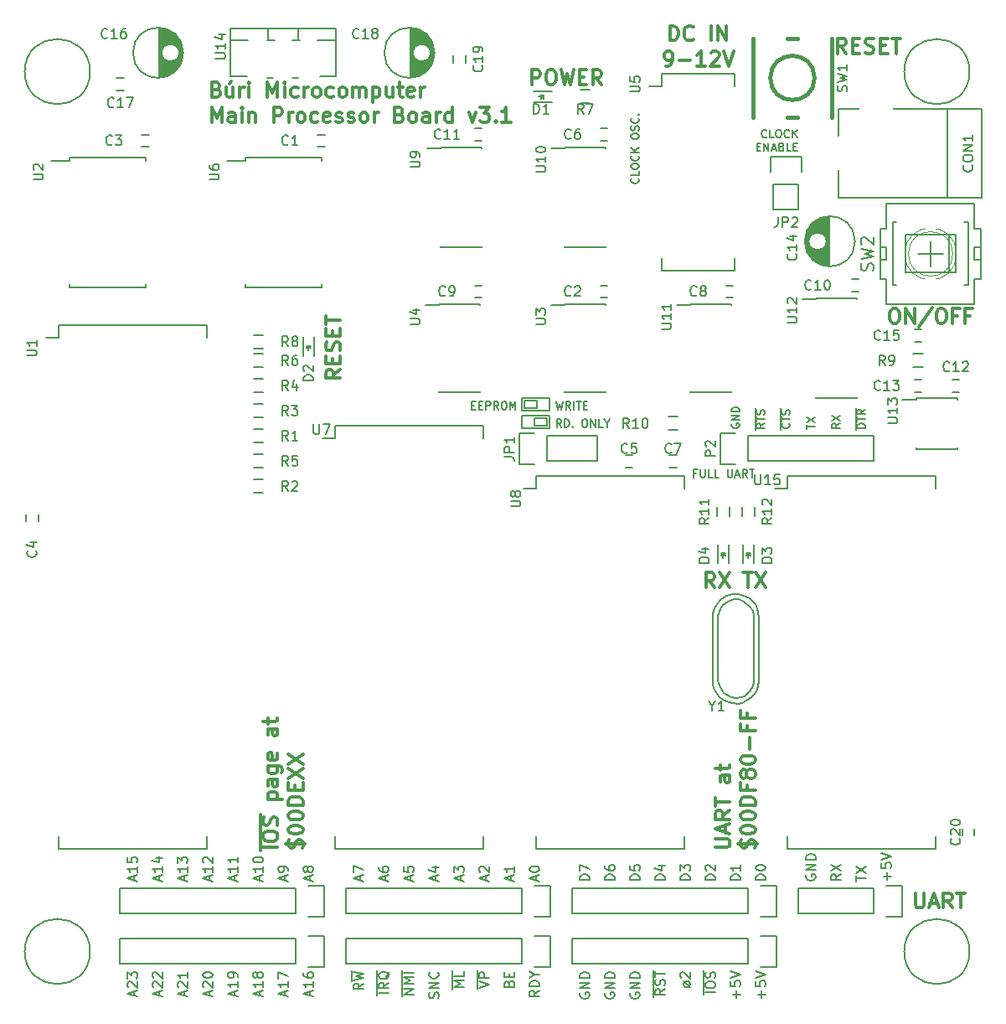
<source format=gto>
G04 #@! TF.FileFunction,Legend,Top*
%FSLAX46Y46*%
G04 Gerber Fmt 4.6, Leading zero omitted, Abs format (unit mm)*
G04 Created by KiCad (PCBNEW 4.0.3-1.fc24-product) date Thu Dec  8 13:22:35 2016*
%MOMM*%
%LPD*%
G01*
G04 APERTURE LIST*
%ADD10C,0.100000*%
%ADD11C,0.300000*%
%ADD12C,0.200000*%
%ADD13C,0.150000*%
%ADD14C,0.381000*%
%ADD15C,0.152400*%
%ADD16C,0.076200*%
%ADD17C,0.304800*%
%ADD18O,2.300000X1.600000*%
%ADD19R,1.727200X2.032000*%
%ADD20O,1.727200X2.032000*%
%ADD21R,1.500000X0.600000*%
%ADD22R,1.950000X0.600000*%
%ADD23R,1.200000X0.900000*%
%ADD24R,1.200000X0.750000*%
%ADD25R,0.750000X1.200000*%
%ADD26C,6.300000*%
%ADD27C,0.600000*%
%ADD28R,0.797560X0.797560*%
%ADD29R,1.300000X1.300000*%
%ADD30C,1.300000*%
%ADD31R,3.500120X3.500120*%
%ADD32C,1.998980*%
%ADD33R,1.550000X0.600000*%
%ADD34O,1.699260X3.500120*%
%ADD35R,0.900000X1.200000*%
%ADD36C,1.501140*%
%ADD37R,2.032000X2.032000*%
%ADD38O,2.032000X2.032000*%
%ADD39C,1.320800*%
G04 APERTURE END LIST*
D10*
D11*
X188952143Y-140148571D02*
X188952143Y-141362857D01*
X189023571Y-141505714D01*
X189095000Y-141577143D01*
X189237857Y-141648571D01*
X189523571Y-141648571D01*
X189666429Y-141577143D01*
X189737857Y-141505714D01*
X189809286Y-141362857D01*
X189809286Y-140148571D01*
X190452143Y-141220000D02*
X191166429Y-141220000D01*
X190309286Y-141648571D02*
X190809286Y-140148571D01*
X191309286Y-141648571D01*
X192666429Y-141648571D02*
X192166429Y-140934286D01*
X191809286Y-141648571D02*
X191809286Y-140148571D01*
X192380714Y-140148571D01*
X192523572Y-140220000D01*
X192595000Y-140291429D01*
X192666429Y-140434286D01*
X192666429Y-140648571D01*
X192595000Y-140791429D01*
X192523572Y-140862857D01*
X192380714Y-140934286D01*
X191809286Y-140934286D01*
X193095000Y-140148571D02*
X193952143Y-140148571D01*
X193523572Y-141648571D02*
X193523572Y-140148571D01*
D12*
X181427381Y-138255476D02*
X180951190Y-138588810D01*
X181427381Y-138826905D02*
X180427381Y-138826905D01*
X180427381Y-138445952D01*
X180475000Y-138350714D01*
X180522619Y-138303095D01*
X180617857Y-138255476D01*
X180760714Y-138255476D01*
X180855952Y-138303095D01*
X180903571Y-138350714D01*
X180951190Y-138445952D01*
X180951190Y-138826905D01*
X180427381Y-137922143D02*
X181427381Y-137255476D01*
X180427381Y-137255476D02*
X181427381Y-137922143D01*
X182967381Y-138969762D02*
X182967381Y-138398333D01*
X183967381Y-138684048D02*
X182967381Y-138684048D01*
X182967381Y-138160238D02*
X183967381Y-137493571D01*
X182967381Y-137493571D02*
X183967381Y-138160238D01*
X177935000Y-138303095D02*
X177887381Y-138398333D01*
X177887381Y-138541190D01*
X177935000Y-138684048D01*
X178030238Y-138779286D01*
X178125476Y-138826905D01*
X178315952Y-138874524D01*
X178458810Y-138874524D01*
X178649286Y-138826905D01*
X178744524Y-138779286D01*
X178839762Y-138684048D01*
X178887381Y-138541190D01*
X178887381Y-138445952D01*
X178839762Y-138303095D01*
X178792143Y-138255476D01*
X178458810Y-138255476D01*
X178458810Y-138445952D01*
X178887381Y-137826905D02*
X177887381Y-137826905D01*
X178887381Y-137255476D01*
X177887381Y-137255476D01*
X178887381Y-136779286D02*
X177887381Y-136779286D01*
X177887381Y-136541191D01*
X177935000Y-136398333D01*
X178030238Y-136303095D01*
X178125476Y-136255476D01*
X178315952Y-136207857D01*
X178458810Y-136207857D01*
X178649286Y-136255476D01*
X178744524Y-136303095D01*
X178839762Y-136398333D01*
X178887381Y-136541191D01*
X178887381Y-136779286D01*
X186126429Y-138826905D02*
X186126429Y-138065000D01*
X186507381Y-138445952D02*
X185745476Y-138445952D01*
X185507381Y-137112619D02*
X185507381Y-137588810D01*
X185983571Y-137636429D01*
X185935952Y-137588810D01*
X185888333Y-137493572D01*
X185888333Y-137255476D01*
X185935952Y-137160238D01*
X185983571Y-137112619D01*
X186078810Y-137065000D01*
X186316905Y-137065000D01*
X186412143Y-137112619D01*
X186459762Y-137160238D01*
X186507381Y-137255476D01*
X186507381Y-137493572D01*
X186459762Y-137588810D01*
X186412143Y-137636429D01*
X185507381Y-136779286D02*
X186507381Y-136445953D01*
X185507381Y-136112619D01*
X173426429Y-150764524D02*
X173426429Y-150002619D01*
X173807381Y-150383571D02*
X173045476Y-150383571D01*
X172807381Y-149050238D02*
X172807381Y-149526429D01*
X173283571Y-149574048D01*
X173235952Y-149526429D01*
X173188333Y-149431191D01*
X173188333Y-149193095D01*
X173235952Y-149097857D01*
X173283571Y-149050238D01*
X173378810Y-149002619D01*
X173616905Y-149002619D01*
X173712143Y-149050238D01*
X173759762Y-149097857D01*
X173807381Y-149193095D01*
X173807381Y-149431191D01*
X173759762Y-149526429D01*
X173712143Y-149574048D01*
X172807381Y-148716905D02*
X173807381Y-148383572D01*
X172807381Y-148050238D01*
X160155000Y-150240714D02*
X160107381Y-150335952D01*
X160107381Y-150478809D01*
X160155000Y-150621667D01*
X160250238Y-150716905D01*
X160345476Y-150764524D01*
X160535952Y-150812143D01*
X160678810Y-150812143D01*
X160869286Y-150764524D01*
X160964524Y-150716905D01*
X161059762Y-150621667D01*
X161107381Y-150478809D01*
X161107381Y-150383571D01*
X161059762Y-150240714D01*
X161012143Y-150193095D01*
X160678810Y-150193095D01*
X160678810Y-150383571D01*
X161107381Y-149764524D02*
X160107381Y-149764524D01*
X161107381Y-149193095D01*
X160107381Y-149193095D01*
X161107381Y-148716905D02*
X160107381Y-148716905D01*
X160107381Y-148478810D01*
X160155000Y-148335952D01*
X160250238Y-148240714D01*
X160345476Y-148193095D01*
X160535952Y-148145476D01*
X160678810Y-148145476D01*
X160869286Y-148193095D01*
X160964524Y-148240714D01*
X161059762Y-148335952D01*
X161107381Y-148478810D01*
X161107381Y-148716905D01*
X157615000Y-150240714D02*
X157567381Y-150335952D01*
X157567381Y-150478809D01*
X157615000Y-150621667D01*
X157710238Y-150716905D01*
X157805476Y-150764524D01*
X157995952Y-150812143D01*
X158138810Y-150812143D01*
X158329286Y-150764524D01*
X158424524Y-150716905D01*
X158519762Y-150621667D01*
X158567381Y-150478809D01*
X158567381Y-150383571D01*
X158519762Y-150240714D01*
X158472143Y-150193095D01*
X158138810Y-150193095D01*
X158138810Y-150383571D01*
X158567381Y-149764524D02*
X157567381Y-149764524D01*
X158567381Y-149193095D01*
X157567381Y-149193095D01*
X158567381Y-148716905D02*
X157567381Y-148716905D01*
X157567381Y-148478810D01*
X157615000Y-148335952D01*
X157710238Y-148240714D01*
X157805476Y-148193095D01*
X157995952Y-148145476D01*
X158138810Y-148145476D01*
X158329286Y-148193095D01*
X158424524Y-148240714D01*
X158519762Y-148335952D01*
X158567381Y-148478810D01*
X158567381Y-148716905D01*
X150947381Y-150002619D02*
X150471190Y-150335953D01*
X150947381Y-150574048D02*
X149947381Y-150574048D01*
X149947381Y-150193095D01*
X149995000Y-150097857D01*
X150042619Y-150050238D01*
X150137857Y-150002619D01*
X150280714Y-150002619D01*
X150375952Y-150050238D01*
X150423571Y-150097857D01*
X150471190Y-150193095D01*
X150471190Y-150574048D01*
X150947381Y-149574048D02*
X149947381Y-149574048D01*
X149947381Y-149335953D01*
X149995000Y-149193095D01*
X150090238Y-149097857D01*
X150185476Y-149050238D01*
X150375952Y-149002619D01*
X150518810Y-149002619D01*
X150709286Y-149050238D01*
X150804524Y-149097857D01*
X150899762Y-149193095D01*
X150947381Y-149335953D01*
X150947381Y-149574048D01*
X150471190Y-148383572D02*
X150947381Y-148383572D01*
X149947381Y-148716905D02*
X150471190Y-148383572D01*
X149947381Y-148050238D01*
X147883571Y-149288333D02*
X147931190Y-149145476D01*
X147978810Y-149097857D01*
X148074048Y-149050238D01*
X148216905Y-149050238D01*
X148312143Y-149097857D01*
X148359762Y-149145476D01*
X148407381Y-149240714D01*
X148407381Y-149621667D01*
X147407381Y-149621667D01*
X147407381Y-149288333D01*
X147455000Y-149193095D01*
X147502619Y-149145476D01*
X147597857Y-149097857D01*
X147693095Y-149097857D01*
X147788333Y-149145476D01*
X147835952Y-149193095D01*
X147883571Y-149288333D01*
X147883571Y-149621667D01*
X147883571Y-148621667D02*
X147883571Y-148288333D01*
X148407381Y-148145476D02*
X148407381Y-148621667D01*
X147407381Y-148621667D01*
X147407381Y-148145476D01*
X144867381Y-149716905D02*
X145867381Y-149383572D01*
X144867381Y-149050238D01*
X145867381Y-148716905D02*
X144867381Y-148716905D01*
X144867381Y-148335952D01*
X144915000Y-148240714D01*
X144962619Y-148193095D01*
X145057857Y-148145476D01*
X145200714Y-148145476D01*
X145295952Y-148193095D01*
X145343571Y-148240714D01*
X145391190Y-148335952D01*
X145391190Y-148716905D01*
X144695000Y-149812143D02*
X144695000Y-147955000D01*
X143327381Y-149669286D02*
X142327381Y-149669286D01*
X143041667Y-149335952D01*
X142327381Y-149002619D01*
X143327381Y-149002619D01*
X143327381Y-148050238D02*
X143327381Y-148526429D01*
X142327381Y-148526429D01*
X142155000Y-149907381D02*
X142155000Y-147955000D01*
X140739762Y-150764524D02*
X140787381Y-150621667D01*
X140787381Y-150383571D01*
X140739762Y-150288333D01*
X140692143Y-150240714D01*
X140596905Y-150193095D01*
X140501667Y-150193095D01*
X140406429Y-150240714D01*
X140358810Y-150288333D01*
X140311190Y-150383571D01*
X140263571Y-150574048D01*
X140215952Y-150669286D01*
X140168333Y-150716905D01*
X140073095Y-150764524D01*
X139977857Y-150764524D01*
X139882619Y-150716905D01*
X139835000Y-150669286D01*
X139787381Y-150574048D01*
X139787381Y-150335952D01*
X139835000Y-150193095D01*
X140787381Y-149764524D02*
X139787381Y-149764524D01*
X140787381Y-149193095D01*
X139787381Y-149193095D01*
X140692143Y-148145476D02*
X140739762Y-148193095D01*
X140787381Y-148335952D01*
X140787381Y-148431190D01*
X140739762Y-148574048D01*
X140644524Y-148669286D01*
X140549286Y-148716905D01*
X140358810Y-148764524D01*
X140215952Y-148764524D01*
X140025476Y-148716905D01*
X139930238Y-148669286D01*
X139835000Y-148574048D01*
X139787381Y-148431190D01*
X139787381Y-148335952D01*
X139835000Y-148193095D01*
X139882619Y-148145476D01*
X138247381Y-150383571D02*
X137247381Y-150383571D01*
X138247381Y-149812142D01*
X137247381Y-149812142D01*
X138247381Y-149335952D02*
X137247381Y-149335952D01*
X137961667Y-149002618D01*
X137247381Y-148669285D01*
X138247381Y-148669285D01*
X138247381Y-148193095D02*
X137247381Y-148193095D01*
X137075000Y-150621666D02*
X137075000Y-147955000D01*
X135707381Y-150240714D02*
X134707381Y-150240714D01*
X135707381Y-149193095D02*
X135231190Y-149526429D01*
X135707381Y-149764524D02*
X134707381Y-149764524D01*
X134707381Y-149383571D01*
X134755000Y-149288333D01*
X134802619Y-149240714D01*
X134897857Y-149193095D01*
X135040714Y-149193095D01*
X135135952Y-149240714D01*
X135183571Y-149288333D01*
X135231190Y-149383571D01*
X135231190Y-149764524D01*
X135802619Y-148097857D02*
X135755000Y-148193095D01*
X135659762Y-148288333D01*
X135516905Y-148431190D01*
X135469286Y-148526429D01*
X135469286Y-148621667D01*
X135707381Y-148574048D02*
X135659762Y-148669286D01*
X135564524Y-148764524D01*
X135374048Y-148812143D01*
X135040714Y-148812143D01*
X134850238Y-148764524D01*
X134755000Y-148669286D01*
X134707381Y-148574048D01*
X134707381Y-148383571D01*
X134755000Y-148288333D01*
X134850238Y-148193095D01*
X135040714Y-148145476D01*
X135374048Y-148145476D01*
X135564524Y-148193095D01*
X135659762Y-148288333D01*
X135707381Y-148383571D01*
X135707381Y-148574048D01*
X134535000Y-150478809D02*
X134535000Y-147955000D01*
X133167381Y-149288333D02*
X132691190Y-149621667D01*
X133167381Y-149859762D02*
X132167381Y-149859762D01*
X132167381Y-149478809D01*
X132215000Y-149383571D01*
X132262619Y-149335952D01*
X132357857Y-149288333D01*
X132500714Y-149288333D01*
X132595952Y-149335952D01*
X132643571Y-149383571D01*
X132691190Y-149478809D01*
X132691190Y-149859762D01*
X132167381Y-148955000D02*
X133167381Y-148716905D01*
X132453095Y-148526428D01*
X133167381Y-148335952D01*
X132167381Y-148097857D01*
X131995000Y-149097857D02*
X131995000Y-147955000D01*
X127801667Y-150526429D02*
X127801667Y-150050238D01*
X128087381Y-150621667D02*
X127087381Y-150288334D01*
X128087381Y-149955000D01*
X128087381Y-149097857D02*
X128087381Y-149669286D01*
X128087381Y-149383572D02*
X127087381Y-149383572D01*
X127230238Y-149478810D01*
X127325476Y-149574048D01*
X127373095Y-149669286D01*
X127087381Y-148240714D02*
X127087381Y-148431191D01*
X127135000Y-148526429D01*
X127182619Y-148574048D01*
X127325476Y-148669286D01*
X127515952Y-148716905D01*
X127896905Y-148716905D01*
X127992143Y-148669286D01*
X128039762Y-148621667D01*
X128087381Y-148526429D01*
X128087381Y-148335952D01*
X128039762Y-148240714D01*
X127992143Y-148193095D01*
X127896905Y-148145476D01*
X127658810Y-148145476D01*
X127563571Y-148193095D01*
X127515952Y-148240714D01*
X127468333Y-148335952D01*
X127468333Y-148526429D01*
X127515952Y-148621667D01*
X127563571Y-148669286D01*
X127658810Y-148716905D01*
X125261667Y-150526429D02*
X125261667Y-150050238D01*
X125547381Y-150621667D02*
X124547381Y-150288334D01*
X125547381Y-149955000D01*
X125547381Y-149097857D02*
X125547381Y-149669286D01*
X125547381Y-149383572D02*
X124547381Y-149383572D01*
X124690238Y-149478810D01*
X124785476Y-149574048D01*
X124833095Y-149669286D01*
X124547381Y-148764524D02*
X124547381Y-148097857D01*
X125547381Y-148526429D01*
X122721667Y-150526429D02*
X122721667Y-150050238D01*
X123007381Y-150621667D02*
X122007381Y-150288334D01*
X123007381Y-149955000D01*
X123007381Y-149097857D02*
X123007381Y-149669286D01*
X123007381Y-149383572D02*
X122007381Y-149383572D01*
X122150238Y-149478810D01*
X122245476Y-149574048D01*
X122293095Y-149669286D01*
X122435952Y-148526429D02*
X122388333Y-148621667D01*
X122340714Y-148669286D01*
X122245476Y-148716905D01*
X122197857Y-148716905D01*
X122102619Y-148669286D01*
X122055000Y-148621667D01*
X122007381Y-148526429D01*
X122007381Y-148335952D01*
X122055000Y-148240714D01*
X122102619Y-148193095D01*
X122197857Y-148145476D01*
X122245476Y-148145476D01*
X122340714Y-148193095D01*
X122388333Y-148240714D01*
X122435952Y-148335952D01*
X122435952Y-148526429D01*
X122483571Y-148621667D01*
X122531190Y-148669286D01*
X122626429Y-148716905D01*
X122816905Y-148716905D01*
X122912143Y-148669286D01*
X122959762Y-148621667D01*
X123007381Y-148526429D01*
X123007381Y-148335952D01*
X122959762Y-148240714D01*
X122912143Y-148193095D01*
X122816905Y-148145476D01*
X122626429Y-148145476D01*
X122531190Y-148193095D01*
X122483571Y-148240714D01*
X122435952Y-148335952D01*
X120181667Y-150526429D02*
X120181667Y-150050238D01*
X120467381Y-150621667D02*
X119467381Y-150288334D01*
X120467381Y-149955000D01*
X120467381Y-149097857D02*
X120467381Y-149669286D01*
X120467381Y-149383572D02*
X119467381Y-149383572D01*
X119610238Y-149478810D01*
X119705476Y-149574048D01*
X119753095Y-149669286D01*
X120467381Y-148621667D02*
X120467381Y-148431191D01*
X120419762Y-148335952D01*
X120372143Y-148288333D01*
X120229286Y-148193095D01*
X120038810Y-148145476D01*
X119657857Y-148145476D01*
X119562619Y-148193095D01*
X119515000Y-148240714D01*
X119467381Y-148335952D01*
X119467381Y-148526429D01*
X119515000Y-148621667D01*
X119562619Y-148669286D01*
X119657857Y-148716905D01*
X119895952Y-148716905D01*
X119991190Y-148669286D01*
X120038810Y-148621667D01*
X120086429Y-148526429D01*
X120086429Y-148335952D01*
X120038810Y-148240714D01*
X119991190Y-148193095D01*
X119895952Y-148145476D01*
X117641667Y-150526429D02*
X117641667Y-150050238D01*
X117927381Y-150621667D02*
X116927381Y-150288334D01*
X117927381Y-149955000D01*
X117022619Y-149669286D02*
X116975000Y-149621667D01*
X116927381Y-149526429D01*
X116927381Y-149288333D01*
X116975000Y-149193095D01*
X117022619Y-149145476D01*
X117117857Y-149097857D01*
X117213095Y-149097857D01*
X117355952Y-149145476D01*
X117927381Y-149716905D01*
X117927381Y-149097857D01*
X116927381Y-148478810D02*
X116927381Y-148383571D01*
X116975000Y-148288333D01*
X117022619Y-148240714D01*
X117117857Y-148193095D01*
X117308333Y-148145476D01*
X117546429Y-148145476D01*
X117736905Y-148193095D01*
X117832143Y-148240714D01*
X117879762Y-148288333D01*
X117927381Y-148383571D01*
X117927381Y-148478810D01*
X117879762Y-148574048D01*
X117832143Y-148621667D01*
X117736905Y-148669286D01*
X117546429Y-148716905D01*
X117308333Y-148716905D01*
X117117857Y-148669286D01*
X117022619Y-148621667D01*
X116975000Y-148574048D01*
X116927381Y-148478810D01*
X115101667Y-150526429D02*
X115101667Y-150050238D01*
X115387381Y-150621667D02*
X114387381Y-150288334D01*
X115387381Y-149955000D01*
X114482619Y-149669286D02*
X114435000Y-149621667D01*
X114387381Y-149526429D01*
X114387381Y-149288333D01*
X114435000Y-149193095D01*
X114482619Y-149145476D01*
X114577857Y-149097857D01*
X114673095Y-149097857D01*
X114815952Y-149145476D01*
X115387381Y-149716905D01*
X115387381Y-149097857D01*
X115387381Y-148145476D02*
X115387381Y-148716905D01*
X115387381Y-148431191D02*
X114387381Y-148431191D01*
X114530238Y-148526429D01*
X114625476Y-148621667D01*
X114673095Y-148716905D01*
X112561667Y-150526429D02*
X112561667Y-150050238D01*
X112847381Y-150621667D02*
X111847381Y-150288334D01*
X112847381Y-149955000D01*
X111942619Y-149669286D02*
X111895000Y-149621667D01*
X111847381Y-149526429D01*
X111847381Y-149288333D01*
X111895000Y-149193095D01*
X111942619Y-149145476D01*
X112037857Y-149097857D01*
X112133095Y-149097857D01*
X112275952Y-149145476D01*
X112847381Y-149716905D01*
X112847381Y-149097857D01*
X111942619Y-148716905D02*
X111895000Y-148669286D01*
X111847381Y-148574048D01*
X111847381Y-148335952D01*
X111895000Y-148240714D01*
X111942619Y-148193095D01*
X112037857Y-148145476D01*
X112133095Y-148145476D01*
X112275952Y-148193095D01*
X112847381Y-148764524D01*
X112847381Y-148145476D01*
X110021667Y-150526429D02*
X110021667Y-150050238D01*
X110307381Y-150621667D02*
X109307381Y-150288334D01*
X110307381Y-149955000D01*
X109402619Y-149669286D02*
X109355000Y-149621667D01*
X109307381Y-149526429D01*
X109307381Y-149288333D01*
X109355000Y-149193095D01*
X109402619Y-149145476D01*
X109497857Y-149097857D01*
X109593095Y-149097857D01*
X109735952Y-149145476D01*
X110307381Y-149716905D01*
X110307381Y-149097857D01*
X109307381Y-148764524D02*
X109307381Y-148145476D01*
X109688333Y-148478810D01*
X109688333Y-148335952D01*
X109735952Y-148240714D01*
X109783571Y-148193095D01*
X109878810Y-148145476D01*
X110116905Y-148145476D01*
X110212143Y-148193095D01*
X110259762Y-148240714D01*
X110307381Y-148335952D01*
X110307381Y-148621667D01*
X110259762Y-148716905D01*
X110212143Y-148764524D01*
X163647381Y-149859762D02*
X163171190Y-150193096D01*
X163647381Y-150431191D02*
X162647381Y-150431191D01*
X162647381Y-150050238D01*
X162695000Y-149955000D01*
X162742619Y-149907381D01*
X162837857Y-149859762D01*
X162980714Y-149859762D01*
X163075952Y-149907381D01*
X163123571Y-149955000D01*
X163171190Y-150050238D01*
X163171190Y-150431191D01*
X163599762Y-149478810D02*
X163647381Y-149335953D01*
X163647381Y-149097857D01*
X163599762Y-149002619D01*
X163552143Y-148955000D01*
X163456905Y-148907381D01*
X163361667Y-148907381D01*
X163266429Y-148955000D01*
X163218810Y-149002619D01*
X163171190Y-149097857D01*
X163123571Y-149288334D01*
X163075952Y-149383572D01*
X163028333Y-149431191D01*
X162933095Y-149478810D01*
X162837857Y-149478810D01*
X162742619Y-149431191D01*
X162695000Y-149383572D01*
X162647381Y-149288334D01*
X162647381Y-149050238D01*
X162695000Y-148907381D01*
X162647381Y-148621667D02*
X162647381Y-148050238D01*
X163647381Y-148335953D02*
X162647381Y-148335953D01*
X162475000Y-150669286D02*
X162475000Y-147955000D01*
X165520714Y-149050238D02*
X166187381Y-149669286D01*
X166187381Y-149431191D02*
X166139762Y-149526429D01*
X166092143Y-149574048D01*
X165996905Y-149621667D01*
X165711190Y-149621667D01*
X165615952Y-149574048D01*
X165568333Y-149526429D01*
X165520714Y-149431191D01*
X165520714Y-149288333D01*
X165568333Y-149193095D01*
X165615952Y-149145476D01*
X165711190Y-149097857D01*
X165996905Y-149097857D01*
X166092143Y-149145476D01*
X166139762Y-149193095D01*
X166187381Y-149288333D01*
X166187381Y-149431191D01*
X165282619Y-148716905D02*
X165235000Y-148669286D01*
X165187381Y-148574048D01*
X165187381Y-148335952D01*
X165235000Y-148240714D01*
X165282619Y-148193095D01*
X165377857Y-148145476D01*
X165473095Y-148145476D01*
X165615952Y-148193095D01*
X166187381Y-148764524D01*
X166187381Y-148145476D01*
X168727381Y-150193095D02*
X167727381Y-150193095D01*
X167727381Y-149526429D02*
X167727381Y-149335952D01*
X167775000Y-149240714D01*
X167870238Y-149145476D01*
X168060714Y-149097857D01*
X168394048Y-149097857D01*
X168584524Y-149145476D01*
X168679762Y-149240714D01*
X168727381Y-149335952D01*
X168727381Y-149526429D01*
X168679762Y-149621667D01*
X168584524Y-149716905D01*
X168394048Y-149764524D01*
X168060714Y-149764524D01*
X167870238Y-149716905D01*
X167775000Y-149621667D01*
X167727381Y-149526429D01*
X168679762Y-148716905D02*
X168727381Y-148574048D01*
X168727381Y-148335952D01*
X168679762Y-148240714D01*
X168632143Y-148193095D01*
X168536905Y-148145476D01*
X168441667Y-148145476D01*
X168346429Y-148193095D01*
X168298810Y-148240714D01*
X168251190Y-148335952D01*
X168203571Y-148526429D01*
X168155952Y-148621667D01*
X168108333Y-148669286D01*
X168013095Y-148716905D01*
X167917857Y-148716905D01*
X167822619Y-148669286D01*
X167775000Y-148621667D01*
X167727381Y-148526429D01*
X167727381Y-148288333D01*
X167775000Y-148145476D01*
X167555000Y-150431190D02*
X167555000Y-147955000D01*
X155075000Y-150240714D02*
X155027381Y-150335952D01*
X155027381Y-150478809D01*
X155075000Y-150621667D01*
X155170238Y-150716905D01*
X155265476Y-150764524D01*
X155455952Y-150812143D01*
X155598810Y-150812143D01*
X155789286Y-150764524D01*
X155884524Y-150716905D01*
X155979762Y-150621667D01*
X156027381Y-150478809D01*
X156027381Y-150383571D01*
X155979762Y-150240714D01*
X155932143Y-150193095D01*
X155598810Y-150193095D01*
X155598810Y-150383571D01*
X156027381Y-149764524D02*
X155027381Y-149764524D01*
X156027381Y-149193095D01*
X155027381Y-149193095D01*
X156027381Y-148716905D02*
X155027381Y-148716905D01*
X155027381Y-148478810D01*
X155075000Y-148335952D01*
X155170238Y-148240714D01*
X155265476Y-148193095D01*
X155455952Y-148145476D01*
X155598810Y-148145476D01*
X155789286Y-148193095D01*
X155884524Y-148240714D01*
X155979762Y-148335952D01*
X156027381Y-148478810D01*
X156027381Y-148716905D01*
X170886429Y-150764524D02*
X170886429Y-150002619D01*
X171267381Y-150383571D02*
X170505476Y-150383571D01*
X170267381Y-149050238D02*
X170267381Y-149526429D01*
X170743571Y-149574048D01*
X170695952Y-149526429D01*
X170648333Y-149431191D01*
X170648333Y-149193095D01*
X170695952Y-149097857D01*
X170743571Y-149050238D01*
X170838810Y-149002619D01*
X171076905Y-149002619D01*
X171172143Y-149050238D01*
X171219762Y-149097857D01*
X171267381Y-149193095D01*
X171267381Y-149431191D01*
X171219762Y-149526429D01*
X171172143Y-149574048D01*
X170267381Y-148716905D02*
X171267381Y-148383572D01*
X170267381Y-148050238D01*
X110021667Y-138874524D02*
X110021667Y-138398333D01*
X110307381Y-138969762D02*
X109307381Y-138636429D01*
X110307381Y-138303095D01*
X110307381Y-137445952D02*
X110307381Y-138017381D01*
X110307381Y-137731667D02*
X109307381Y-137731667D01*
X109450238Y-137826905D01*
X109545476Y-137922143D01*
X109593095Y-138017381D01*
X109307381Y-136541190D02*
X109307381Y-137017381D01*
X109783571Y-137065000D01*
X109735952Y-137017381D01*
X109688333Y-136922143D01*
X109688333Y-136684047D01*
X109735952Y-136588809D01*
X109783571Y-136541190D01*
X109878810Y-136493571D01*
X110116905Y-136493571D01*
X110212143Y-136541190D01*
X110259762Y-136588809D01*
X110307381Y-136684047D01*
X110307381Y-136922143D01*
X110259762Y-137017381D01*
X110212143Y-137065000D01*
X112561667Y-138874524D02*
X112561667Y-138398333D01*
X112847381Y-138969762D02*
X111847381Y-138636429D01*
X112847381Y-138303095D01*
X112847381Y-137445952D02*
X112847381Y-138017381D01*
X112847381Y-137731667D02*
X111847381Y-137731667D01*
X111990238Y-137826905D01*
X112085476Y-137922143D01*
X112133095Y-138017381D01*
X112180714Y-136588809D02*
X112847381Y-136588809D01*
X111799762Y-136826905D02*
X112514048Y-137065000D01*
X112514048Y-136445952D01*
X115101667Y-138874524D02*
X115101667Y-138398333D01*
X115387381Y-138969762D02*
X114387381Y-138636429D01*
X115387381Y-138303095D01*
X115387381Y-137445952D02*
X115387381Y-138017381D01*
X115387381Y-137731667D02*
X114387381Y-137731667D01*
X114530238Y-137826905D01*
X114625476Y-137922143D01*
X114673095Y-138017381D01*
X114387381Y-137112619D02*
X114387381Y-136493571D01*
X114768333Y-136826905D01*
X114768333Y-136684047D01*
X114815952Y-136588809D01*
X114863571Y-136541190D01*
X114958810Y-136493571D01*
X115196905Y-136493571D01*
X115292143Y-136541190D01*
X115339762Y-136588809D01*
X115387381Y-136684047D01*
X115387381Y-136969762D01*
X115339762Y-137065000D01*
X115292143Y-137112619D01*
X117641667Y-138874524D02*
X117641667Y-138398333D01*
X117927381Y-138969762D02*
X116927381Y-138636429D01*
X117927381Y-138303095D01*
X117927381Y-137445952D02*
X117927381Y-138017381D01*
X117927381Y-137731667D02*
X116927381Y-137731667D01*
X117070238Y-137826905D01*
X117165476Y-137922143D01*
X117213095Y-138017381D01*
X117022619Y-137065000D02*
X116975000Y-137017381D01*
X116927381Y-136922143D01*
X116927381Y-136684047D01*
X116975000Y-136588809D01*
X117022619Y-136541190D01*
X117117857Y-136493571D01*
X117213095Y-136493571D01*
X117355952Y-136541190D01*
X117927381Y-137112619D01*
X117927381Y-136493571D01*
X120181667Y-138874524D02*
X120181667Y-138398333D01*
X120467381Y-138969762D02*
X119467381Y-138636429D01*
X120467381Y-138303095D01*
X120467381Y-137445952D02*
X120467381Y-138017381D01*
X120467381Y-137731667D02*
X119467381Y-137731667D01*
X119610238Y-137826905D01*
X119705476Y-137922143D01*
X119753095Y-138017381D01*
X120467381Y-136493571D02*
X120467381Y-137065000D01*
X120467381Y-136779286D02*
X119467381Y-136779286D01*
X119610238Y-136874524D01*
X119705476Y-136969762D01*
X119753095Y-137065000D01*
X122721667Y-138874524D02*
X122721667Y-138398333D01*
X123007381Y-138969762D02*
X122007381Y-138636429D01*
X123007381Y-138303095D01*
X123007381Y-137445952D02*
X123007381Y-138017381D01*
X123007381Y-137731667D02*
X122007381Y-137731667D01*
X122150238Y-137826905D01*
X122245476Y-137922143D01*
X122293095Y-138017381D01*
X122007381Y-136826905D02*
X122007381Y-136731666D01*
X122055000Y-136636428D01*
X122102619Y-136588809D01*
X122197857Y-136541190D01*
X122388333Y-136493571D01*
X122626429Y-136493571D01*
X122816905Y-136541190D01*
X122912143Y-136588809D01*
X122959762Y-136636428D01*
X123007381Y-136731666D01*
X123007381Y-136826905D01*
X122959762Y-136922143D01*
X122912143Y-136969762D01*
X122816905Y-137017381D01*
X122626429Y-137065000D01*
X122388333Y-137065000D01*
X122197857Y-137017381D01*
X122102619Y-136969762D01*
X122055000Y-136922143D01*
X122007381Y-136826905D01*
X125261667Y-138874524D02*
X125261667Y-138398333D01*
X125547381Y-138969762D02*
X124547381Y-138636429D01*
X125547381Y-138303095D01*
X125547381Y-137922143D02*
X125547381Y-137731667D01*
X125499762Y-137636428D01*
X125452143Y-137588809D01*
X125309286Y-137493571D01*
X125118810Y-137445952D01*
X124737857Y-137445952D01*
X124642619Y-137493571D01*
X124595000Y-137541190D01*
X124547381Y-137636428D01*
X124547381Y-137826905D01*
X124595000Y-137922143D01*
X124642619Y-137969762D01*
X124737857Y-138017381D01*
X124975952Y-138017381D01*
X125071190Y-137969762D01*
X125118810Y-137922143D01*
X125166429Y-137826905D01*
X125166429Y-137636428D01*
X125118810Y-137541190D01*
X125071190Y-137493571D01*
X124975952Y-137445952D01*
X127801667Y-138874524D02*
X127801667Y-138398333D01*
X128087381Y-138969762D02*
X127087381Y-138636429D01*
X128087381Y-138303095D01*
X127515952Y-137826905D02*
X127468333Y-137922143D01*
X127420714Y-137969762D01*
X127325476Y-138017381D01*
X127277857Y-138017381D01*
X127182619Y-137969762D01*
X127135000Y-137922143D01*
X127087381Y-137826905D01*
X127087381Y-137636428D01*
X127135000Y-137541190D01*
X127182619Y-137493571D01*
X127277857Y-137445952D01*
X127325476Y-137445952D01*
X127420714Y-137493571D01*
X127468333Y-137541190D01*
X127515952Y-137636428D01*
X127515952Y-137826905D01*
X127563571Y-137922143D01*
X127611190Y-137969762D01*
X127706429Y-138017381D01*
X127896905Y-138017381D01*
X127992143Y-137969762D01*
X128039762Y-137922143D01*
X128087381Y-137826905D01*
X128087381Y-137636428D01*
X128039762Y-137541190D01*
X127992143Y-137493571D01*
X127896905Y-137445952D01*
X127706429Y-137445952D01*
X127611190Y-137493571D01*
X127563571Y-137541190D01*
X127515952Y-137636428D01*
X156027381Y-138826905D02*
X155027381Y-138826905D01*
X155027381Y-138588810D01*
X155075000Y-138445952D01*
X155170238Y-138350714D01*
X155265476Y-138303095D01*
X155455952Y-138255476D01*
X155598810Y-138255476D01*
X155789286Y-138303095D01*
X155884524Y-138350714D01*
X155979762Y-138445952D01*
X156027381Y-138588810D01*
X156027381Y-138826905D01*
X155027381Y-137922143D02*
X155027381Y-137255476D01*
X156027381Y-137684048D01*
X158567381Y-138826905D02*
X157567381Y-138826905D01*
X157567381Y-138588810D01*
X157615000Y-138445952D01*
X157710238Y-138350714D01*
X157805476Y-138303095D01*
X157995952Y-138255476D01*
X158138810Y-138255476D01*
X158329286Y-138303095D01*
X158424524Y-138350714D01*
X158519762Y-138445952D01*
X158567381Y-138588810D01*
X158567381Y-138826905D01*
X157567381Y-137398333D02*
X157567381Y-137588810D01*
X157615000Y-137684048D01*
X157662619Y-137731667D01*
X157805476Y-137826905D01*
X157995952Y-137874524D01*
X158376905Y-137874524D01*
X158472143Y-137826905D01*
X158519762Y-137779286D01*
X158567381Y-137684048D01*
X158567381Y-137493571D01*
X158519762Y-137398333D01*
X158472143Y-137350714D01*
X158376905Y-137303095D01*
X158138810Y-137303095D01*
X158043571Y-137350714D01*
X157995952Y-137398333D01*
X157948333Y-137493571D01*
X157948333Y-137684048D01*
X157995952Y-137779286D01*
X158043571Y-137826905D01*
X158138810Y-137874524D01*
X161107381Y-138826905D02*
X160107381Y-138826905D01*
X160107381Y-138588810D01*
X160155000Y-138445952D01*
X160250238Y-138350714D01*
X160345476Y-138303095D01*
X160535952Y-138255476D01*
X160678810Y-138255476D01*
X160869286Y-138303095D01*
X160964524Y-138350714D01*
X161059762Y-138445952D01*
X161107381Y-138588810D01*
X161107381Y-138826905D01*
X160107381Y-137350714D02*
X160107381Y-137826905D01*
X160583571Y-137874524D01*
X160535952Y-137826905D01*
X160488333Y-137731667D01*
X160488333Y-137493571D01*
X160535952Y-137398333D01*
X160583571Y-137350714D01*
X160678810Y-137303095D01*
X160916905Y-137303095D01*
X161012143Y-137350714D01*
X161059762Y-137398333D01*
X161107381Y-137493571D01*
X161107381Y-137731667D01*
X161059762Y-137826905D01*
X161012143Y-137874524D01*
X163647381Y-138826905D02*
X162647381Y-138826905D01*
X162647381Y-138588810D01*
X162695000Y-138445952D01*
X162790238Y-138350714D01*
X162885476Y-138303095D01*
X163075952Y-138255476D01*
X163218810Y-138255476D01*
X163409286Y-138303095D01*
X163504524Y-138350714D01*
X163599762Y-138445952D01*
X163647381Y-138588810D01*
X163647381Y-138826905D01*
X162980714Y-137398333D02*
X163647381Y-137398333D01*
X162599762Y-137636429D02*
X163314048Y-137874524D01*
X163314048Y-137255476D01*
X166187381Y-138826905D02*
X165187381Y-138826905D01*
X165187381Y-138588810D01*
X165235000Y-138445952D01*
X165330238Y-138350714D01*
X165425476Y-138303095D01*
X165615952Y-138255476D01*
X165758810Y-138255476D01*
X165949286Y-138303095D01*
X166044524Y-138350714D01*
X166139762Y-138445952D01*
X166187381Y-138588810D01*
X166187381Y-138826905D01*
X165187381Y-137922143D02*
X165187381Y-137303095D01*
X165568333Y-137636429D01*
X165568333Y-137493571D01*
X165615952Y-137398333D01*
X165663571Y-137350714D01*
X165758810Y-137303095D01*
X165996905Y-137303095D01*
X166092143Y-137350714D01*
X166139762Y-137398333D01*
X166187381Y-137493571D01*
X166187381Y-137779286D01*
X166139762Y-137874524D01*
X166092143Y-137922143D01*
X168727381Y-138826905D02*
X167727381Y-138826905D01*
X167727381Y-138588810D01*
X167775000Y-138445952D01*
X167870238Y-138350714D01*
X167965476Y-138303095D01*
X168155952Y-138255476D01*
X168298810Y-138255476D01*
X168489286Y-138303095D01*
X168584524Y-138350714D01*
X168679762Y-138445952D01*
X168727381Y-138588810D01*
X168727381Y-138826905D01*
X167822619Y-137874524D02*
X167775000Y-137826905D01*
X167727381Y-137731667D01*
X167727381Y-137493571D01*
X167775000Y-137398333D01*
X167822619Y-137350714D01*
X167917857Y-137303095D01*
X168013095Y-137303095D01*
X168155952Y-137350714D01*
X168727381Y-137922143D01*
X168727381Y-137303095D01*
X171267381Y-138826905D02*
X170267381Y-138826905D01*
X170267381Y-138588810D01*
X170315000Y-138445952D01*
X170410238Y-138350714D01*
X170505476Y-138303095D01*
X170695952Y-138255476D01*
X170838810Y-138255476D01*
X171029286Y-138303095D01*
X171124524Y-138350714D01*
X171219762Y-138445952D01*
X171267381Y-138588810D01*
X171267381Y-138826905D01*
X171267381Y-137303095D02*
X171267381Y-137874524D01*
X171267381Y-137588810D02*
X170267381Y-137588810D01*
X170410238Y-137684048D01*
X170505476Y-137779286D01*
X170553095Y-137874524D01*
X173807381Y-138826905D02*
X172807381Y-138826905D01*
X172807381Y-138588810D01*
X172855000Y-138445952D01*
X172950238Y-138350714D01*
X173045476Y-138303095D01*
X173235952Y-138255476D01*
X173378810Y-138255476D01*
X173569286Y-138303095D01*
X173664524Y-138350714D01*
X173759762Y-138445952D01*
X173807381Y-138588810D01*
X173807381Y-138826905D01*
X172807381Y-137636429D02*
X172807381Y-137541190D01*
X172855000Y-137445952D01*
X172902619Y-137398333D01*
X172997857Y-137350714D01*
X173188333Y-137303095D01*
X173426429Y-137303095D01*
X173616905Y-137350714D01*
X173712143Y-137398333D01*
X173759762Y-137445952D01*
X173807381Y-137541190D01*
X173807381Y-137636429D01*
X173759762Y-137731667D01*
X173712143Y-137779286D01*
X173616905Y-137826905D01*
X173426429Y-137874524D01*
X173188333Y-137874524D01*
X172997857Y-137826905D01*
X172902619Y-137779286D01*
X172855000Y-137731667D01*
X172807381Y-137636429D01*
X132881667Y-138874524D02*
X132881667Y-138398333D01*
X133167381Y-138969762D02*
X132167381Y-138636429D01*
X133167381Y-138303095D01*
X132167381Y-138065000D02*
X132167381Y-137398333D01*
X133167381Y-137826905D01*
X135421667Y-138874524D02*
X135421667Y-138398333D01*
X135707381Y-138969762D02*
X134707381Y-138636429D01*
X135707381Y-138303095D01*
X134707381Y-137541190D02*
X134707381Y-137731667D01*
X134755000Y-137826905D01*
X134802619Y-137874524D01*
X134945476Y-137969762D01*
X135135952Y-138017381D01*
X135516905Y-138017381D01*
X135612143Y-137969762D01*
X135659762Y-137922143D01*
X135707381Y-137826905D01*
X135707381Y-137636428D01*
X135659762Y-137541190D01*
X135612143Y-137493571D01*
X135516905Y-137445952D01*
X135278810Y-137445952D01*
X135183571Y-137493571D01*
X135135952Y-137541190D01*
X135088333Y-137636428D01*
X135088333Y-137826905D01*
X135135952Y-137922143D01*
X135183571Y-137969762D01*
X135278810Y-138017381D01*
X137961667Y-138874524D02*
X137961667Y-138398333D01*
X138247381Y-138969762D02*
X137247381Y-138636429D01*
X138247381Y-138303095D01*
X137247381Y-137493571D02*
X137247381Y-137969762D01*
X137723571Y-138017381D01*
X137675952Y-137969762D01*
X137628333Y-137874524D01*
X137628333Y-137636428D01*
X137675952Y-137541190D01*
X137723571Y-137493571D01*
X137818810Y-137445952D01*
X138056905Y-137445952D01*
X138152143Y-137493571D01*
X138199762Y-137541190D01*
X138247381Y-137636428D01*
X138247381Y-137874524D01*
X138199762Y-137969762D01*
X138152143Y-138017381D01*
X140501667Y-138874524D02*
X140501667Y-138398333D01*
X140787381Y-138969762D02*
X139787381Y-138636429D01*
X140787381Y-138303095D01*
X140120714Y-137541190D02*
X140787381Y-137541190D01*
X139739762Y-137779286D02*
X140454048Y-138017381D01*
X140454048Y-137398333D01*
X143041667Y-138874524D02*
X143041667Y-138398333D01*
X143327381Y-138969762D02*
X142327381Y-138636429D01*
X143327381Y-138303095D01*
X142327381Y-138065000D02*
X142327381Y-137445952D01*
X142708333Y-137779286D01*
X142708333Y-137636428D01*
X142755952Y-137541190D01*
X142803571Y-137493571D01*
X142898810Y-137445952D01*
X143136905Y-137445952D01*
X143232143Y-137493571D01*
X143279762Y-137541190D01*
X143327381Y-137636428D01*
X143327381Y-137922143D01*
X143279762Y-138017381D01*
X143232143Y-138065000D01*
X145581667Y-138874524D02*
X145581667Y-138398333D01*
X145867381Y-138969762D02*
X144867381Y-138636429D01*
X145867381Y-138303095D01*
X144962619Y-138017381D02*
X144915000Y-137969762D01*
X144867381Y-137874524D01*
X144867381Y-137636428D01*
X144915000Y-137541190D01*
X144962619Y-137493571D01*
X145057857Y-137445952D01*
X145153095Y-137445952D01*
X145295952Y-137493571D01*
X145867381Y-138065000D01*
X145867381Y-137445952D01*
X148121667Y-138874524D02*
X148121667Y-138398333D01*
X148407381Y-138969762D02*
X147407381Y-138636429D01*
X148407381Y-138303095D01*
X148407381Y-137445952D02*
X148407381Y-138017381D01*
X148407381Y-137731667D02*
X147407381Y-137731667D01*
X147550238Y-137826905D01*
X147645476Y-137922143D01*
X147693095Y-138017381D01*
X150661667Y-138874524D02*
X150661667Y-138398333D01*
X150947381Y-138969762D02*
X149947381Y-138636429D01*
X150947381Y-138303095D01*
X149947381Y-137779286D02*
X149947381Y-137684047D01*
X149995000Y-137588809D01*
X150042619Y-137541190D01*
X150137857Y-137493571D01*
X150328333Y-137445952D01*
X150566429Y-137445952D01*
X150756905Y-137493571D01*
X150852143Y-137541190D01*
X150899762Y-137588809D01*
X150947381Y-137684047D01*
X150947381Y-137779286D01*
X150899762Y-137874524D01*
X150852143Y-137922143D01*
X150756905Y-137969762D01*
X150566429Y-138017381D01*
X150328333Y-138017381D01*
X150137857Y-137969762D01*
X150042619Y-137922143D01*
X149995000Y-137874524D01*
X149947381Y-137779286D01*
D11*
X118332143Y-58942857D02*
X118546429Y-59014286D01*
X118617857Y-59085714D01*
X118689286Y-59228571D01*
X118689286Y-59442857D01*
X118617857Y-59585714D01*
X118546429Y-59657143D01*
X118403571Y-59728571D01*
X117832143Y-59728571D01*
X117832143Y-58228571D01*
X118332143Y-58228571D01*
X118475000Y-58300000D01*
X118546429Y-58371429D01*
X118617857Y-58514286D01*
X118617857Y-58657143D01*
X118546429Y-58800000D01*
X118475000Y-58871429D01*
X118332143Y-58942857D01*
X117832143Y-58942857D01*
X119975000Y-58728571D02*
X119975000Y-59728571D01*
X119332143Y-58728571D02*
X119332143Y-59514286D01*
X119403571Y-59657143D01*
X119546429Y-59728571D01*
X119760714Y-59728571D01*
X119903571Y-59657143D01*
X119975000Y-59585714D01*
X119832143Y-58157143D02*
X119617857Y-58371429D01*
X120689286Y-59728571D02*
X120689286Y-58728571D01*
X120689286Y-59014286D02*
X120760714Y-58871429D01*
X120832143Y-58800000D01*
X120975000Y-58728571D01*
X121117857Y-58728571D01*
X121617857Y-59728571D02*
X121617857Y-58728571D01*
X121617857Y-58228571D02*
X121546428Y-58300000D01*
X121617857Y-58371429D01*
X121689285Y-58300000D01*
X121617857Y-58228571D01*
X121617857Y-58371429D01*
X123475000Y-59728571D02*
X123475000Y-58228571D01*
X123975000Y-59300000D01*
X124475000Y-58228571D01*
X124475000Y-59728571D01*
X125189286Y-59728571D02*
X125189286Y-58728571D01*
X125189286Y-58228571D02*
X125117857Y-58300000D01*
X125189286Y-58371429D01*
X125260714Y-58300000D01*
X125189286Y-58228571D01*
X125189286Y-58371429D01*
X126546429Y-59657143D02*
X126403572Y-59728571D01*
X126117858Y-59728571D01*
X125975000Y-59657143D01*
X125903572Y-59585714D01*
X125832143Y-59442857D01*
X125832143Y-59014286D01*
X125903572Y-58871429D01*
X125975000Y-58800000D01*
X126117858Y-58728571D01*
X126403572Y-58728571D01*
X126546429Y-58800000D01*
X127189286Y-59728571D02*
X127189286Y-58728571D01*
X127189286Y-59014286D02*
X127260714Y-58871429D01*
X127332143Y-58800000D01*
X127475000Y-58728571D01*
X127617857Y-58728571D01*
X128332143Y-59728571D02*
X128189285Y-59657143D01*
X128117857Y-59585714D01*
X128046428Y-59442857D01*
X128046428Y-59014286D01*
X128117857Y-58871429D01*
X128189285Y-58800000D01*
X128332143Y-58728571D01*
X128546428Y-58728571D01*
X128689285Y-58800000D01*
X128760714Y-58871429D01*
X128832143Y-59014286D01*
X128832143Y-59442857D01*
X128760714Y-59585714D01*
X128689285Y-59657143D01*
X128546428Y-59728571D01*
X128332143Y-59728571D01*
X130117857Y-59657143D02*
X129975000Y-59728571D01*
X129689286Y-59728571D01*
X129546428Y-59657143D01*
X129475000Y-59585714D01*
X129403571Y-59442857D01*
X129403571Y-59014286D01*
X129475000Y-58871429D01*
X129546428Y-58800000D01*
X129689286Y-58728571D01*
X129975000Y-58728571D01*
X130117857Y-58800000D01*
X130975000Y-59728571D02*
X130832142Y-59657143D01*
X130760714Y-59585714D01*
X130689285Y-59442857D01*
X130689285Y-59014286D01*
X130760714Y-58871429D01*
X130832142Y-58800000D01*
X130975000Y-58728571D01*
X131189285Y-58728571D01*
X131332142Y-58800000D01*
X131403571Y-58871429D01*
X131475000Y-59014286D01*
X131475000Y-59442857D01*
X131403571Y-59585714D01*
X131332142Y-59657143D01*
X131189285Y-59728571D01*
X130975000Y-59728571D01*
X132117857Y-59728571D02*
X132117857Y-58728571D01*
X132117857Y-58871429D02*
X132189285Y-58800000D01*
X132332143Y-58728571D01*
X132546428Y-58728571D01*
X132689285Y-58800000D01*
X132760714Y-58942857D01*
X132760714Y-59728571D01*
X132760714Y-58942857D02*
X132832143Y-58800000D01*
X132975000Y-58728571D01*
X133189285Y-58728571D01*
X133332143Y-58800000D01*
X133403571Y-58942857D01*
X133403571Y-59728571D01*
X134117857Y-58728571D02*
X134117857Y-60228571D01*
X134117857Y-58800000D02*
X134260714Y-58728571D01*
X134546428Y-58728571D01*
X134689285Y-58800000D01*
X134760714Y-58871429D01*
X134832143Y-59014286D01*
X134832143Y-59442857D01*
X134760714Y-59585714D01*
X134689285Y-59657143D01*
X134546428Y-59728571D01*
X134260714Y-59728571D01*
X134117857Y-59657143D01*
X136117857Y-58728571D02*
X136117857Y-59728571D01*
X135475000Y-58728571D02*
X135475000Y-59514286D01*
X135546428Y-59657143D01*
X135689286Y-59728571D01*
X135903571Y-59728571D01*
X136046428Y-59657143D01*
X136117857Y-59585714D01*
X136617857Y-58728571D02*
X137189286Y-58728571D01*
X136832143Y-58228571D02*
X136832143Y-59514286D01*
X136903571Y-59657143D01*
X137046429Y-59728571D01*
X137189286Y-59728571D01*
X138260714Y-59657143D02*
X138117857Y-59728571D01*
X137832143Y-59728571D01*
X137689286Y-59657143D01*
X137617857Y-59514286D01*
X137617857Y-58942857D01*
X137689286Y-58800000D01*
X137832143Y-58728571D01*
X138117857Y-58728571D01*
X138260714Y-58800000D01*
X138332143Y-58942857D01*
X138332143Y-59085714D01*
X137617857Y-59228571D01*
X138975000Y-59728571D02*
X138975000Y-58728571D01*
X138975000Y-59014286D02*
X139046428Y-58871429D01*
X139117857Y-58800000D01*
X139260714Y-58728571D01*
X139403571Y-58728571D01*
X117832143Y-62278571D02*
X117832143Y-60778571D01*
X118332143Y-61850000D01*
X118832143Y-60778571D01*
X118832143Y-62278571D01*
X120189286Y-62278571D02*
X120189286Y-61492857D01*
X120117857Y-61350000D01*
X119975000Y-61278571D01*
X119689286Y-61278571D01*
X119546429Y-61350000D01*
X120189286Y-62207143D02*
X120046429Y-62278571D01*
X119689286Y-62278571D01*
X119546429Y-62207143D01*
X119475000Y-62064286D01*
X119475000Y-61921429D01*
X119546429Y-61778571D01*
X119689286Y-61707143D01*
X120046429Y-61707143D01*
X120189286Y-61635714D01*
X120903572Y-62278571D02*
X120903572Y-61278571D01*
X120903572Y-60778571D02*
X120832143Y-60850000D01*
X120903572Y-60921429D01*
X120975000Y-60850000D01*
X120903572Y-60778571D01*
X120903572Y-60921429D01*
X121617858Y-61278571D02*
X121617858Y-62278571D01*
X121617858Y-61421429D02*
X121689286Y-61350000D01*
X121832144Y-61278571D01*
X122046429Y-61278571D01*
X122189286Y-61350000D01*
X122260715Y-61492857D01*
X122260715Y-62278571D01*
X124117858Y-62278571D02*
X124117858Y-60778571D01*
X124689286Y-60778571D01*
X124832144Y-60850000D01*
X124903572Y-60921429D01*
X124975001Y-61064286D01*
X124975001Y-61278571D01*
X124903572Y-61421429D01*
X124832144Y-61492857D01*
X124689286Y-61564286D01*
X124117858Y-61564286D01*
X125617858Y-62278571D02*
X125617858Y-61278571D01*
X125617858Y-61564286D02*
X125689286Y-61421429D01*
X125760715Y-61350000D01*
X125903572Y-61278571D01*
X126046429Y-61278571D01*
X126760715Y-62278571D02*
X126617857Y-62207143D01*
X126546429Y-62135714D01*
X126475000Y-61992857D01*
X126475000Y-61564286D01*
X126546429Y-61421429D01*
X126617857Y-61350000D01*
X126760715Y-61278571D01*
X126975000Y-61278571D01*
X127117857Y-61350000D01*
X127189286Y-61421429D01*
X127260715Y-61564286D01*
X127260715Y-61992857D01*
X127189286Y-62135714D01*
X127117857Y-62207143D01*
X126975000Y-62278571D01*
X126760715Y-62278571D01*
X128546429Y-62207143D02*
X128403572Y-62278571D01*
X128117858Y-62278571D01*
X127975000Y-62207143D01*
X127903572Y-62135714D01*
X127832143Y-61992857D01*
X127832143Y-61564286D01*
X127903572Y-61421429D01*
X127975000Y-61350000D01*
X128117858Y-61278571D01*
X128403572Y-61278571D01*
X128546429Y-61350000D01*
X129760714Y-62207143D02*
X129617857Y-62278571D01*
X129332143Y-62278571D01*
X129189286Y-62207143D01*
X129117857Y-62064286D01*
X129117857Y-61492857D01*
X129189286Y-61350000D01*
X129332143Y-61278571D01*
X129617857Y-61278571D01*
X129760714Y-61350000D01*
X129832143Y-61492857D01*
X129832143Y-61635714D01*
X129117857Y-61778571D01*
X130403571Y-62207143D02*
X130546428Y-62278571D01*
X130832143Y-62278571D01*
X130975000Y-62207143D01*
X131046428Y-62064286D01*
X131046428Y-61992857D01*
X130975000Y-61850000D01*
X130832143Y-61778571D01*
X130617857Y-61778571D01*
X130475000Y-61707143D01*
X130403571Y-61564286D01*
X130403571Y-61492857D01*
X130475000Y-61350000D01*
X130617857Y-61278571D01*
X130832143Y-61278571D01*
X130975000Y-61350000D01*
X131617857Y-62207143D02*
X131760714Y-62278571D01*
X132046429Y-62278571D01*
X132189286Y-62207143D01*
X132260714Y-62064286D01*
X132260714Y-61992857D01*
X132189286Y-61850000D01*
X132046429Y-61778571D01*
X131832143Y-61778571D01*
X131689286Y-61707143D01*
X131617857Y-61564286D01*
X131617857Y-61492857D01*
X131689286Y-61350000D01*
X131832143Y-61278571D01*
X132046429Y-61278571D01*
X132189286Y-61350000D01*
X133117858Y-62278571D02*
X132975000Y-62207143D01*
X132903572Y-62135714D01*
X132832143Y-61992857D01*
X132832143Y-61564286D01*
X132903572Y-61421429D01*
X132975000Y-61350000D01*
X133117858Y-61278571D01*
X133332143Y-61278571D01*
X133475000Y-61350000D01*
X133546429Y-61421429D01*
X133617858Y-61564286D01*
X133617858Y-61992857D01*
X133546429Y-62135714D01*
X133475000Y-62207143D01*
X133332143Y-62278571D01*
X133117858Y-62278571D01*
X134260715Y-62278571D02*
X134260715Y-61278571D01*
X134260715Y-61564286D02*
X134332143Y-61421429D01*
X134403572Y-61350000D01*
X134546429Y-61278571D01*
X134689286Y-61278571D01*
X136832143Y-61492857D02*
X137046429Y-61564286D01*
X137117857Y-61635714D01*
X137189286Y-61778571D01*
X137189286Y-61992857D01*
X137117857Y-62135714D01*
X137046429Y-62207143D01*
X136903571Y-62278571D01*
X136332143Y-62278571D01*
X136332143Y-60778571D01*
X136832143Y-60778571D01*
X136975000Y-60850000D01*
X137046429Y-60921429D01*
X137117857Y-61064286D01*
X137117857Y-61207143D01*
X137046429Y-61350000D01*
X136975000Y-61421429D01*
X136832143Y-61492857D01*
X136332143Y-61492857D01*
X138046429Y-62278571D02*
X137903571Y-62207143D01*
X137832143Y-62135714D01*
X137760714Y-61992857D01*
X137760714Y-61564286D01*
X137832143Y-61421429D01*
X137903571Y-61350000D01*
X138046429Y-61278571D01*
X138260714Y-61278571D01*
X138403571Y-61350000D01*
X138475000Y-61421429D01*
X138546429Y-61564286D01*
X138546429Y-61992857D01*
X138475000Y-62135714D01*
X138403571Y-62207143D01*
X138260714Y-62278571D01*
X138046429Y-62278571D01*
X139832143Y-62278571D02*
X139832143Y-61492857D01*
X139760714Y-61350000D01*
X139617857Y-61278571D01*
X139332143Y-61278571D01*
X139189286Y-61350000D01*
X139832143Y-62207143D02*
X139689286Y-62278571D01*
X139332143Y-62278571D01*
X139189286Y-62207143D01*
X139117857Y-62064286D01*
X139117857Y-61921429D01*
X139189286Y-61778571D01*
X139332143Y-61707143D01*
X139689286Y-61707143D01*
X139832143Y-61635714D01*
X140546429Y-62278571D02*
X140546429Y-61278571D01*
X140546429Y-61564286D02*
X140617857Y-61421429D01*
X140689286Y-61350000D01*
X140832143Y-61278571D01*
X140975000Y-61278571D01*
X142117857Y-62278571D02*
X142117857Y-60778571D01*
X142117857Y-62207143D02*
X141975000Y-62278571D01*
X141689286Y-62278571D01*
X141546428Y-62207143D01*
X141475000Y-62135714D01*
X141403571Y-61992857D01*
X141403571Y-61564286D01*
X141475000Y-61421429D01*
X141546428Y-61350000D01*
X141689286Y-61278571D01*
X141975000Y-61278571D01*
X142117857Y-61350000D01*
X143832143Y-61278571D02*
X144189286Y-62278571D01*
X144546428Y-61278571D01*
X144975000Y-60778571D02*
X145903571Y-60778571D01*
X145403571Y-61350000D01*
X145617857Y-61350000D01*
X145760714Y-61421429D01*
X145832143Y-61492857D01*
X145903571Y-61635714D01*
X145903571Y-61992857D01*
X145832143Y-62135714D01*
X145760714Y-62207143D01*
X145617857Y-62278571D01*
X145189285Y-62278571D01*
X145046428Y-62207143D01*
X144975000Y-62135714D01*
X146546428Y-62135714D02*
X146617856Y-62207143D01*
X146546428Y-62278571D01*
X146474999Y-62207143D01*
X146546428Y-62135714D01*
X146546428Y-62278571D01*
X148046428Y-62278571D02*
X147189285Y-62278571D01*
X147617857Y-62278571D02*
X147617857Y-60778571D01*
X147475000Y-60992857D01*
X147332142Y-61135714D01*
X147189285Y-61207143D01*
D13*
X173926905Y-63745714D02*
X173888810Y-63783810D01*
X173774524Y-63821905D01*
X173698334Y-63821905D01*
X173584048Y-63783810D01*
X173507857Y-63707619D01*
X173469762Y-63631429D01*
X173431667Y-63479048D01*
X173431667Y-63364762D01*
X173469762Y-63212381D01*
X173507857Y-63136190D01*
X173584048Y-63060000D01*
X173698334Y-63021905D01*
X173774524Y-63021905D01*
X173888810Y-63060000D01*
X173926905Y-63098095D01*
X174650715Y-63821905D02*
X174269762Y-63821905D01*
X174269762Y-63021905D01*
X175069762Y-63021905D02*
X175222143Y-63021905D01*
X175298334Y-63060000D01*
X175374524Y-63136190D01*
X175412619Y-63288571D01*
X175412619Y-63555238D01*
X175374524Y-63707619D01*
X175298334Y-63783810D01*
X175222143Y-63821905D01*
X175069762Y-63821905D01*
X174993572Y-63783810D01*
X174917381Y-63707619D01*
X174879286Y-63555238D01*
X174879286Y-63288571D01*
X174917381Y-63136190D01*
X174993572Y-63060000D01*
X175069762Y-63021905D01*
X176212619Y-63745714D02*
X176174524Y-63783810D01*
X176060238Y-63821905D01*
X175984048Y-63821905D01*
X175869762Y-63783810D01*
X175793571Y-63707619D01*
X175755476Y-63631429D01*
X175717381Y-63479048D01*
X175717381Y-63364762D01*
X175755476Y-63212381D01*
X175793571Y-63136190D01*
X175869762Y-63060000D01*
X175984048Y-63021905D01*
X176060238Y-63021905D01*
X176174524Y-63060000D01*
X176212619Y-63098095D01*
X176555476Y-63821905D02*
X176555476Y-63021905D01*
X177012619Y-63821905D02*
X176669762Y-63364762D01*
X177012619Y-63021905D02*
X176555476Y-63479048D01*
X172936428Y-64752857D02*
X173203095Y-64752857D01*
X173317381Y-65171905D02*
X172936428Y-65171905D01*
X172936428Y-64371905D01*
X173317381Y-64371905D01*
X173660238Y-65171905D02*
X173660238Y-64371905D01*
X174117381Y-65171905D01*
X174117381Y-64371905D01*
X174460238Y-64943333D02*
X174841190Y-64943333D01*
X174384047Y-65171905D02*
X174650714Y-64371905D01*
X174917381Y-65171905D01*
X175450714Y-64752857D02*
X175565000Y-64790952D01*
X175603095Y-64829048D01*
X175641190Y-64905238D01*
X175641190Y-65019524D01*
X175603095Y-65095714D01*
X175565000Y-65133810D01*
X175488809Y-65171905D01*
X175184047Y-65171905D01*
X175184047Y-64371905D01*
X175450714Y-64371905D01*
X175526904Y-64410000D01*
X175565000Y-64448095D01*
X175603095Y-64524286D01*
X175603095Y-64600476D01*
X175565000Y-64676667D01*
X175526904Y-64714762D01*
X175450714Y-64752857D01*
X175184047Y-64752857D01*
X176365000Y-65171905D02*
X175984047Y-65171905D01*
X175984047Y-64371905D01*
X176631666Y-64752857D02*
X176898333Y-64752857D01*
X177012619Y-65171905D02*
X176631666Y-65171905D01*
X176631666Y-64371905D01*
X177012619Y-64371905D01*
D11*
X168718571Y-135532857D02*
X169932857Y-135532857D01*
X170075714Y-135461429D01*
X170147143Y-135390000D01*
X170218571Y-135247143D01*
X170218571Y-134961429D01*
X170147143Y-134818571D01*
X170075714Y-134747143D01*
X169932857Y-134675714D01*
X168718571Y-134675714D01*
X169790000Y-134032857D02*
X169790000Y-133318571D01*
X170218571Y-134175714D02*
X168718571Y-133675714D01*
X170218571Y-133175714D01*
X170218571Y-131818571D02*
X169504286Y-132318571D01*
X170218571Y-132675714D02*
X168718571Y-132675714D01*
X168718571Y-132104286D01*
X168790000Y-131961428D01*
X168861429Y-131890000D01*
X169004286Y-131818571D01*
X169218571Y-131818571D01*
X169361429Y-131890000D01*
X169432857Y-131961428D01*
X169504286Y-132104286D01*
X169504286Y-132675714D01*
X168718571Y-131390000D02*
X168718571Y-130532857D01*
X170218571Y-130961428D02*
X168718571Y-130961428D01*
X170218571Y-128247143D02*
X169432857Y-128247143D01*
X169290000Y-128318572D01*
X169218571Y-128461429D01*
X169218571Y-128747143D01*
X169290000Y-128890000D01*
X170147143Y-128247143D02*
X170218571Y-128390000D01*
X170218571Y-128747143D01*
X170147143Y-128890000D01*
X170004286Y-128961429D01*
X169861429Y-128961429D01*
X169718571Y-128890000D01*
X169647143Y-128747143D01*
X169647143Y-128390000D01*
X169575714Y-128247143D01*
X169218571Y-127747143D02*
X169218571Y-127175714D01*
X168718571Y-127532857D02*
X170004286Y-127532857D01*
X170147143Y-127461429D01*
X170218571Y-127318571D01*
X170218571Y-127175714D01*
X172697143Y-135604286D02*
X172768571Y-135390000D01*
X172768571Y-135032857D01*
X172697143Y-134890000D01*
X172625714Y-134818571D01*
X172482857Y-134747143D01*
X172340000Y-134747143D01*
X172197143Y-134818571D01*
X172125714Y-134890000D01*
X172054286Y-135032857D01*
X171982857Y-135318571D01*
X171911429Y-135461429D01*
X171840000Y-135532857D01*
X171697143Y-135604286D01*
X171554286Y-135604286D01*
X171411429Y-135532857D01*
X171340000Y-135461429D01*
X171268571Y-135318571D01*
X171268571Y-134961429D01*
X171340000Y-134747143D01*
X171054286Y-135175714D02*
X172982857Y-135175714D01*
X171268571Y-133818572D02*
X171268571Y-133675715D01*
X171340000Y-133532858D01*
X171411429Y-133461429D01*
X171554286Y-133390000D01*
X171840000Y-133318572D01*
X172197143Y-133318572D01*
X172482857Y-133390000D01*
X172625714Y-133461429D01*
X172697143Y-133532858D01*
X172768571Y-133675715D01*
X172768571Y-133818572D01*
X172697143Y-133961429D01*
X172625714Y-134032858D01*
X172482857Y-134104286D01*
X172197143Y-134175715D01*
X171840000Y-134175715D01*
X171554286Y-134104286D01*
X171411429Y-134032858D01*
X171340000Y-133961429D01*
X171268571Y-133818572D01*
X171268571Y-132390001D02*
X171268571Y-132247144D01*
X171340000Y-132104287D01*
X171411429Y-132032858D01*
X171554286Y-131961429D01*
X171840000Y-131890001D01*
X172197143Y-131890001D01*
X172482857Y-131961429D01*
X172625714Y-132032858D01*
X172697143Y-132104287D01*
X172768571Y-132247144D01*
X172768571Y-132390001D01*
X172697143Y-132532858D01*
X172625714Y-132604287D01*
X172482857Y-132675715D01*
X172197143Y-132747144D01*
X171840000Y-132747144D01*
X171554286Y-132675715D01*
X171411429Y-132604287D01*
X171340000Y-132532858D01*
X171268571Y-132390001D01*
X172768571Y-131247144D02*
X171268571Y-131247144D01*
X171268571Y-130890001D01*
X171340000Y-130675716D01*
X171482857Y-130532858D01*
X171625714Y-130461430D01*
X171911429Y-130390001D01*
X172125714Y-130390001D01*
X172411429Y-130461430D01*
X172554286Y-130532858D01*
X172697143Y-130675716D01*
X172768571Y-130890001D01*
X172768571Y-131247144D01*
X171982857Y-129247144D02*
X171982857Y-129747144D01*
X172768571Y-129747144D02*
X171268571Y-129747144D01*
X171268571Y-129032858D01*
X171911429Y-128247144D02*
X171840000Y-128390002D01*
X171768571Y-128461430D01*
X171625714Y-128532859D01*
X171554286Y-128532859D01*
X171411429Y-128461430D01*
X171340000Y-128390002D01*
X171268571Y-128247144D01*
X171268571Y-127961430D01*
X171340000Y-127818573D01*
X171411429Y-127747144D01*
X171554286Y-127675716D01*
X171625714Y-127675716D01*
X171768571Y-127747144D01*
X171840000Y-127818573D01*
X171911429Y-127961430D01*
X171911429Y-128247144D01*
X171982857Y-128390002D01*
X172054286Y-128461430D01*
X172197143Y-128532859D01*
X172482857Y-128532859D01*
X172625714Y-128461430D01*
X172697143Y-128390002D01*
X172768571Y-128247144D01*
X172768571Y-127961430D01*
X172697143Y-127818573D01*
X172625714Y-127747144D01*
X172482857Y-127675716D01*
X172197143Y-127675716D01*
X172054286Y-127747144D01*
X171982857Y-127818573D01*
X171911429Y-127961430D01*
X171268571Y-126747145D02*
X171268571Y-126604288D01*
X171340000Y-126461431D01*
X171411429Y-126390002D01*
X171554286Y-126318573D01*
X171840000Y-126247145D01*
X172197143Y-126247145D01*
X172482857Y-126318573D01*
X172625714Y-126390002D01*
X172697143Y-126461431D01*
X172768571Y-126604288D01*
X172768571Y-126747145D01*
X172697143Y-126890002D01*
X172625714Y-126961431D01*
X172482857Y-127032859D01*
X172197143Y-127104288D01*
X171840000Y-127104288D01*
X171554286Y-127032859D01*
X171411429Y-126961431D01*
X171340000Y-126890002D01*
X171268571Y-126747145D01*
X172197143Y-125604288D02*
X172197143Y-124461431D01*
X171982857Y-123247145D02*
X171982857Y-123747145D01*
X172768571Y-123747145D02*
X171268571Y-123747145D01*
X171268571Y-123032859D01*
X171982857Y-121961431D02*
X171982857Y-122461431D01*
X172768571Y-122461431D02*
X171268571Y-122461431D01*
X171268571Y-121747145D01*
X124498571Y-135532857D02*
X122998571Y-135532857D01*
X122998571Y-134532857D02*
X122998571Y-134247143D01*
X123070000Y-134104285D01*
X123212857Y-133961428D01*
X123498571Y-133890000D01*
X123998571Y-133890000D01*
X124284286Y-133961428D01*
X124427143Y-134104285D01*
X124498571Y-134247143D01*
X124498571Y-134532857D01*
X124427143Y-134675714D01*
X124284286Y-134818571D01*
X123998571Y-134890000D01*
X123498571Y-134890000D01*
X123212857Y-134818571D01*
X123070000Y-134675714D01*
X122998571Y-134532857D01*
X124427143Y-133318571D02*
X124498571Y-133104285D01*
X124498571Y-132747142D01*
X124427143Y-132604285D01*
X124355714Y-132532856D01*
X124212857Y-132461428D01*
X124070000Y-132461428D01*
X123927143Y-132532856D01*
X123855714Y-132604285D01*
X123784286Y-132747142D01*
X123712857Y-133032856D01*
X123641429Y-133175714D01*
X123570000Y-133247142D01*
X123427143Y-133318571D01*
X123284286Y-133318571D01*
X123141429Y-133247142D01*
X123070000Y-133175714D01*
X122998571Y-133032856D01*
X122998571Y-132675714D01*
X123070000Y-132461428D01*
X122740000Y-135890000D02*
X122740000Y-132175714D01*
X123498571Y-130675714D02*
X124998571Y-130675714D01*
X123570000Y-130675714D02*
X123498571Y-130532857D01*
X123498571Y-130247143D01*
X123570000Y-130104286D01*
X123641429Y-130032857D01*
X123784286Y-129961428D01*
X124212857Y-129961428D01*
X124355714Y-130032857D01*
X124427143Y-130104286D01*
X124498571Y-130247143D01*
X124498571Y-130532857D01*
X124427143Y-130675714D01*
X124498571Y-128675714D02*
X123712857Y-128675714D01*
X123570000Y-128747143D01*
X123498571Y-128890000D01*
X123498571Y-129175714D01*
X123570000Y-129318571D01*
X124427143Y-128675714D02*
X124498571Y-128818571D01*
X124498571Y-129175714D01*
X124427143Y-129318571D01*
X124284286Y-129390000D01*
X124141429Y-129390000D01*
X123998571Y-129318571D01*
X123927143Y-129175714D01*
X123927143Y-128818571D01*
X123855714Y-128675714D01*
X123498571Y-127318571D02*
X124712857Y-127318571D01*
X124855714Y-127390000D01*
X124927143Y-127461428D01*
X124998571Y-127604285D01*
X124998571Y-127818571D01*
X124927143Y-127961428D01*
X124427143Y-127318571D02*
X124498571Y-127461428D01*
X124498571Y-127747142D01*
X124427143Y-127890000D01*
X124355714Y-127961428D01*
X124212857Y-128032857D01*
X123784286Y-128032857D01*
X123641429Y-127961428D01*
X123570000Y-127890000D01*
X123498571Y-127747142D01*
X123498571Y-127461428D01*
X123570000Y-127318571D01*
X124427143Y-126032857D02*
X124498571Y-126175714D01*
X124498571Y-126461428D01*
X124427143Y-126604285D01*
X124284286Y-126675714D01*
X123712857Y-126675714D01*
X123570000Y-126604285D01*
X123498571Y-126461428D01*
X123498571Y-126175714D01*
X123570000Y-126032857D01*
X123712857Y-125961428D01*
X123855714Y-125961428D01*
X123998571Y-126675714D01*
X124498571Y-123532857D02*
X123712857Y-123532857D01*
X123570000Y-123604286D01*
X123498571Y-123747143D01*
X123498571Y-124032857D01*
X123570000Y-124175714D01*
X124427143Y-123532857D02*
X124498571Y-123675714D01*
X124498571Y-124032857D01*
X124427143Y-124175714D01*
X124284286Y-124247143D01*
X124141429Y-124247143D01*
X123998571Y-124175714D01*
X123927143Y-124032857D01*
X123927143Y-123675714D01*
X123855714Y-123532857D01*
X123498571Y-123032857D02*
X123498571Y-122461428D01*
X122998571Y-122818571D02*
X124284286Y-122818571D01*
X124427143Y-122747143D01*
X124498571Y-122604285D01*
X124498571Y-122461428D01*
X126977143Y-135604286D02*
X127048571Y-135390000D01*
X127048571Y-135032857D01*
X126977143Y-134890000D01*
X126905714Y-134818571D01*
X126762857Y-134747143D01*
X126620000Y-134747143D01*
X126477143Y-134818571D01*
X126405714Y-134890000D01*
X126334286Y-135032857D01*
X126262857Y-135318571D01*
X126191429Y-135461429D01*
X126120000Y-135532857D01*
X125977143Y-135604286D01*
X125834286Y-135604286D01*
X125691429Y-135532857D01*
X125620000Y-135461429D01*
X125548571Y-135318571D01*
X125548571Y-134961429D01*
X125620000Y-134747143D01*
X125334286Y-135175714D02*
X127262857Y-135175714D01*
X125548571Y-133818572D02*
X125548571Y-133675715D01*
X125620000Y-133532858D01*
X125691429Y-133461429D01*
X125834286Y-133390000D01*
X126120000Y-133318572D01*
X126477143Y-133318572D01*
X126762857Y-133390000D01*
X126905714Y-133461429D01*
X126977143Y-133532858D01*
X127048571Y-133675715D01*
X127048571Y-133818572D01*
X126977143Y-133961429D01*
X126905714Y-134032858D01*
X126762857Y-134104286D01*
X126477143Y-134175715D01*
X126120000Y-134175715D01*
X125834286Y-134104286D01*
X125691429Y-134032858D01*
X125620000Y-133961429D01*
X125548571Y-133818572D01*
X125548571Y-132390001D02*
X125548571Y-132247144D01*
X125620000Y-132104287D01*
X125691429Y-132032858D01*
X125834286Y-131961429D01*
X126120000Y-131890001D01*
X126477143Y-131890001D01*
X126762857Y-131961429D01*
X126905714Y-132032858D01*
X126977143Y-132104287D01*
X127048571Y-132247144D01*
X127048571Y-132390001D01*
X126977143Y-132532858D01*
X126905714Y-132604287D01*
X126762857Y-132675715D01*
X126477143Y-132747144D01*
X126120000Y-132747144D01*
X125834286Y-132675715D01*
X125691429Y-132604287D01*
X125620000Y-132532858D01*
X125548571Y-132390001D01*
X127048571Y-131247144D02*
X125548571Y-131247144D01*
X125548571Y-130890001D01*
X125620000Y-130675716D01*
X125762857Y-130532858D01*
X125905714Y-130461430D01*
X126191429Y-130390001D01*
X126405714Y-130390001D01*
X126691429Y-130461430D01*
X126834286Y-130532858D01*
X126977143Y-130675716D01*
X127048571Y-130890001D01*
X127048571Y-131247144D01*
X126262857Y-129747144D02*
X126262857Y-129247144D01*
X127048571Y-129032858D02*
X127048571Y-129747144D01*
X125548571Y-129747144D01*
X125548571Y-129032858D01*
X125548571Y-128532858D02*
X127048571Y-127532858D01*
X125548571Y-127532858D02*
X127048571Y-128532858D01*
X125548571Y-127104287D02*
X127048571Y-126104287D01*
X125548571Y-126104287D02*
X127048571Y-127104287D01*
X150205714Y-58463571D02*
X150205714Y-56963571D01*
X150777142Y-56963571D01*
X150920000Y-57035000D01*
X150991428Y-57106429D01*
X151062857Y-57249286D01*
X151062857Y-57463571D01*
X150991428Y-57606429D01*
X150920000Y-57677857D01*
X150777142Y-57749286D01*
X150205714Y-57749286D01*
X151991428Y-56963571D02*
X152277142Y-56963571D01*
X152420000Y-57035000D01*
X152562857Y-57177857D01*
X152634285Y-57463571D01*
X152634285Y-57963571D01*
X152562857Y-58249286D01*
X152420000Y-58392143D01*
X152277142Y-58463571D01*
X151991428Y-58463571D01*
X151848571Y-58392143D01*
X151705714Y-58249286D01*
X151634285Y-57963571D01*
X151634285Y-57463571D01*
X151705714Y-57177857D01*
X151848571Y-57035000D01*
X151991428Y-56963571D01*
X153134286Y-56963571D02*
X153491429Y-58463571D01*
X153777143Y-57392143D01*
X154062857Y-58463571D01*
X154420000Y-56963571D01*
X154991429Y-57677857D02*
X155491429Y-57677857D01*
X155705715Y-58463571D02*
X154991429Y-58463571D01*
X154991429Y-56963571D01*
X155705715Y-56963571D01*
X157205715Y-58463571D02*
X156705715Y-57749286D01*
X156348572Y-58463571D02*
X156348572Y-56963571D01*
X156920000Y-56963571D01*
X157062858Y-57035000D01*
X157134286Y-57106429D01*
X157205715Y-57249286D01*
X157205715Y-57463571D01*
X157134286Y-57606429D01*
X157062858Y-57677857D01*
X156920000Y-57749286D01*
X156348572Y-57749286D01*
D13*
X166827143Y-97732857D02*
X166560476Y-97732857D01*
X166560476Y-98151905D02*
X166560476Y-97351905D01*
X166941429Y-97351905D01*
X167246190Y-97351905D02*
X167246190Y-97999524D01*
X167284285Y-98075714D01*
X167322381Y-98113810D01*
X167398571Y-98151905D01*
X167550952Y-98151905D01*
X167627143Y-98113810D01*
X167665238Y-98075714D01*
X167703333Y-97999524D01*
X167703333Y-97351905D01*
X168465238Y-98151905D02*
X168084285Y-98151905D01*
X168084285Y-97351905D01*
X169112857Y-98151905D02*
X168731904Y-98151905D01*
X168731904Y-97351905D01*
X169989047Y-97351905D02*
X169989047Y-97999524D01*
X170027142Y-98075714D01*
X170065238Y-98113810D01*
X170141428Y-98151905D01*
X170293809Y-98151905D01*
X170370000Y-98113810D01*
X170408095Y-98075714D01*
X170446190Y-97999524D01*
X170446190Y-97351905D01*
X170789047Y-97923333D02*
X171169999Y-97923333D01*
X170712856Y-98151905D02*
X170979523Y-97351905D01*
X171246190Y-98151905D01*
X171969999Y-98151905D02*
X171703332Y-97770952D01*
X171512856Y-98151905D02*
X171512856Y-97351905D01*
X171817618Y-97351905D01*
X171893809Y-97390000D01*
X171931904Y-97428095D01*
X171969999Y-97504286D01*
X171969999Y-97618571D01*
X171931904Y-97694762D01*
X171893809Y-97732857D01*
X171817618Y-97770952D01*
X171512856Y-97770952D01*
X172198570Y-97351905D02*
X172655713Y-97351905D01*
X172427142Y-98151905D02*
X172427142Y-97351905D01*
X183876905Y-93154524D02*
X183076905Y-93154524D01*
X183076905Y-92964048D01*
X183115000Y-92849762D01*
X183191190Y-92773571D01*
X183267381Y-92735476D01*
X183419762Y-92697381D01*
X183534048Y-92697381D01*
X183686429Y-92735476D01*
X183762619Y-92773571D01*
X183838810Y-92849762D01*
X183876905Y-92964048D01*
X183876905Y-93154524D01*
X183076905Y-92468810D02*
X183076905Y-92011667D01*
X183876905Y-92240238D02*
X183076905Y-92240238D01*
X183876905Y-91287857D02*
X183495952Y-91554524D01*
X183876905Y-91745000D02*
X183076905Y-91745000D01*
X183076905Y-91440238D01*
X183115000Y-91364047D01*
X183153095Y-91325952D01*
X183229286Y-91287857D01*
X183343571Y-91287857D01*
X183419762Y-91325952D01*
X183457857Y-91364047D01*
X183495952Y-91440238D01*
X183495952Y-91745000D01*
X182939000Y-93345000D02*
X182939000Y-91135476D01*
X181336905Y-92697381D02*
X180955952Y-92964048D01*
X181336905Y-93154524D02*
X180536905Y-93154524D01*
X180536905Y-92849762D01*
X180575000Y-92773571D01*
X180613095Y-92735476D01*
X180689286Y-92697381D01*
X180803571Y-92697381D01*
X180879762Y-92735476D01*
X180917857Y-92773571D01*
X180955952Y-92849762D01*
X180955952Y-93154524D01*
X180536905Y-92430714D02*
X181336905Y-91897381D01*
X180536905Y-91897381D02*
X181336905Y-92430714D01*
X177996905Y-93268810D02*
X177996905Y-92811667D01*
X178796905Y-93040238D02*
X177996905Y-93040238D01*
X177996905Y-92621190D02*
X178796905Y-92087857D01*
X177996905Y-92087857D02*
X178796905Y-92621190D01*
X176180714Y-92697381D02*
X176218810Y-92735476D01*
X176256905Y-92849762D01*
X176256905Y-92925952D01*
X176218810Y-93040238D01*
X176142619Y-93116429D01*
X176066429Y-93154524D01*
X175914048Y-93192619D01*
X175799762Y-93192619D01*
X175647381Y-93154524D01*
X175571190Y-93116429D01*
X175495000Y-93040238D01*
X175456905Y-92925952D01*
X175456905Y-92849762D01*
X175495000Y-92735476D01*
X175533095Y-92697381D01*
X175456905Y-92468810D02*
X175456905Y-92011667D01*
X176256905Y-92240238D02*
X175456905Y-92240238D01*
X176218810Y-91783095D02*
X176256905Y-91668809D01*
X176256905Y-91478333D01*
X176218810Y-91402143D01*
X176180714Y-91364047D01*
X176104524Y-91325952D01*
X176028333Y-91325952D01*
X175952143Y-91364047D01*
X175914048Y-91402143D01*
X175875952Y-91478333D01*
X175837857Y-91630714D01*
X175799762Y-91706905D01*
X175761667Y-91745000D01*
X175685476Y-91783095D01*
X175609286Y-91783095D01*
X175533095Y-91745000D01*
X175495000Y-91706905D01*
X175456905Y-91630714D01*
X175456905Y-91440238D01*
X175495000Y-91325952D01*
X175319000Y-93345000D02*
X175319000Y-91173571D01*
X173716905Y-92697381D02*
X173335952Y-92964048D01*
X173716905Y-93154524D02*
X172916905Y-93154524D01*
X172916905Y-92849762D01*
X172955000Y-92773571D01*
X172993095Y-92735476D01*
X173069286Y-92697381D01*
X173183571Y-92697381D01*
X173259762Y-92735476D01*
X173297857Y-92773571D01*
X173335952Y-92849762D01*
X173335952Y-93154524D01*
X172916905Y-92468810D02*
X172916905Y-92011667D01*
X173716905Y-92240238D02*
X172916905Y-92240238D01*
X173678810Y-91783095D02*
X173716905Y-91668809D01*
X173716905Y-91478333D01*
X173678810Y-91402143D01*
X173640714Y-91364047D01*
X173564524Y-91325952D01*
X173488333Y-91325952D01*
X173412143Y-91364047D01*
X173374048Y-91402143D01*
X173335952Y-91478333D01*
X173297857Y-91630714D01*
X173259762Y-91706905D01*
X173221667Y-91745000D01*
X173145476Y-91783095D01*
X173069286Y-91783095D01*
X172993095Y-91745000D01*
X172955000Y-91706905D01*
X172916905Y-91630714D01*
X172916905Y-91440238D01*
X172955000Y-91325952D01*
X172779000Y-93345000D02*
X172779000Y-91173571D01*
X170415000Y-92735476D02*
X170376905Y-92811667D01*
X170376905Y-92925952D01*
X170415000Y-93040238D01*
X170491190Y-93116429D01*
X170567381Y-93154524D01*
X170719762Y-93192619D01*
X170834048Y-93192619D01*
X170986429Y-93154524D01*
X171062619Y-93116429D01*
X171138810Y-93040238D01*
X171176905Y-92925952D01*
X171176905Y-92849762D01*
X171138810Y-92735476D01*
X171100714Y-92697381D01*
X170834048Y-92697381D01*
X170834048Y-92849762D01*
X171176905Y-92354524D02*
X170376905Y-92354524D01*
X171176905Y-91897381D01*
X170376905Y-91897381D01*
X171176905Y-91516429D02*
X170376905Y-91516429D01*
X170376905Y-91325953D01*
X170415000Y-91211667D01*
X170491190Y-91135476D01*
X170567381Y-91097381D01*
X170719762Y-91059286D01*
X170834048Y-91059286D01*
X170986429Y-91097381D01*
X171062619Y-91135476D01*
X171138810Y-91211667D01*
X171176905Y-91325953D01*
X171176905Y-91516429D01*
D11*
X168660001Y-109263571D02*
X168160001Y-108549286D01*
X167802858Y-109263571D02*
X167802858Y-107763571D01*
X168374286Y-107763571D01*
X168517144Y-107835000D01*
X168588572Y-107906429D01*
X168660001Y-108049286D01*
X168660001Y-108263571D01*
X168588572Y-108406429D01*
X168517144Y-108477857D01*
X168374286Y-108549286D01*
X167802858Y-108549286D01*
X169160001Y-107763571D02*
X170160001Y-109263571D01*
X170160001Y-107763571D02*
X169160001Y-109263571D01*
X171577143Y-107763571D02*
X172434286Y-107763571D01*
X172005715Y-109263571D02*
X172005715Y-107763571D01*
X172791429Y-107763571D02*
X173791429Y-109263571D01*
X173791429Y-107763571D02*
X172791429Y-109263571D01*
D12*
X153174619Y-93071905D02*
X152907952Y-92690952D01*
X152717476Y-93071905D02*
X152717476Y-92271905D01*
X153022238Y-92271905D01*
X153098429Y-92310000D01*
X153136524Y-92348095D01*
X153174619Y-92424286D01*
X153174619Y-92538571D01*
X153136524Y-92614762D01*
X153098429Y-92652857D01*
X153022238Y-92690952D01*
X152717476Y-92690952D01*
X153517476Y-93071905D02*
X153517476Y-92271905D01*
X153707952Y-92271905D01*
X153822238Y-92310000D01*
X153898429Y-92386190D01*
X153936524Y-92462381D01*
X153974619Y-92614762D01*
X153974619Y-92729048D01*
X153936524Y-92881429D01*
X153898429Y-92957619D01*
X153822238Y-93033810D01*
X153707952Y-93071905D01*
X153517476Y-93071905D01*
X154317476Y-92995714D02*
X154355571Y-93033810D01*
X154317476Y-93071905D01*
X154279381Y-93033810D01*
X154317476Y-92995714D01*
X154317476Y-93071905D01*
X155460333Y-92271905D02*
X155612714Y-92271905D01*
X155688905Y-92310000D01*
X155765095Y-92386190D01*
X155803190Y-92538571D01*
X155803190Y-92805238D01*
X155765095Y-92957619D01*
X155688905Y-93033810D01*
X155612714Y-93071905D01*
X155460333Y-93071905D01*
X155384143Y-93033810D01*
X155307952Y-92957619D01*
X155269857Y-92805238D01*
X155269857Y-92538571D01*
X155307952Y-92386190D01*
X155384143Y-92310000D01*
X155460333Y-92271905D01*
X156146047Y-93071905D02*
X156146047Y-92271905D01*
X156603190Y-93071905D01*
X156603190Y-92271905D01*
X157365095Y-93071905D02*
X156984142Y-93071905D01*
X156984142Y-92271905D01*
X157784142Y-92690952D02*
X157784142Y-93071905D01*
X157517475Y-92271905D02*
X157784142Y-92690952D01*
X158050809Y-92271905D01*
X152641286Y-90493905D02*
X152831762Y-91293905D01*
X152984143Y-90722476D01*
X153136524Y-91293905D01*
X153327000Y-90493905D01*
X154088905Y-91293905D02*
X153822238Y-90912952D01*
X153631762Y-91293905D02*
X153631762Y-90493905D01*
X153936524Y-90493905D01*
X154012715Y-90532000D01*
X154050810Y-90570095D01*
X154088905Y-90646286D01*
X154088905Y-90760571D01*
X154050810Y-90836762D01*
X154012715Y-90874857D01*
X153936524Y-90912952D01*
X153631762Y-90912952D01*
X154431762Y-91293905D02*
X154431762Y-90493905D01*
X154698428Y-90493905D02*
X155155571Y-90493905D01*
X154927000Y-91293905D02*
X154927000Y-90493905D01*
X155422238Y-90874857D02*
X155688905Y-90874857D01*
X155803191Y-91293905D02*
X155422238Y-91293905D01*
X155422238Y-90493905D01*
X155803191Y-90493905D01*
X152019000Y-91948000D02*
X149225000Y-91948000D01*
X151765000Y-92964000D02*
X151765000Y-92202000D01*
X150495000Y-92964000D02*
X151765000Y-92964000D01*
X151765000Y-92202000D02*
X150495000Y-92202000D01*
X150495000Y-92202000D02*
X150495000Y-92964000D01*
X152019000Y-93218000D02*
X152019000Y-91948000D01*
X149225000Y-93218000D02*
X152019000Y-93218000D01*
X149225000Y-91948000D02*
X149225000Y-93218000D01*
X150749000Y-90424000D02*
X149479000Y-90424000D01*
X150749000Y-91186000D02*
X150749000Y-90424000D01*
X149479000Y-91186000D02*
X150749000Y-91186000D01*
X149479000Y-90424000D02*
X149479000Y-91186000D01*
X152019000Y-90170000D02*
X149225000Y-90170000D01*
X152019000Y-91440000D02*
X152019000Y-90170000D01*
X149225000Y-91440000D02*
X152019000Y-91440000D01*
X149225000Y-90170000D02*
X149225000Y-91440000D01*
X144107475Y-90874857D02*
X144374142Y-90874857D01*
X144488428Y-91293905D02*
X144107475Y-91293905D01*
X144107475Y-90493905D01*
X144488428Y-90493905D01*
X144831285Y-90874857D02*
X145097952Y-90874857D01*
X145212238Y-91293905D02*
X144831285Y-91293905D01*
X144831285Y-90493905D01*
X145212238Y-90493905D01*
X145555095Y-91293905D02*
X145555095Y-90493905D01*
X145859857Y-90493905D01*
X145936048Y-90532000D01*
X145974143Y-90570095D01*
X146012238Y-90646286D01*
X146012238Y-90760571D01*
X145974143Y-90836762D01*
X145936048Y-90874857D01*
X145859857Y-90912952D01*
X145555095Y-90912952D01*
X146812238Y-91293905D02*
X146545571Y-90912952D01*
X146355095Y-91293905D02*
X146355095Y-90493905D01*
X146659857Y-90493905D01*
X146736048Y-90532000D01*
X146774143Y-90570095D01*
X146812238Y-90646286D01*
X146812238Y-90760571D01*
X146774143Y-90836762D01*
X146736048Y-90874857D01*
X146659857Y-90912952D01*
X146355095Y-90912952D01*
X147307476Y-90493905D02*
X147459857Y-90493905D01*
X147536048Y-90532000D01*
X147612238Y-90608190D01*
X147650333Y-90760571D01*
X147650333Y-91027238D01*
X147612238Y-91179619D01*
X147536048Y-91255810D01*
X147459857Y-91293905D01*
X147307476Y-91293905D01*
X147231286Y-91255810D01*
X147155095Y-91179619D01*
X147117000Y-91027238D01*
X147117000Y-90760571D01*
X147155095Y-90608190D01*
X147231286Y-90532000D01*
X147307476Y-90493905D01*
X147993190Y-91293905D02*
X147993190Y-90493905D01*
X148259857Y-91065333D01*
X148526524Y-90493905D01*
X148526524Y-91293905D01*
D11*
X130853571Y-87268571D02*
X130139286Y-87768571D01*
X130853571Y-88125714D02*
X129353571Y-88125714D01*
X129353571Y-87554286D01*
X129425000Y-87411428D01*
X129496429Y-87340000D01*
X129639286Y-87268571D01*
X129853571Y-87268571D01*
X129996429Y-87340000D01*
X130067857Y-87411428D01*
X130139286Y-87554286D01*
X130139286Y-88125714D01*
X130067857Y-86625714D02*
X130067857Y-86125714D01*
X130853571Y-85911428D02*
X130853571Y-86625714D01*
X129353571Y-86625714D01*
X129353571Y-85911428D01*
X130782143Y-85340000D02*
X130853571Y-85125714D01*
X130853571Y-84768571D01*
X130782143Y-84625714D01*
X130710714Y-84554285D01*
X130567857Y-84482857D01*
X130425000Y-84482857D01*
X130282143Y-84554285D01*
X130210714Y-84625714D01*
X130139286Y-84768571D01*
X130067857Y-85054285D01*
X129996429Y-85197143D01*
X129925000Y-85268571D01*
X129782143Y-85340000D01*
X129639286Y-85340000D01*
X129496429Y-85268571D01*
X129425000Y-85197143D01*
X129353571Y-85054285D01*
X129353571Y-84697143D01*
X129425000Y-84482857D01*
X130067857Y-83840000D02*
X130067857Y-83340000D01*
X130853571Y-83125714D02*
X130853571Y-83840000D01*
X129353571Y-83840000D01*
X129353571Y-83125714D01*
X129353571Y-82697143D02*
X129353571Y-81840000D01*
X130853571Y-82268571D02*
X129353571Y-82268571D01*
D13*
X160940714Y-67932381D02*
X160978810Y-67970476D01*
X161016905Y-68084762D01*
X161016905Y-68160952D01*
X160978810Y-68275238D01*
X160902619Y-68351429D01*
X160826429Y-68389524D01*
X160674048Y-68427619D01*
X160559762Y-68427619D01*
X160407381Y-68389524D01*
X160331190Y-68351429D01*
X160255000Y-68275238D01*
X160216905Y-68160952D01*
X160216905Y-68084762D01*
X160255000Y-67970476D01*
X160293095Y-67932381D01*
X161016905Y-67208571D02*
X161016905Y-67589524D01*
X160216905Y-67589524D01*
X160216905Y-66789524D02*
X160216905Y-66637143D01*
X160255000Y-66560952D01*
X160331190Y-66484762D01*
X160483571Y-66446667D01*
X160750238Y-66446667D01*
X160902619Y-66484762D01*
X160978810Y-66560952D01*
X161016905Y-66637143D01*
X161016905Y-66789524D01*
X160978810Y-66865714D01*
X160902619Y-66941905D01*
X160750238Y-66980000D01*
X160483571Y-66980000D01*
X160331190Y-66941905D01*
X160255000Y-66865714D01*
X160216905Y-66789524D01*
X160940714Y-65646667D02*
X160978810Y-65684762D01*
X161016905Y-65799048D01*
X161016905Y-65875238D01*
X160978810Y-65989524D01*
X160902619Y-66065715D01*
X160826429Y-66103810D01*
X160674048Y-66141905D01*
X160559762Y-66141905D01*
X160407381Y-66103810D01*
X160331190Y-66065715D01*
X160255000Y-65989524D01*
X160216905Y-65875238D01*
X160216905Y-65799048D01*
X160255000Y-65684762D01*
X160293095Y-65646667D01*
X161016905Y-65303810D02*
X160216905Y-65303810D01*
X161016905Y-64846667D02*
X160559762Y-65189524D01*
X160216905Y-64846667D02*
X160674048Y-65303810D01*
X160216905Y-63741905D02*
X160216905Y-63589524D01*
X160255000Y-63513333D01*
X160331190Y-63437143D01*
X160483571Y-63399048D01*
X160750238Y-63399048D01*
X160902619Y-63437143D01*
X160978810Y-63513333D01*
X161016905Y-63589524D01*
X161016905Y-63741905D01*
X160978810Y-63818095D01*
X160902619Y-63894286D01*
X160750238Y-63932381D01*
X160483571Y-63932381D01*
X160331190Y-63894286D01*
X160255000Y-63818095D01*
X160216905Y-63741905D01*
X160978810Y-63094286D02*
X161016905Y-62980000D01*
X161016905Y-62789524D01*
X160978810Y-62713334D01*
X160940714Y-62675238D01*
X160864524Y-62637143D01*
X160788333Y-62637143D01*
X160712143Y-62675238D01*
X160674048Y-62713334D01*
X160635952Y-62789524D01*
X160597857Y-62941905D01*
X160559762Y-63018096D01*
X160521667Y-63056191D01*
X160445476Y-63094286D01*
X160369286Y-63094286D01*
X160293095Y-63056191D01*
X160255000Y-63018096D01*
X160216905Y-62941905D01*
X160216905Y-62751429D01*
X160255000Y-62637143D01*
X160940714Y-61837143D02*
X160978810Y-61875238D01*
X161016905Y-61989524D01*
X161016905Y-62065714D01*
X160978810Y-62180000D01*
X160902619Y-62256191D01*
X160826429Y-62294286D01*
X160674048Y-62332381D01*
X160559762Y-62332381D01*
X160407381Y-62294286D01*
X160331190Y-62256191D01*
X160255000Y-62180000D01*
X160216905Y-62065714D01*
X160216905Y-61989524D01*
X160255000Y-61875238D01*
X160293095Y-61837143D01*
X160940714Y-61494286D02*
X160978810Y-61456191D01*
X161016905Y-61494286D01*
X160978810Y-61532381D01*
X160940714Y-61494286D01*
X161016905Y-61494286D01*
D11*
X164147857Y-54013571D02*
X164147857Y-52513571D01*
X164505000Y-52513571D01*
X164719285Y-52585000D01*
X164862143Y-52727857D01*
X164933571Y-52870714D01*
X165005000Y-53156429D01*
X165005000Y-53370714D01*
X164933571Y-53656429D01*
X164862143Y-53799286D01*
X164719285Y-53942143D01*
X164505000Y-54013571D01*
X164147857Y-54013571D01*
X166505000Y-53870714D02*
X166433571Y-53942143D01*
X166219285Y-54013571D01*
X166076428Y-54013571D01*
X165862143Y-53942143D01*
X165719285Y-53799286D01*
X165647857Y-53656429D01*
X165576428Y-53370714D01*
X165576428Y-53156429D01*
X165647857Y-52870714D01*
X165719285Y-52727857D01*
X165862143Y-52585000D01*
X166076428Y-52513571D01*
X166219285Y-52513571D01*
X166433571Y-52585000D01*
X166505000Y-52656429D01*
X168290714Y-54013571D02*
X168290714Y-52513571D01*
X169005000Y-54013571D02*
X169005000Y-52513571D01*
X169862143Y-54013571D01*
X169862143Y-52513571D01*
X163719286Y-56563571D02*
X164005001Y-56563571D01*
X164147858Y-56492143D01*
X164219286Y-56420714D01*
X164362144Y-56206429D01*
X164433572Y-55920714D01*
X164433572Y-55349286D01*
X164362144Y-55206429D01*
X164290715Y-55135000D01*
X164147858Y-55063571D01*
X163862144Y-55063571D01*
X163719286Y-55135000D01*
X163647858Y-55206429D01*
X163576429Y-55349286D01*
X163576429Y-55706429D01*
X163647858Y-55849286D01*
X163719286Y-55920714D01*
X163862144Y-55992143D01*
X164147858Y-55992143D01*
X164290715Y-55920714D01*
X164362144Y-55849286D01*
X164433572Y-55706429D01*
X165076429Y-55992143D02*
X166219286Y-55992143D01*
X167719286Y-56563571D02*
X166862143Y-56563571D01*
X167290715Y-56563571D02*
X167290715Y-55063571D01*
X167147858Y-55277857D01*
X167005000Y-55420714D01*
X166862143Y-55492143D01*
X168290714Y-55206429D02*
X168362143Y-55135000D01*
X168505000Y-55063571D01*
X168862143Y-55063571D01*
X169005000Y-55135000D01*
X169076429Y-55206429D01*
X169147857Y-55349286D01*
X169147857Y-55492143D01*
X169076429Y-55706429D01*
X168219286Y-56563571D01*
X169147857Y-56563571D01*
X169576428Y-55063571D02*
X170076428Y-56563571D01*
X170576428Y-55063571D01*
D13*
X150630000Y-98035000D02*
X150630000Y-99305000D01*
X165600000Y-98035000D02*
X165600000Y-99305000D01*
X165600000Y-135645000D02*
X165600000Y-134375000D01*
X150630000Y-135645000D02*
X150630000Y-134375000D01*
X150630000Y-98035000D02*
X165600000Y-98035000D01*
X150630000Y-135645000D02*
X165600000Y-135645000D01*
X150630000Y-99305000D02*
X149345000Y-99305000D01*
X130310000Y-92955000D02*
X130310000Y-94225000D01*
X145280000Y-92955000D02*
X145280000Y-94225000D01*
X145280000Y-135645000D02*
X145280000Y-134375000D01*
X130310000Y-135645000D02*
X130310000Y-134375000D01*
X130310000Y-92955000D02*
X145280000Y-92955000D01*
X130310000Y-135645000D02*
X145280000Y-135645000D01*
X130310000Y-94225000D02*
X129025000Y-94225000D01*
X102370000Y-82795000D02*
X102370000Y-84065000D01*
X117340000Y-82795000D02*
X117340000Y-84065000D01*
X117340000Y-135645000D02*
X117340000Y-134375000D01*
X102370000Y-135645000D02*
X102370000Y-134375000D01*
X102370000Y-82795000D02*
X117340000Y-82795000D01*
X102370000Y-135645000D02*
X117340000Y-135645000D01*
X102370000Y-84065000D02*
X101085000Y-84065000D01*
X151765000Y-96520000D02*
X156845000Y-96520000D01*
X156845000Y-96520000D02*
X156845000Y-93980000D01*
X156845000Y-93980000D02*
X151765000Y-93980000D01*
X148945000Y-93700000D02*
X150495000Y-93700000D01*
X151765000Y-93980000D02*
X151765000Y-96520000D01*
X150495000Y-96800000D02*
X148945000Y-96800000D01*
X148945000Y-96800000D02*
X148945000Y-93700000D01*
X140800000Y-80640000D02*
X140800000Y-80755000D01*
X144950000Y-80640000D02*
X144950000Y-80755000D01*
X144950000Y-89540000D02*
X144950000Y-89425000D01*
X140800000Y-89540000D02*
X140800000Y-89425000D01*
X140800000Y-80640000D02*
X144950000Y-80640000D01*
X140800000Y-89540000D02*
X144950000Y-89540000D01*
X140800000Y-80755000D02*
X139425000Y-80755000D01*
X121220000Y-65815000D02*
X121220000Y-66150000D01*
X128970000Y-65815000D02*
X128970000Y-66150000D01*
X128970000Y-78965000D02*
X128970000Y-78630000D01*
X121220000Y-78965000D02*
X121220000Y-78630000D01*
X121220000Y-65815000D02*
X128970000Y-65815000D01*
X121220000Y-78965000D02*
X128970000Y-78965000D01*
X121220000Y-66150000D02*
X119420000Y-66150000D01*
X140960000Y-64775000D02*
X140960000Y-64880000D01*
X145110000Y-64775000D02*
X145110000Y-64880000D01*
X145110000Y-74925000D02*
X145110000Y-74820000D01*
X140960000Y-74925000D02*
X140960000Y-74820000D01*
X140960000Y-64775000D02*
X145110000Y-64775000D01*
X140960000Y-74925000D02*
X145110000Y-74925000D01*
X140960000Y-64880000D02*
X139585000Y-64880000D01*
X153500000Y-64775000D02*
X153500000Y-64880000D01*
X157650000Y-64775000D02*
X157650000Y-64880000D01*
X157650000Y-74925000D02*
X157650000Y-74820000D01*
X153500000Y-74925000D02*
X153500000Y-74820000D01*
X153500000Y-64775000D02*
X157650000Y-64775000D01*
X153500000Y-74925000D02*
X157650000Y-74925000D01*
X153500000Y-64880000D02*
X152125000Y-64880000D01*
X122055000Y-93305000D02*
X123055000Y-93305000D01*
X123055000Y-94655000D02*
X122055000Y-94655000D01*
X122055000Y-98385000D02*
X123055000Y-98385000D01*
X123055000Y-99735000D02*
X122055000Y-99735000D01*
X122055000Y-90765000D02*
X123055000Y-90765000D01*
X123055000Y-92115000D02*
X122055000Y-92115000D01*
X122055000Y-88225000D02*
X123055000Y-88225000D01*
X123055000Y-89575000D02*
X122055000Y-89575000D01*
X122055000Y-95845000D02*
X123055000Y-95845000D01*
X123055000Y-97195000D02*
X122055000Y-97195000D01*
X129255000Y-64735000D02*
X128555000Y-64735000D01*
X128555000Y-63535000D02*
X129255000Y-63535000D01*
X111475000Y-64735000D02*
X110775000Y-64735000D01*
X110775000Y-63535000D02*
X111475000Y-63535000D01*
X99095000Y-102585000D02*
X99095000Y-101885000D01*
X100295000Y-101885000D02*
X100295000Y-102585000D01*
X159670000Y-95920000D02*
X160370000Y-95920000D01*
X160370000Y-97120000D02*
X159670000Y-97120000D01*
X157830000Y-64100000D02*
X157130000Y-64100000D01*
X157130000Y-62900000D02*
X157830000Y-62900000D01*
X164815000Y-97120000D02*
X164115000Y-97120000D01*
X164115000Y-95920000D02*
X164815000Y-95920000D01*
X103440000Y-65815000D02*
X103440000Y-66150000D01*
X111190000Y-65815000D02*
X111190000Y-66150000D01*
X111190000Y-78965000D02*
X111190000Y-78630000D01*
X103440000Y-78965000D02*
X103440000Y-78630000D01*
X103440000Y-65815000D02*
X111190000Y-65815000D01*
X103440000Y-78965000D02*
X111190000Y-78965000D01*
X103440000Y-66150000D02*
X101640000Y-66150000D01*
X166200000Y-80640000D02*
X166200000Y-80755000D01*
X170350000Y-80640000D02*
X170350000Y-80755000D01*
X170350000Y-89540000D02*
X170350000Y-89425000D01*
X166200000Y-89540000D02*
X166200000Y-89425000D01*
X166200000Y-80640000D02*
X170350000Y-80640000D01*
X166200000Y-89540000D02*
X170350000Y-89540000D01*
X166200000Y-80755000D02*
X164825000Y-80755000D01*
X178900000Y-80015000D02*
X178900000Y-80120000D01*
X183050000Y-80015000D02*
X183050000Y-80120000D01*
X183050000Y-90165000D02*
X183050000Y-90060000D01*
X178900000Y-90165000D02*
X178900000Y-90060000D01*
X178900000Y-80015000D02*
X183050000Y-80015000D01*
X178900000Y-90165000D02*
X183050000Y-90165000D01*
X178900000Y-80120000D02*
X177525000Y-80120000D01*
X122055000Y-85685000D02*
X123055000Y-85685000D01*
X123055000Y-87035000D02*
X122055000Y-87035000D01*
X105535000Y-146050000D02*
G75*
G03X105535000Y-146050000I-3300000J0D01*
G01*
X194435000Y-146050000D02*
G75*
G03X194435000Y-146050000I-3300000J0D01*
G01*
X194435000Y-57150000D02*
G75*
G03X194435000Y-57150000I-3300000J0D01*
G01*
X105535000Y-57150000D02*
G75*
G03X105535000Y-57150000I-3300000J0D01*
G01*
X152230000Y-59140000D02*
X150330000Y-59140000D01*
X152230000Y-60240000D02*
X150330000Y-60240000D01*
X151330000Y-59690000D02*
X150880000Y-59690000D01*
X151380000Y-59940000D02*
X151380000Y-59440000D01*
X151380000Y-59690000D02*
X151130000Y-59940000D01*
X151130000Y-59940000D02*
X151130000Y-59440000D01*
X151130000Y-59440000D02*
X151380000Y-59690000D01*
X127085000Y-83990000D02*
X127085000Y-85890000D01*
X128185000Y-83990000D02*
X128185000Y-85890000D01*
X127635000Y-84890000D02*
X127635000Y-85340000D01*
X127885000Y-84840000D02*
X127385000Y-84840000D01*
X127635000Y-84840000D02*
X127885000Y-85090000D01*
X127885000Y-85090000D02*
X127385000Y-85090000D01*
X127385000Y-85090000D02*
X127635000Y-84840000D01*
X155075000Y-59015000D02*
X156075000Y-59015000D01*
X156075000Y-60365000D02*
X155075000Y-60365000D01*
X122055000Y-83780000D02*
X123055000Y-83780000D01*
X123055000Y-85130000D02*
X122055000Y-85130000D01*
X188880000Y-88300000D02*
X189580000Y-88300000D01*
X189580000Y-89500000D02*
X188880000Y-89500000D01*
X180245000Y-76794000D02*
X180245000Y-71796000D01*
X180105000Y-76786000D02*
X180105000Y-71804000D01*
X179965000Y-76770000D02*
X179965000Y-74390000D01*
X179965000Y-74200000D02*
X179965000Y-71820000D01*
X179825000Y-76746000D02*
X179825000Y-74785000D01*
X179825000Y-73805000D02*
X179825000Y-71844000D01*
X179685000Y-76713000D02*
X179685000Y-74952000D01*
X179685000Y-73638000D02*
X179685000Y-71877000D01*
X179545000Y-76672000D02*
X179545000Y-75059000D01*
X179545000Y-73531000D02*
X179545000Y-71918000D01*
X179405000Y-76622000D02*
X179405000Y-75130000D01*
X179405000Y-73460000D02*
X179405000Y-71968000D01*
X179265000Y-76561000D02*
X179265000Y-75174000D01*
X179265000Y-73416000D02*
X179265000Y-72029000D01*
X179125000Y-76491000D02*
X179125000Y-75193000D01*
X179125000Y-73397000D02*
X179125000Y-72099000D01*
X178985000Y-76409000D02*
X178985000Y-75191000D01*
X178985000Y-73399000D02*
X178985000Y-72181000D01*
X178845000Y-76314000D02*
X178845000Y-75166000D01*
X178845000Y-73424000D02*
X178845000Y-72276000D01*
X178705000Y-76203000D02*
X178705000Y-75118000D01*
X178705000Y-73472000D02*
X178705000Y-72387000D01*
X178565000Y-76075000D02*
X178565000Y-75040000D01*
X178565000Y-73550000D02*
X178565000Y-72515000D01*
X178425000Y-75926000D02*
X178425000Y-74923000D01*
X178425000Y-73667000D02*
X178425000Y-72664000D01*
X178285000Y-75747000D02*
X178285000Y-74735000D01*
X178285000Y-73855000D02*
X178285000Y-72843000D01*
X178145000Y-75528000D02*
X178145000Y-73062000D01*
X178005000Y-75239000D02*
X178005000Y-73351000D01*
X177865000Y-74767000D02*
X177865000Y-73823000D01*
X179970000Y-74295000D02*
G75*
G03X179970000Y-74295000I-900000J0D01*
G01*
X182857500Y-74295000D02*
G75*
G03X182857500Y-74295000I-2537500J0D01*
G01*
X189580000Y-84420000D02*
X188880000Y-84420000D01*
X188880000Y-83220000D02*
X189580000Y-83220000D01*
X112490000Y-52746000D02*
X112490000Y-57744000D01*
X112630000Y-52754000D02*
X112630000Y-57736000D01*
X112770000Y-52770000D02*
X112770000Y-55150000D01*
X112770000Y-55340000D02*
X112770000Y-57720000D01*
X112910000Y-52794000D02*
X112910000Y-54755000D01*
X112910000Y-55735000D02*
X112910000Y-57696000D01*
X113050000Y-52827000D02*
X113050000Y-54588000D01*
X113050000Y-55902000D02*
X113050000Y-57663000D01*
X113190000Y-52868000D02*
X113190000Y-54481000D01*
X113190000Y-56009000D02*
X113190000Y-57622000D01*
X113330000Y-52918000D02*
X113330000Y-54410000D01*
X113330000Y-56080000D02*
X113330000Y-57572000D01*
X113470000Y-52979000D02*
X113470000Y-54366000D01*
X113470000Y-56124000D02*
X113470000Y-57511000D01*
X113610000Y-53049000D02*
X113610000Y-54347000D01*
X113610000Y-56143000D02*
X113610000Y-57441000D01*
X113750000Y-53131000D02*
X113750000Y-54349000D01*
X113750000Y-56141000D02*
X113750000Y-57359000D01*
X113890000Y-53226000D02*
X113890000Y-54374000D01*
X113890000Y-56116000D02*
X113890000Y-57264000D01*
X114030000Y-53337000D02*
X114030000Y-54422000D01*
X114030000Y-56068000D02*
X114030000Y-57153000D01*
X114170000Y-53465000D02*
X114170000Y-54500000D01*
X114170000Y-55990000D02*
X114170000Y-57025000D01*
X114310000Y-53614000D02*
X114310000Y-54617000D01*
X114310000Y-55873000D02*
X114310000Y-56876000D01*
X114450000Y-53793000D02*
X114450000Y-54805000D01*
X114450000Y-55685000D02*
X114450000Y-56697000D01*
X114590000Y-54012000D02*
X114590000Y-56478000D01*
X114730000Y-54301000D02*
X114730000Y-56189000D01*
X114870000Y-54773000D02*
X114870000Y-55717000D01*
X114565000Y-55245000D02*
G75*
G03X114565000Y-55245000I-900000J0D01*
G01*
X114952500Y-55245000D02*
G75*
G03X114952500Y-55245000I-2537500J0D01*
G01*
X108235000Y-57820000D02*
X108935000Y-57820000D01*
X108935000Y-59020000D02*
X108235000Y-59020000D01*
X137890000Y-52746000D02*
X137890000Y-57744000D01*
X138030000Y-52754000D02*
X138030000Y-57736000D01*
X138170000Y-52770000D02*
X138170000Y-55150000D01*
X138170000Y-55340000D02*
X138170000Y-57720000D01*
X138310000Y-52794000D02*
X138310000Y-54755000D01*
X138310000Y-55735000D02*
X138310000Y-57696000D01*
X138450000Y-52827000D02*
X138450000Y-54588000D01*
X138450000Y-55902000D02*
X138450000Y-57663000D01*
X138590000Y-52868000D02*
X138590000Y-54481000D01*
X138590000Y-56009000D02*
X138590000Y-57622000D01*
X138730000Y-52918000D02*
X138730000Y-54410000D01*
X138730000Y-56080000D02*
X138730000Y-57572000D01*
X138870000Y-52979000D02*
X138870000Y-54366000D01*
X138870000Y-56124000D02*
X138870000Y-57511000D01*
X139010000Y-53049000D02*
X139010000Y-54347000D01*
X139010000Y-56143000D02*
X139010000Y-57441000D01*
X139150000Y-53131000D02*
X139150000Y-54349000D01*
X139150000Y-56141000D02*
X139150000Y-57359000D01*
X139290000Y-53226000D02*
X139290000Y-54374000D01*
X139290000Y-56116000D02*
X139290000Y-57264000D01*
X139430000Y-53337000D02*
X139430000Y-54422000D01*
X139430000Y-56068000D02*
X139430000Y-57153000D01*
X139570000Y-53465000D02*
X139570000Y-54500000D01*
X139570000Y-55990000D02*
X139570000Y-57025000D01*
X139710000Y-53614000D02*
X139710000Y-54617000D01*
X139710000Y-55873000D02*
X139710000Y-56876000D01*
X139850000Y-53793000D02*
X139850000Y-54805000D01*
X139850000Y-55685000D02*
X139850000Y-56697000D01*
X139990000Y-54012000D02*
X139990000Y-56478000D01*
X140130000Y-54301000D02*
X140130000Y-56189000D01*
X140270000Y-54773000D02*
X140270000Y-55717000D01*
X139965000Y-55245000D02*
G75*
G03X139965000Y-55245000I-900000J0D01*
G01*
X140352500Y-55245000D02*
G75*
G03X140352500Y-55245000I-2537500J0D01*
G01*
X142275000Y-56230000D02*
X142275000Y-55530000D01*
X143475000Y-55530000D02*
X143475000Y-56230000D01*
X192161160Y-69905880D02*
X192161160Y-60904120D01*
X195661280Y-69905880D02*
X195661280Y-60904120D01*
X195661280Y-60904120D02*
X181160420Y-60904120D01*
X181160420Y-60904120D02*
X181160420Y-69905880D01*
X181160420Y-69905880D02*
X195661280Y-69905880D01*
X188730000Y-85685000D02*
X189730000Y-85685000D01*
X189730000Y-87035000D02*
X188730000Y-87035000D01*
D14*
X176029620Y-61785500D02*
X177030380Y-61785500D01*
X176029620Y-53784500D02*
X177030380Y-53784500D01*
X180530500Y-61785500D02*
X180530500Y-53784500D01*
X172529500Y-61785500D02*
X172529500Y-53784500D01*
X178765496Y-57785000D02*
G75*
G03X178765496Y-57785000I-2235496J0D01*
G01*
D13*
X153500000Y-80640000D02*
X153500000Y-80755000D01*
X157650000Y-80640000D02*
X157650000Y-80755000D01*
X157650000Y-89540000D02*
X157650000Y-89425000D01*
X153500000Y-89540000D02*
X153500000Y-89425000D01*
X153500000Y-80640000D02*
X157650000Y-80640000D01*
X153500000Y-89540000D02*
X157650000Y-89540000D01*
X153500000Y-80755000D02*
X152125000Y-80755000D01*
X189060000Y-90135000D02*
X189060000Y-90280000D01*
X193210000Y-90135000D02*
X193210000Y-90280000D01*
X193210000Y-95285000D02*
X193210000Y-95140000D01*
X189060000Y-95285000D02*
X189060000Y-95140000D01*
X189060000Y-90135000D02*
X193210000Y-90135000D01*
X189060000Y-95285000D02*
X193210000Y-95285000D01*
X189060000Y-90280000D02*
X187660000Y-90280000D01*
X130429000Y-53975000D02*
X128524000Y-53975000D01*
X125984000Y-53975000D02*
X126746000Y-53975000D01*
X123571000Y-53975000D02*
X123444000Y-53975000D01*
X123571000Y-53975000D02*
X124206000Y-53975000D01*
X119761000Y-53975000D02*
X121539000Y-53975000D01*
X119761000Y-57658000D02*
X121412000Y-57658000D01*
X124079000Y-57785000D02*
X123444000Y-57785000D01*
X126619000Y-57785000D02*
X125984000Y-57785000D01*
X130429000Y-57658000D02*
X128778000Y-57658000D01*
X123571000Y-52832000D02*
X123571000Y-53975000D01*
X126619000Y-52832000D02*
X126619000Y-53975000D01*
X130429000Y-53975000D02*
X130429000Y-57658000D01*
X119761000Y-57658000D02*
X119761000Y-53975000D01*
X130429000Y-52832000D02*
X130429000Y-53975000D01*
X119761000Y-53975000D02*
X119761000Y-52832000D01*
X125095000Y-52832000D02*
X119761000Y-52832000D01*
X125095000Y-52832000D02*
X130429000Y-52832000D01*
X170530000Y-79975000D02*
X169830000Y-79975000D01*
X169830000Y-78775000D02*
X170530000Y-78775000D01*
X145130000Y-79975000D02*
X144430000Y-79975000D01*
X144430000Y-78775000D02*
X145130000Y-78775000D01*
X183230000Y-79340000D02*
X182530000Y-79340000D01*
X182530000Y-78140000D02*
X183230000Y-78140000D01*
X145130000Y-64100000D02*
X144430000Y-64100000D01*
X144430000Y-62900000D02*
X145130000Y-62900000D01*
X193390000Y-89500000D02*
X192690000Y-89500000D01*
X192690000Y-88300000D02*
X193390000Y-88300000D01*
X157830000Y-79975000D02*
X157130000Y-79975000D01*
X157130000Y-78775000D02*
X157830000Y-78775000D01*
X194910000Y-133635000D02*
X194910000Y-134335000D01*
X193710000Y-134335000D02*
X193710000Y-133635000D01*
X171535000Y-104945000D02*
X171535000Y-106845000D01*
X172635000Y-104945000D02*
X172635000Y-106845000D01*
X172085000Y-105845000D02*
X172085000Y-106295000D01*
X172335000Y-105795000D02*
X171835000Y-105795000D01*
X172085000Y-105795000D02*
X172335000Y-106045000D01*
X172335000Y-106045000D02*
X171835000Y-106045000D01*
X171835000Y-106045000D02*
X172085000Y-105795000D01*
X168995000Y-104945000D02*
X168995000Y-106845000D01*
X170095000Y-104945000D02*
X170095000Y-106845000D01*
X169545000Y-105845000D02*
X169545000Y-106295000D01*
X169795000Y-105795000D02*
X169295000Y-105795000D01*
X169545000Y-105795000D02*
X169795000Y-106045000D01*
X169795000Y-106045000D02*
X169295000Y-106045000D01*
X169295000Y-106045000D02*
X169545000Y-105795000D01*
X172085000Y-93980000D02*
X184785000Y-93980000D01*
X184785000Y-93980000D02*
X184785000Y-96520000D01*
X184785000Y-96520000D02*
X172085000Y-96520000D01*
X169265000Y-93700000D02*
X170815000Y-93700000D01*
X172085000Y-93980000D02*
X172085000Y-96520000D01*
X170815000Y-96800000D02*
X169265000Y-96800000D01*
X169265000Y-96800000D02*
X169265000Y-93700000D01*
X163965000Y-92035000D02*
X164965000Y-92035000D01*
X164965000Y-93385000D02*
X163965000Y-93385000D01*
X172760000Y-101100000D02*
X172760000Y-102100000D01*
X171410000Y-102100000D02*
X171410000Y-101100000D01*
X170220000Y-101100000D02*
X170220000Y-102100000D01*
X168870000Y-102100000D02*
X168870000Y-101100000D01*
X176030000Y-98035000D02*
X176030000Y-99305000D01*
X191000000Y-98035000D02*
X191000000Y-99305000D01*
X191000000Y-135645000D02*
X191000000Y-134375000D01*
X176030000Y-135645000D02*
X176030000Y-134375000D01*
X176030000Y-98035000D02*
X191000000Y-98035000D01*
X176030000Y-135645000D02*
X191000000Y-135645000D01*
X176030000Y-99305000D02*
X174745000Y-99305000D01*
X171815760Y-120169940D02*
X171414440Y-120370600D01*
X171414440Y-120370600D02*
X170815000Y-120472200D01*
X170815000Y-120472200D02*
X170314620Y-120370600D01*
X170314620Y-120370600D02*
X169616120Y-119971820D01*
X169616120Y-119971820D02*
X169214800Y-119369840D01*
X169214800Y-119369840D02*
X169014140Y-118770400D01*
X169014140Y-118770400D02*
X169014140Y-112171480D01*
X169014140Y-112171480D02*
X169214800Y-111470440D01*
X169214800Y-111470440D02*
X169514520Y-111071660D01*
X169514520Y-111071660D02*
X170014900Y-110670340D01*
X170014900Y-110670340D02*
X170614340Y-110469680D01*
X170614340Y-110469680D02*
X171114720Y-110469680D01*
X171114720Y-110469680D02*
X171615100Y-110670340D01*
X171615100Y-110670340D02*
X172214540Y-111170720D01*
X172214540Y-111170720D02*
X172514260Y-111671100D01*
X172514260Y-111671100D02*
X172615860Y-112171480D01*
X172615860Y-112270540D02*
X172615860Y-118872000D01*
X172615860Y-118872000D02*
X172514260Y-119270780D01*
X172514260Y-119270780D02*
X172214540Y-119771160D01*
X172214540Y-119771160D02*
X171714160Y-120271540D01*
X173144180Y-112280700D02*
X173095920Y-111820960D01*
X173095920Y-111820960D02*
X172984160Y-111422180D01*
X172984160Y-111422180D02*
X172765720Y-110990380D01*
X172765720Y-110990380D02*
X172534580Y-110700820D01*
X172534580Y-110700820D02*
X172184060Y-110370620D01*
X172184060Y-110370620D02*
X171645580Y-110081060D01*
X171645580Y-110081060D02*
X171046140Y-109951520D01*
X171046140Y-109951520D02*
X170535600Y-109951520D01*
X170535600Y-109951520D02*
X169834560Y-110121700D01*
X169834560Y-110121700D02*
X169245280Y-110520480D01*
X169245280Y-110520480D02*
X168874440Y-110980220D01*
X168874440Y-110980220D02*
X168666160Y-111401860D01*
X168666160Y-111401860D02*
X168506140Y-111851440D01*
X168506140Y-111851440D02*
X168475660Y-112290860D01*
X168694100Y-119631460D02*
X168915080Y-120009920D01*
X168915080Y-120009920D02*
X169194480Y-120329960D01*
X169194480Y-120329960D02*
X169524680Y-120581420D01*
X169524680Y-120581420D02*
X170075860Y-120881140D01*
X170075860Y-120881140D02*
X170545760Y-120990360D01*
X170545760Y-120990360D02*
X171005500Y-121010680D01*
X171005500Y-121010680D02*
X171465240Y-120921780D01*
X171465240Y-120921780D02*
X171914820Y-120731280D01*
X171914820Y-120731280D02*
X172384720Y-120370600D01*
X172384720Y-120370600D02*
X172704760Y-120020080D01*
X172704760Y-120020080D02*
X172935900Y-119631460D01*
X172935900Y-119631460D02*
X173075600Y-119202200D01*
X173075600Y-119202200D02*
X173144180Y-118760240D01*
X168485820Y-112270540D02*
X168485820Y-118722140D01*
X168485820Y-118722140D02*
X168523920Y-119141240D01*
X168523920Y-119141240D02*
X168694100Y-119631460D01*
X173144180Y-112270540D02*
X173144180Y-118722140D01*
X163330000Y-57395000D02*
X163330000Y-58665000D01*
X170680000Y-57395000D02*
X170680000Y-58665000D01*
X170680000Y-77225000D02*
X170680000Y-75955000D01*
X163330000Y-77225000D02*
X163330000Y-75955000D01*
X163330000Y-57395000D02*
X170680000Y-57395000D01*
X163330000Y-77225000D02*
X170680000Y-77225000D01*
X163330000Y-58665000D02*
X162045000Y-58665000D01*
X177165000Y-68580000D02*
X177165000Y-71120000D01*
X177445000Y-65760000D02*
X177445000Y-67310000D01*
X177165000Y-68580000D02*
X174625000Y-68580000D01*
X174345000Y-67310000D02*
X174345000Y-65760000D01*
X174345000Y-65760000D02*
X177445000Y-65760000D01*
X174625000Y-68580000D02*
X174625000Y-71120000D01*
X174625000Y-71120000D02*
X177165000Y-71120000D01*
X172085000Y-142240000D02*
X154305000Y-142240000D01*
X154305000Y-142240000D02*
X154305000Y-139700000D01*
X154305000Y-139700000D02*
X172085000Y-139700000D01*
X174905000Y-142520000D02*
X173355000Y-142520000D01*
X172085000Y-142240000D02*
X172085000Y-139700000D01*
X173355000Y-139420000D02*
X174905000Y-139420000D01*
X174905000Y-139420000D02*
X174905000Y-142520000D01*
X149225000Y-142240000D02*
X131445000Y-142240000D01*
X131445000Y-142240000D02*
X131445000Y-139700000D01*
X131445000Y-139700000D02*
X149225000Y-139700000D01*
X152045000Y-142520000D02*
X150495000Y-142520000D01*
X149225000Y-142240000D02*
X149225000Y-139700000D01*
X150495000Y-139420000D02*
X152045000Y-139420000D01*
X152045000Y-139420000D02*
X152045000Y-142520000D01*
X149225000Y-147320000D02*
X131445000Y-147320000D01*
X131445000Y-147320000D02*
X131445000Y-144780000D01*
X131445000Y-144780000D02*
X149225000Y-144780000D01*
X152045000Y-147600000D02*
X150495000Y-147600000D01*
X149225000Y-147320000D02*
X149225000Y-144780000D01*
X150495000Y-144500000D02*
X152045000Y-144500000D01*
X152045000Y-144500000D02*
X152045000Y-147600000D01*
X126365000Y-142240000D02*
X108585000Y-142240000D01*
X108585000Y-142240000D02*
X108585000Y-139700000D01*
X108585000Y-139700000D02*
X126365000Y-139700000D01*
X129185000Y-142520000D02*
X127635000Y-142520000D01*
X126365000Y-142240000D02*
X126365000Y-139700000D01*
X127635000Y-139420000D02*
X129185000Y-139420000D01*
X129185000Y-139420000D02*
X129185000Y-142520000D01*
X126365000Y-147320000D02*
X108585000Y-147320000D01*
X108585000Y-147320000D02*
X108585000Y-144780000D01*
X108585000Y-144780000D02*
X126365000Y-144780000D01*
X129185000Y-147600000D02*
X127635000Y-147600000D01*
X126365000Y-147320000D02*
X126365000Y-144780000D01*
X127635000Y-144500000D02*
X129185000Y-144500000D01*
X129185000Y-144500000D02*
X129185000Y-147600000D01*
X172085000Y-147320000D02*
X154305000Y-147320000D01*
X154305000Y-147320000D02*
X154305000Y-144780000D01*
X154305000Y-144780000D02*
X172085000Y-144780000D01*
X174905000Y-147600000D02*
X173355000Y-147600000D01*
X172085000Y-147320000D02*
X172085000Y-144780000D01*
X173355000Y-144500000D02*
X174905000Y-144500000D01*
X174905000Y-144500000D02*
X174905000Y-147600000D01*
D15*
X186055000Y-70485000D02*
X194945000Y-70485000D01*
X194945000Y-80645000D02*
X186055000Y-80645000D01*
X186055000Y-70485000D02*
X186055000Y-73025000D01*
X185420000Y-73025000D02*
X186055000Y-73025000D01*
X186055000Y-80645000D02*
X186055000Y-78105000D01*
X185420000Y-78105000D02*
X186055000Y-78105000D01*
X185420000Y-78105000D02*
X185420000Y-76200000D01*
X194945000Y-80645000D02*
X194945000Y-78105000D01*
X195580000Y-78105000D02*
X194945000Y-78105000D01*
X194945000Y-70485000D02*
X194945000Y-73025000D01*
X195580000Y-73025000D02*
X194945000Y-73025000D01*
X195580000Y-73025000D02*
X195580000Y-74930000D01*
X195580000Y-76200000D02*
X194945000Y-76200000D01*
X195580000Y-76200000D02*
X195580000Y-78105000D01*
X194945000Y-76200000D02*
X194945000Y-74930000D01*
X194945000Y-74930000D02*
X195580000Y-74930000D01*
X195580000Y-74930000D02*
X195580000Y-76200000D01*
X185420000Y-76200000D02*
X186055000Y-76200000D01*
X185420000Y-76200000D02*
X185420000Y-74930000D01*
X186055000Y-76200000D02*
X186055000Y-74930000D01*
X186055000Y-74930000D02*
X185420000Y-74930000D01*
X185420000Y-74930000D02*
X185420000Y-73025000D01*
X186690000Y-78740000D02*
X186690000Y-72390000D01*
X194310000Y-78740000D02*
X194310000Y-72390000D01*
X193929000Y-78740000D02*
X194310000Y-78740000D01*
X187960000Y-77470000D02*
X192405000Y-77470000D01*
X192405000Y-77470000D02*
X193040000Y-77470000D01*
X193040000Y-77470000D02*
X193040000Y-73660000D01*
X193040000Y-73660000D02*
X192405000Y-73660000D01*
X192405000Y-73660000D02*
X187960000Y-73660000D01*
X187960000Y-73660000D02*
X187960000Y-77470000D01*
X186690000Y-78740000D02*
X187071000Y-78740000D01*
X193929000Y-72390000D02*
X194310000Y-72390000D01*
X186690000Y-72390000D02*
X187071000Y-72390000D01*
X190500000Y-76835000D02*
X190500000Y-74295000D01*
X191770000Y-75565000D02*
X189230000Y-75565000D01*
X192405000Y-77470000D02*
X192405000Y-73660000D01*
D16*
X193122235Y-75565000D02*
G75*
G03X193122235Y-75565000I-2622235J0D01*
G01*
X192745064Y-75565000D02*
G75*
G03X192745064Y-75565000I-2245064J0D01*
G01*
D13*
X184785000Y-139700000D02*
X177165000Y-139700000D01*
X184785000Y-142240000D02*
X177165000Y-142240000D01*
X187605000Y-142520000D02*
X186055000Y-142520000D01*
X177165000Y-139700000D02*
X177165000Y-142240000D01*
X184785000Y-142240000D02*
X184785000Y-139700000D01*
X186055000Y-139420000D02*
X187605000Y-139420000D01*
X187605000Y-139420000D02*
X187605000Y-142520000D01*
X148042381Y-101091905D02*
X148851905Y-101091905D01*
X148947143Y-101044286D01*
X148994762Y-100996667D01*
X149042381Y-100901429D01*
X149042381Y-100710952D01*
X148994762Y-100615714D01*
X148947143Y-100568095D01*
X148851905Y-100520476D01*
X148042381Y-100520476D01*
X148470952Y-99901429D02*
X148423333Y-99996667D01*
X148375714Y-100044286D01*
X148280476Y-100091905D01*
X148232857Y-100091905D01*
X148137619Y-100044286D01*
X148090000Y-99996667D01*
X148042381Y-99901429D01*
X148042381Y-99710952D01*
X148090000Y-99615714D01*
X148137619Y-99568095D01*
X148232857Y-99520476D01*
X148280476Y-99520476D01*
X148375714Y-99568095D01*
X148423333Y-99615714D01*
X148470952Y-99710952D01*
X148470952Y-99901429D01*
X148518571Y-99996667D01*
X148566190Y-100044286D01*
X148661429Y-100091905D01*
X148851905Y-100091905D01*
X148947143Y-100044286D01*
X148994762Y-99996667D01*
X149042381Y-99901429D01*
X149042381Y-99710952D01*
X148994762Y-99615714D01*
X148947143Y-99568095D01*
X148851905Y-99520476D01*
X148661429Y-99520476D01*
X148566190Y-99568095D01*
X148518571Y-99615714D01*
X148470952Y-99710952D01*
X128143095Y-92797381D02*
X128143095Y-93606905D01*
X128190714Y-93702143D01*
X128238333Y-93749762D01*
X128333571Y-93797381D01*
X128524048Y-93797381D01*
X128619286Y-93749762D01*
X128666905Y-93702143D01*
X128714524Y-93606905D01*
X128714524Y-92797381D01*
X129095476Y-92797381D02*
X129762143Y-92797381D01*
X129333571Y-93797381D01*
X99147381Y-85851905D02*
X99956905Y-85851905D01*
X100052143Y-85804286D01*
X100099762Y-85756667D01*
X100147381Y-85661429D01*
X100147381Y-85470952D01*
X100099762Y-85375714D01*
X100052143Y-85328095D01*
X99956905Y-85280476D01*
X99147381Y-85280476D01*
X100147381Y-84280476D02*
X100147381Y-84851905D01*
X100147381Y-84566191D02*
X99147381Y-84566191D01*
X99290238Y-84661429D01*
X99385476Y-84756667D01*
X99433095Y-84851905D01*
X147407381Y-96083333D02*
X148121667Y-96083333D01*
X148264524Y-96130953D01*
X148359762Y-96226191D01*
X148407381Y-96369048D01*
X148407381Y-96464286D01*
X148407381Y-95607143D02*
X147407381Y-95607143D01*
X147407381Y-95226190D01*
X147455000Y-95130952D01*
X147502619Y-95083333D01*
X147597857Y-95035714D01*
X147740714Y-95035714D01*
X147835952Y-95083333D01*
X147883571Y-95130952D01*
X147931190Y-95226190D01*
X147931190Y-95607143D01*
X148407381Y-94083333D02*
X148407381Y-94654762D01*
X148407381Y-94369048D02*
X147407381Y-94369048D01*
X147550238Y-94464286D01*
X147645476Y-94559524D01*
X147693095Y-94654762D01*
X137882381Y-82676905D02*
X138691905Y-82676905D01*
X138787143Y-82629286D01*
X138834762Y-82581667D01*
X138882381Y-82486429D01*
X138882381Y-82295952D01*
X138834762Y-82200714D01*
X138787143Y-82153095D01*
X138691905Y-82105476D01*
X137882381Y-82105476D01*
X138215714Y-81200714D02*
X138882381Y-81200714D01*
X137834762Y-81438810D02*
X138549048Y-81676905D01*
X138549048Y-81057857D01*
X117562381Y-68071905D02*
X118371905Y-68071905D01*
X118467143Y-68024286D01*
X118514762Y-67976667D01*
X118562381Y-67881429D01*
X118562381Y-67690952D01*
X118514762Y-67595714D01*
X118467143Y-67548095D01*
X118371905Y-67500476D01*
X117562381Y-67500476D01*
X117562381Y-66595714D02*
X117562381Y-66786191D01*
X117610000Y-66881429D01*
X117657619Y-66929048D01*
X117800476Y-67024286D01*
X117990952Y-67071905D01*
X118371905Y-67071905D01*
X118467143Y-67024286D01*
X118514762Y-66976667D01*
X118562381Y-66881429D01*
X118562381Y-66690952D01*
X118514762Y-66595714D01*
X118467143Y-66548095D01*
X118371905Y-66500476D01*
X118133810Y-66500476D01*
X118038571Y-66548095D01*
X117990952Y-66595714D01*
X117943333Y-66690952D01*
X117943333Y-66881429D01*
X117990952Y-66976667D01*
X118038571Y-67024286D01*
X118133810Y-67071905D01*
X137882381Y-66801905D02*
X138691905Y-66801905D01*
X138787143Y-66754286D01*
X138834762Y-66706667D01*
X138882381Y-66611429D01*
X138882381Y-66420952D01*
X138834762Y-66325714D01*
X138787143Y-66278095D01*
X138691905Y-66230476D01*
X137882381Y-66230476D01*
X138882381Y-65706667D02*
X138882381Y-65516191D01*
X138834762Y-65420952D01*
X138787143Y-65373333D01*
X138644286Y-65278095D01*
X138453810Y-65230476D01*
X138072857Y-65230476D01*
X137977619Y-65278095D01*
X137930000Y-65325714D01*
X137882381Y-65420952D01*
X137882381Y-65611429D01*
X137930000Y-65706667D01*
X137977619Y-65754286D01*
X138072857Y-65801905D01*
X138310952Y-65801905D01*
X138406190Y-65754286D01*
X138453810Y-65706667D01*
X138501429Y-65611429D01*
X138501429Y-65420952D01*
X138453810Y-65325714D01*
X138406190Y-65278095D01*
X138310952Y-65230476D01*
X150582381Y-67278095D02*
X151391905Y-67278095D01*
X151487143Y-67230476D01*
X151534762Y-67182857D01*
X151582381Y-67087619D01*
X151582381Y-66897142D01*
X151534762Y-66801904D01*
X151487143Y-66754285D01*
X151391905Y-66706666D01*
X150582381Y-66706666D01*
X151582381Y-65706666D02*
X151582381Y-66278095D01*
X151582381Y-65992381D02*
X150582381Y-65992381D01*
X150725238Y-66087619D01*
X150820476Y-66182857D01*
X150868095Y-66278095D01*
X150582381Y-65087619D02*
X150582381Y-64992380D01*
X150630000Y-64897142D01*
X150677619Y-64849523D01*
X150772857Y-64801904D01*
X150963333Y-64754285D01*
X151201429Y-64754285D01*
X151391905Y-64801904D01*
X151487143Y-64849523D01*
X151534762Y-64897142D01*
X151582381Y-64992380D01*
X151582381Y-65087619D01*
X151534762Y-65182857D01*
X151487143Y-65230476D01*
X151391905Y-65278095D01*
X151201429Y-65325714D01*
X150963333Y-65325714D01*
X150772857Y-65278095D01*
X150677619Y-65230476D01*
X150630000Y-65182857D01*
X150582381Y-65087619D01*
X125563334Y-94432381D02*
X125230000Y-93956190D01*
X124991905Y-94432381D02*
X124991905Y-93432381D01*
X125372858Y-93432381D01*
X125468096Y-93480000D01*
X125515715Y-93527619D01*
X125563334Y-93622857D01*
X125563334Y-93765714D01*
X125515715Y-93860952D01*
X125468096Y-93908571D01*
X125372858Y-93956190D01*
X124991905Y-93956190D01*
X126515715Y-94432381D02*
X125944286Y-94432381D01*
X126230000Y-94432381D02*
X126230000Y-93432381D01*
X126134762Y-93575238D01*
X126039524Y-93670476D01*
X125944286Y-93718095D01*
X125563334Y-99512381D02*
X125230000Y-99036190D01*
X124991905Y-99512381D02*
X124991905Y-98512381D01*
X125372858Y-98512381D01*
X125468096Y-98560000D01*
X125515715Y-98607619D01*
X125563334Y-98702857D01*
X125563334Y-98845714D01*
X125515715Y-98940952D01*
X125468096Y-98988571D01*
X125372858Y-99036190D01*
X124991905Y-99036190D01*
X125944286Y-98607619D02*
X125991905Y-98560000D01*
X126087143Y-98512381D01*
X126325239Y-98512381D01*
X126420477Y-98560000D01*
X126468096Y-98607619D01*
X126515715Y-98702857D01*
X126515715Y-98798095D01*
X126468096Y-98940952D01*
X125896667Y-99512381D01*
X126515715Y-99512381D01*
X125563334Y-91892381D02*
X125230000Y-91416190D01*
X124991905Y-91892381D02*
X124991905Y-90892381D01*
X125372858Y-90892381D01*
X125468096Y-90940000D01*
X125515715Y-90987619D01*
X125563334Y-91082857D01*
X125563334Y-91225714D01*
X125515715Y-91320952D01*
X125468096Y-91368571D01*
X125372858Y-91416190D01*
X124991905Y-91416190D01*
X125896667Y-90892381D02*
X126515715Y-90892381D01*
X126182381Y-91273333D01*
X126325239Y-91273333D01*
X126420477Y-91320952D01*
X126468096Y-91368571D01*
X126515715Y-91463810D01*
X126515715Y-91701905D01*
X126468096Y-91797143D01*
X126420477Y-91844762D01*
X126325239Y-91892381D01*
X126039524Y-91892381D01*
X125944286Y-91844762D01*
X125896667Y-91797143D01*
X125563334Y-89352381D02*
X125230000Y-88876190D01*
X124991905Y-89352381D02*
X124991905Y-88352381D01*
X125372858Y-88352381D01*
X125468096Y-88400000D01*
X125515715Y-88447619D01*
X125563334Y-88542857D01*
X125563334Y-88685714D01*
X125515715Y-88780952D01*
X125468096Y-88828571D01*
X125372858Y-88876190D01*
X124991905Y-88876190D01*
X126420477Y-88685714D02*
X126420477Y-89352381D01*
X126182381Y-88304762D02*
X125944286Y-89019048D01*
X126563334Y-89019048D01*
X125563334Y-96972381D02*
X125230000Y-96496190D01*
X124991905Y-96972381D02*
X124991905Y-95972381D01*
X125372858Y-95972381D01*
X125468096Y-96020000D01*
X125515715Y-96067619D01*
X125563334Y-96162857D01*
X125563334Y-96305714D01*
X125515715Y-96400952D01*
X125468096Y-96448571D01*
X125372858Y-96496190D01*
X124991905Y-96496190D01*
X126468096Y-95972381D02*
X125991905Y-95972381D01*
X125944286Y-96448571D01*
X125991905Y-96400952D01*
X126087143Y-96353333D01*
X126325239Y-96353333D01*
X126420477Y-96400952D01*
X126468096Y-96448571D01*
X126515715Y-96543810D01*
X126515715Y-96781905D01*
X126468096Y-96877143D01*
X126420477Y-96924762D01*
X126325239Y-96972381D01*
X126087143Y-96972381D01*
X125991905Y-96924762D01*
X125944286Y-96877143D01*
X125563334Y-64492143D02*
X125515715Y-64539762D01*
X125372858Y-64587381D01*
X125277620Y-64587381D01*
X125134762Y-64539762D01*
X125039524Y-64444524D01*
X124991905Y-64349286D01*
X124944286Y-64158810D01*
X124944286Y-64015952D01*
X124991905Y-63825476D01*
X125039524Y-63730238D01*
X125134762Y-63635000D01*
X125277620Y-63587381D01*
X125372858Y-63587381D01*
X125515715Y-63635000D01*
X125563334Y-63682619D01*
X126515715Y-64587381D02*
X125944286Y-64587381D01*
X126230000Y-64587381D02*
X126230000Y-63587381D01*
X126134762Y-63730238D01*
X126039524Y-63825476D01*
X125944286Y-63873095D01*
X107783334Y-64492143D02*
X107735715Y-64539762D01*
X107592858Y-64587381D01*
X107497620Y-64587381D01*
X107354762Y-64539762D01*
X107259524Y-64444524D01*
X107211905Y-64349286D01*
X107164286Y-64158810D01*
X107164286Y-64015952D01*
X107211905Y-63825476D01*
X107259524Y-63730238D01*
X107354762Y-63635000D01*
X107497620Y-63587381D01*
X107592858Y-63587381D01*
X107735715Y-63635000D01*
X107783334Y-63682619D01*
X108116667Y-63587381D02*
X108735715Y-63587381D01*
X108402381Y-63968333D01*
X108545239Y-63968333D01*
X108640477Y-64015952D01*
X108688096Y-64063571D01*
X108735715Y-64158810D01*
X108735715Y-64396905D01*
X108688096Y-64492143D01*
X108640477Y-64539762D01*
X108545239Y-64587381D01*
X108259524Y-64587381D01*
X108164286Y-64539762D01*
X108116667Y-64492143D01*
X100052143Y-105576666D02*
X100099762Y-105624285D01*
X100147381Y-105767142D01*
X100147381Y-105862380D01*
X100099762Y-106005238D01*
X100004524Y-106100476D01*
X99909286Y-106148095D01*
X99718810Y-106195714D01*
X99575952Y-106195714D01*
X99385476Y-106148095D01*
X99290238Y-106100476D01*
X99195000Y-106005238D01*
X99147381Y-105862380D01*
X99147381Y-105767142D01*
X99195000Y-105624285D01*
X99242619Y-105576666D01*
X99480714Y-104719523D02*
X100147381Y-104719523D01*
X99099762Y-104957619D02*
X99814048Y-105195714D01*
X99814048Y-104576666D01*
X159853334Y-95607143D02*
X159805715Y-95654762D01*
X159662858Y-95702381D01*
X159567620Y-95702381D01*
X159424762Y-95654762D01*
X159329524Y-95559524D01*
X159281905Y-95464286D01*
X159234286Y-95273810D01*
X159234286Y-95130952D01*
X159281905Y-94940476D01*
X159329524Y-94845238D01*
X159424762Y-94750000D01*
X159567620Y-94702381D01*
X159662858Y-94702381D01*
X159805715Y-94750000D01*
X159853334Y-94797619D01*
X160758096Y-94702381D02*
X160281905Y-94702381D01*
X160234286Y-95178571D01*
X160281905Y-95130952D01*
X160377143Y-95083333D01*
X160615239Y-95083333D01*
X160710477Y-95130952D01*
X160758096Y-95178571D01*
X160805715Y-95273810D01*
X160805715Y-95511905D01*
X160758096Y-95607143D01*
X160710477Y-95654762D01*
X160615239Y-95702381D01*
X160377143Y-95702381D01*
X160281905Y-95654762D01*
X160234286Y-95607143D01*
X154138334Y-63857143D02*
X154090715Y-63904762D01*
X153947858Y-63952381D01*
X153852620Y-63952381D01*
X153709762Y-63904762D01*
X153614524Y-63809524D01*
X153566905Y-63714286D01*
X153519286Y-63523810D01*
X153519286Y-63380952D01*
X153566905Y-63190476D01*
X153614524Y-63095238D01*
X153709762Y-63000000D01*
X153852620Y-62952381D01*
X153947858Y-62952381D01*
X154090715Y-63000000D01*
X154138334Y-63047619D01*
X154995477Y-62952381D02*
X154805000Y-62952381D01*
X154709762Y-63000000D01*
X154662143Y-63047619D01*
X154566905Y-63190476D01*
X154519286Y-63380952D01*
X154519286Y-63761905D01*
X154566905Y-63857143D01*
X154614524Y-63904762D01*
X154709762Y-63952381D01*
X154900239Y-63952381D01*
X154995477Y-63904762D01*
X155043096Y-63857143D01*
X155090715Y-63761905D01*
X155090715Y-63523810D01*
X155043096Y-63428571D01*
X154995477Y-63380952D01*
X154900239Y-63333333D01*
X154709762Y-63333333D01*
X154614524Y-63380952D01*
X154566905Y-63428571D01*
X154519286Y-63523810D01*
X164298334Y-95607143D02*
X164250715Y-95654762D01*
X164107858Y-95702381D01*
X164012620Y-95702381D01*
X163869762Y-95654762D01*
X163774524Y-95559524D01*
X163726905Y-95464286D01*
X163679286Y-95273810D01*
X163679286Y-95130952D01*
X163726905Y-94940476D01*
X163774524Y-94845238D01*
X163869762Y-94750000D01*
X164012620Y-94702381D01*
X164107858Y-94702381D01*
X164250715Y-94750000D01*
X164298334Y-94797619D01*
X164631667Y-94702381D02*
X165298334Y-94702381D01*
X164869762Y-95702381D01*
X99782381Y-68071905D02*
X100591905Y-68071905D01*
X100687143Y-68024286D01*
X100734762Y-67976667D01*
X100782381Y-67881429D01*
X100782381Y-67690952D01*
X100734762Y-67595714D01*
X100687143Y-67548095D01*
X100591905Y-67500476D01*
X99782381Y-67500476D01*
X99877619Y-67071905D02*
X99830000Y-67024286D01*
X99782381Y-66929048D01*
X99782381Y-66690952D01*
X99830000Y-66595714D01*
X99877619Y-66548095D01*
X99972857Y-66500476D01*
X100068095Y-66500476D01*
X100210952Y-66548095D01*
X100782381Y-67119524D01*
X100782381Y-66500476D01*
X163282381Y-83153095D02*
X164091905Y-83153095D01*
X164187143Y-83105476D01*
X164234762Y-83057857D01*
X164282381Y-82962619D01*
X164282381Y-82772142D01*
X164234762Y-82676904D01*
X164187143Y-82629285D01*
X164091905Y-82581666D01*
X163282381Y-82581666D01*
X164282381Y-81581666D02*
X164282381Y-82153095D01*
X164282381Y-81867381D02*
X163282381Y-81867381D01*
X163425238Y-81962619D01*
X163520476Y-82057857D01*
X163568095Y-82153095D01*
X164282381Y-80629285D02*
X164282381Y-81200714D01*
X164282381Y-80915000D02*
X163282381Y-80915000D01*
X163425238Y-81010238D01*
X163520476Y-81105476D01*
X163568095Y-81200714D01*
X175982381Y-82518095D02*
X176791905Y-82518095D01*
X176887143Y-82470476D01*
X176934762Y-82422857D01*
X176982381Y-82327619D01*
X176982381Y-82137142D01*
X176934762Y-82041904D01*
X176887143Y-81994285D01*
X176791905Y-81946666D01*
X175982381Y-81946666D01*
X176982381Y-80946666D02*
X176982381Y-81518095D01*
X176982381Y-81232381D02*
X175982381Y-81232381D01*
X176125238Y-81327619D01*
X176220476Y-81422857D01*
X176268095Y-81518095D01*
X176077619Y-80565714D02*
X176030000Y-80518095D01*
X175982381Y-80422857D01*
X175982381Y-80184761D01*
X176030000Y-80089523D01*
X176077619Y-80041904D01*
X176172857Y-79994285D01*
X176268095Y-79994285D01*
X176410952Y-80041904D01*
X176982381Y-80613333D01*
X176982381Y-79994285D01*
X125563334Y-86812381D02*
X125230000Y-86336190D01*
X124991905Y-86812381D02*
X124991905Y-85812381D01*
X125372858Y-85812381D01*
X125468096Y-85860000D01*
X125515715Y-85907619D01*
X125563334Y-86002857D01*
X125563334Y-86145714D01*
X125515715Y-86240952D01*
X125468096Y-86288571D01*
X125372858Y-86336190D01*
X124991905Y-86336190D01*
X126420477Y-85812381D02*
X126230000Y-85812381D01*
X126134762Y-85860000D01*
X126087143Y-85907619D01*
X125991905Y-86050476D01*
X125944286Y-86240952D01*
X125944286Y-86621905D01*
X125991905Y-86717143D01*
X126039524Y-86764762D01*
X126134762Y-86812381D01*
X126325239Y-86812381D01*
X126420477Y-86764762D01*
X126468096Y-86717143D01*
X126515715Y-86621905D01*
X126515715Y-86383810D01*
X126468096Y-86288571D01*
X126420477Y-86240952D01*
X126325239Y-86193333D01*
X126134762Y-86193333D01*
X126039524Y-86240952D01*
X125991905Y-86288571D01*
X125944286Y-86383810D01*
X150391905Y-61412381D02*
X150391905Y-60412381D01*
X150630000Y-60412381D01*
X150772858Y-60460000D01*
X150868096Y-60555238D01*
X150915715Y-60650476D01*
X150963334Y-60840952D01*
X150963334Y-60983810D01*
X150915715Y-61174286D01*
X150868096Y-61269524D01*
X150772858Y-61364762D01*
X150630000Y-61412381D01*
X150391905Y-61412381D01*
X151915715Y-61412381D02*
X151344286Y-61412381D01*
X151630000Y-61412381D02*
X151630000Y-60412381D01*
X151534762Y-60555238D01*
X151439524Y-60650476D01*
X151344286Y-60698095D01*
X128087381Y-88368095D02*
X127087381Y-88368095D01*
X127087381Y-88130000D01*
X127135000Y-87987142D01*
X127230238Y-87891904D01*
X127325476Y-87844285D01*
X127515952Y-87796666D01*
X127658810Y-87796666D01*
X127849286Y-87844285D01*
X127944524Y-87891904D01*
X128039762Y-87987142D01*
X128087381Y-88130000D01*
X128087381Y-88368095D01*
X127182619Y-87415714D02*
X127135000Y-87368095D01*
X127087381Y-87272857D01*
X127087381Y-87034761D01*
X127135000Y-86939523D01*
X127182619Y-86891904D01*
X127277857Y-86844285D01*
X127373095Y-86844285D01*
X127515952Y-86891904D01*
X128087381Y-87463333D01*
X128087381Y-86844285D01*
X155408334Y-61412381D02*
X155075000Y-60936190D01*
X154836905Y-61412381D02*
X154836905Y-60412381D01*
X155217858Y-60412381D01*
X155313096Y-60460000D01*
X155360715Y-60507619D01*
X155408334Y-60602857D01*
X155408334Y-60745714D01*
X155360715Y-60840952D01*
X155313096Y-60888571D01*
X155217858Y-60936190D01*
X154836905Y-60936190D01*
X155741667Y-60412381D02*
X156408334Y-60412381D01*
X155979762Y-61412381D01*
X125563334Y-84907381D02*
X125230000Y-84431190D01*
X124991905Y-84907381D02*
X124991905Y-83907381D01*
X125372858Y-83907381D01*
X125468096Y-83955000D01*
X125515715Y-84002619D01*
X125563334Y-84097857D01*
X125563334Y-84240714D01*
X125515715Y-84335952D01*
X125468096Y-84383571D01*
X125372858Y-84431190D01*
X124991905Y-84431190D01*
X126134762Y-84335952D02*
X126039524Y-84288333D01*
X125991905Y-84240714D01*
X125944286Y-84145476D01*
X125944286Y-84097857D01*
X125991905Y-84002619D01*
X126039524Y-83955000D01*
X126134762Y-83907381D01*
X126325239Y-83907381D01*
X126420477Y-83955000D01*
X126468096Y-84002619D01*
X126515715Y-84097857D01*
X126515715Y-84145476D01*
X126468096Y-84240714D01*
X126420477Y-84288333D01*
X126325239Y-84335952D01*
X126134762Y-84335952D01*
X126039524Y-84383571D01*
X125991905Y-84431190D01*
X125944286Y-84526429D01*
X125944286Y-84716905D01*
X125991905Y-84812143D01*
X126039524Y-84859762D01*
X126134762Y-84907381D01*
X126325239Y-84907381D01*
X126420477Y-84859762D01*
X126468096Y-84812143D01*
X126515715Y-84716905D01*
X126515715Y-84526429D01*
X126468096Y-84431190D01*
X126420477Y-84383571D01*
X126325239Y-84335952D01*
X185412143Y-89257143D02*
X185364524Y-89304762D01*
X185221667Y-89352381D01*
X185126429Y-89352381D01*
X184983571Y-89304762D01*
X184888333Y-89209524D01*
X184840714Y-89114286D01*
X184793095Y-88923810D01*
X184793095Y-88780952D01*
X184840714Y-88590476D01*
X184888333Y-88495238D01*
X184983571Y-88400000D01*
X185126429Y-88352381D01*
X185221667Y-88352381D01*
X185364524Y-88400000D01*
X185412143Y-88447619D01*
X186364524Y-89352381D02*
X185793095Y-89352381D01*
X186078809Y-89352381D02*
X186078809Y-88352381D01*
X185983571Y-88495238D01*
X185888333Y-88590476D01*
X185793095Y-88638095D01*
X186697857Y-88352381D02*
X187316905Y-88352381D01*
X186983571Y-88733333D01*
X187126429Y-88733333D01*
X187221667Y-88780952D01*
X187269286Y-88828571D01*
X187316905Y-88923810D01*
X187316905Y-89161905D01*
X187269286Y-89257143D01*
X187221667Y-89304762D01*
X187126429Y-89352381D01*
X186840714Y-89352381D01*
X186745476Y-89304762D01*
X186697857Y-89257143D01*
X176887143Y-75572857D02*
X176934762Y-75620476D01*
X176982381Y-75763333D01*
X176982381Y-75858571D01*
X176934762Y-76001429D01*
X176839524Y-76096667D01*
X176744286Y-76144286D01*
X176553810Y-76191905D01*
X176410952Y-76191905D01*
X176220476Y-76144286D01*
X176125238Y-76096667D01*
X176030000Y-76001429D01*
X175982381Y-75858571D01*
X175982381Y-75763333D01*
X176030000Y-75620476D01*
X176077619Y-75572857D01*
X176982381Y-74620476D02*
X176982381Y-75191905D01*
X176982381Y-74906191D02*
X175982381Y-74906191D01*
X176125238Y-75001429D01*
X176220476Y-75096667D01*
X176268095Y-75191905D01*
X176315714Y-73763333D02*
X176982381Y-73763333D01*
X175934762Y-74001429D02*
X176649048Y-74239524D01*
X176649048Y-73620476D01*
X185412143Y-84177143D02*
X185364524Y-84224762D01*
X185221667Y-84272381D01*
X185126429Y-84272381D01*
X184983571Y-84224762D01*
X184888333Y-84129524D01*
X184840714Y-84034286D01*
X184793095Y-83843810D01*
X184793095Y-83700952D01*
X184840714Y-83510476D01*
X184888333Y-83415238D01*
X184983571Y-83320000D01*
X185126429Y-83272381D01*
X185221667Y-83272381D01*
X185364524Y-83320000D01*
X185412143Y-83367619D01*
X186364524Y-84272381D02*
X185793095Y-84272381D01*
X186078809Y-84272381D02*
X186078809Y-83272381D01*
X185983571Y-83415238D01*
X185888333Y-83510476D01*
X185793095Y-83558095D01*
X187269286Y-83272381D02*
X186793095Y-83272381D01*
X186745476Y-83748571D01*
X186793095Y-83700952D01*
X186888333Y-83653333D01*
X187126429Y-83653333D01*
X187221667Y-83700952D01*
X187269286Y-83748571D01*
X187316905Y-83843810D01*
X187316905Y-84081905D01*
X187269286Y-84177143D01*
X187221667Y-84224762D01*
X187126429Y-84272381D01*
X186888333Y-84272381D01*
X186793095Y-84224762D01*
X186745476Y-84177143D01*
X107307143Y-53697143D02*
X107259524Y-53744762D01*
X107116667Y-53792381D01*
X107021429Y-53792381D01*
X106878571Y-53744762D01*
X106783333Y-53649524D01*
X106735714Y-53554286D01*
X106688095Y-53363810D01*
X106688095Y-53220952D01*
X106735714Y-53030476D01*
X106783333Y-52935238D01*
X106878571Y-52840000D01*
X107021429Y-52792381D01*
X107116667Y-52792381D01*
X107259524Y-52840000D01*
X107307143Y-52887619D01*
X108259524Y-53792381D02*
X107688095Y-53792381D01*
X107973809Y-53792381D02*
X107973809Y-52792381D01*
X107878571Y-52935238D01*
X107783333Y-53030476D01*
X107688095Y-53078095D01*
X109116667Y-52792381D02*
X108926190Y-52792381D01*
X108830952Y-52840000D01*
X108783333Y-52887619D01*
X108688095Y-53030476D01*
X108640476Y-53220952D01*
X108640476Y-53601905D01*
X108688095Y-53697143D01*
X108735714Y-53744762D01*
X108830952Y-53792381D01*
X109021429Y-53792381D01*
X109116667Y-53744762D01*
X109164286Y-53697143D01*
X109211905Y-53601905D01*
X109211905Y-53363810D01*
X109164286Y-53268571D01*
X109116667Y-53220952D01*
X109021429Y-53173333D01*
X108830952Y-53173333D01*
X108735714Y-53220952D01*
X108688095Y-53268571D01*
X108640476Y-53363810D01*
X107942143Y-60682143D02*
X107894524Y-60729762D01*
X107751667Y-60777381D01*
X107656429Y-60777381D01*
X107513571Y-60729762D01*
X107418333Y-60634524D01*
X107370714Y-60539286D01*
X107323095Y-60348810D01*
X107323095Y-60205952D01*
X107370714Y-60015476D01*
X107418333Y-59920238D01*
X107513571Y-59825000D01*
X107656429Y-59777381D01*
X107751667Y-59777381D01*
X107894524Y-59825000D01*
X107942143Y-59872619D01*
X108894524Y-60777381D02*
X108323095Y-60777381D01*
X108608809Y-60777381D02*
X108608809Y-59777381D01*
X108513571Y-59920238D01*
X108418333Y-60015476D01*
X108323095Y-60063095D01*
X109227857Y-59777381D02*
X109894524Y-59777381D01*
X109465952Y-60777381D01*
X132707143Y-53697143D02*
X132659524Y-53744762D01*
X132516667Y-53792381D01*
X132421429Y-53792381D01*
X132278571Y-53744762D01*
X132183333Y-53649524D01*
X132135714Y-53554286D01*
X132088095Y-53363810D01*
X132088095Y-53220952D01*
X132135714Y-53030476D01*
X132183333Y-52935238D01*
X132278571Y-52840000D01*
X132421429Y-52792381D01*
X132516667Y-52792381D01*
X132659524Y-52840000D01*
X132707143Y-52887619D01*
X133659524Y-53792381D02*
X133088095Y-53792381D01*
X133373809Y-53792381D02*
X133373809Y-52792381D01*
X133278571Y-52935238D01*
X133183333Y-53030476D01*
X133088095Y-53078095D01*
X134230952Y-53220952D02*
X134135714Y-53173333D01*
X134088095Y-53125714D01*
X134040476Y-53030476D01*
X134040476Y-52982857D01*
X134088095Y-52887619D01*
X134135714Y-52840000D01*
X134230952Y-52792381D01*
X134421429Y-52792381D01*
X134516667Y-52840000D01*
X134564286Y-52887619D01*
X134611905Y-52982857D01*
X134611905Y-53030476D01*
X134564286Y-53125714D01*
X134516667Y-53173333D01*
X134421429Y-53220952D01*
X134230952Y-53220952D01*
X134135714Y-53268571D01*
X134088095Y-53316190D01*
X134040476Y-53411429D01*
X134040476Y-53601905D01*
X134088095Y-53697143D01*
X134135714Y-53744762D01*
X134230952Y-53792381D01*
X134421429Y-53792381D01*
X134516667Y-53744762D01*
X134564286Y-53697143D01*
X134611905Y-53601905D01*
X134611905Y-53411429D01*
X134564286Y-53316190D01*
X134516667Y-53268571D01*
X134421429Y-53220952D01*
X145137143Y-56522857D02*
X145184762Y-56570476D01*
X145232381Y-56713333D01*
X145232381Y-56808571D01*
X145184762Y-56951429D01*
X145089524Y-57046667D01*
X144994286Y-57094286D01*
X144803810Y-57141905D01*
X144660952Y-57141905D01*
X144470476Y-57094286D01*
X144375238Y-57046667D01*
X144280000Y-56951429D01*
X144232381Y-56808571D01*
X144232381Y-56713333D01*
X144280000Y-56570476D01*
X144327619Y-56522857D01*
X145232381Y-55570476D02*
X145232381Y-56141905D01*
X145232381Y-55856191D02*
X144232381Y-55856191D01*
X144375238Y-55951429D01*
X144470476Y-56046667D01*
X144518095Y-56141905D01*
X145232381Y-55094286D02*
X145232381Y-54903810D01*
X145184762Y-54808571D01*
X145137143Y-54760952D01*
X144994286Y-54665714D01*
X144803810Y-54618095D01*
X144422857Y-54618095D01*
X144327619Y-54665714D01*
X144280000Y-54713333D01*
X144232381Y-54808571D01*
X144232381Y-54999048D01*
X144280000Y-55094286D01*
X144327619Y-55141905D01*
X144422857Y-55189524D01*
X144660952Y-55189524D01*
X144756190Y-55141905D01*
X144803810Y-55094286D01*
X144851429Y-54999048D01*
X144851429Y-54808571D01*
X144803810Y-54713333D01*
X144756190Y-54665714D01*
X144660952Y-54618095D01*
X194667143Y-66619285D02*
X194714762Y-66666904D01*
X194762381Y-66809761D01*
X194762381Y-66904999D01*
X194714762Y-67047857D01*
X194619524Y-67143095D01*
X194524286Y-67190714D01*
X194333810Y-67238333D01*
X194190952Y-67238333D01*
X194000476Y-67190714D01*
X193905238Y-67143095D01*
X193810000Y-67047857D01*
X193762381Y-66904999D01*
X193762381Y-66809761D01*
X193810000Y-66666904D01*
X193857619Y-66619285D01*
X193762381Y-66000238D02*
X193762381Y-65809761D01*
X193810000Y-65714523D01*
X193905238Y-65619285D01*
X194095714Y-65571666D01*
X194429048Y-65571666D01*
X194619524Y-65619285D01*
X194714762Y-65714523D01*
X194762381Y-65809761D01*
X194762381Y-66000238D01*
X194714762Y-66095476D01*
X194619524Y-66190714D01*
X194429048Y-66238333D01*
X194095714Y-66238333D01*
X193905238Y-66190714D01*
X193810000Y-66095476D01*
X193762381Y-66000238D01*
X194762381Y-65143095D02*
X193762381Y-65143095D01*
X194762381Y-64571666D01*
X193762381Y-64571666D01*
X194762381Y-63571666D02*
X194762381Y-64143095D01*
X194762381Y-63857381D02*
X193762381Y-63857381D01*
X193905238Y-63952619D01*
X194000476Y-64047857D01*
X194048095Y-64143095D01*
X185888334Y-86812381D02*
X185555000Y-86336190D01*
X185316905Y-86812381D02*
X185316905Y-85812381D01*
X185697858Y-85812381D01*
X185793096Y-85860000D01*
X185840715Y-85907619D01*
X185888334Y-86002857D01*
X185888334Y-86145714D01*
X185840715Y-86240952D01*
X185793096Y-86288571D01*
X185697858Y-86336190D01*
X185316905Y-86336190D01*
X186364524Y-86812381D02*
X186555000Y-86812381D01*
X186650239Y-86764762D01*
X186697858Y-86717143D01*
X186793096Y-86574286D01*
X186840715Y-86383810D01*
X186840715Y-86002857D01*
X186793096Y-85907619D01*
X186745477Y-85860000D01*
X186650239Y-85812381D01*
X186459762Y-85812381D01*
X186364524Y-85860000D01*
X186316905Y-85907619D01*
X186269286Y-86002857D01*
X186269286Y-86240952D01*
X186316905Y-86336190D01*
X186364524Y-86383810D01*
X186459762Y-86431429D01*
X186650239Y-86431429D01*
X186745477Y-86383810D01*
X186793096Y-86336190D01*
X186840715Y-86240952D01*
X182014762Y-59118333D02*
X182062381Y-58975476D01*
X182062381Y-58737380D01*
X182014762Y-58642142D01*
X181967143Y-58594523D01*
X181871905Y-58546904D01*
X181776667Y-58546904D01*
X181681429Y-58594523D01*
X181633810Y-58642142D01*
X181586190Y-58737380D01*
X181538571Y-58927857D01*
X181490952Y-59023095D01*
X181443333Y-59070714D01*
X181348095Y-59118333D01*
X181252857Y-59118333D01*
X181157619Y-59070714D01*
X181110000Y-59023095D01*
X181062381Y-58927857D01*
X181062381Y-58689761D01*
X181110000Y-58546904D01*
X181062381Y-58213571D02*
X182062381Y-57975476D01*
X181348095Y-57784999D01*
X182062381Y-57594523D01*
X181062381Y-57356428D01*
X182062381Y-56451666D02*
X182062381Y-57023095D01*
X182062381Y-56737381D02*
X181062381Y-56737381D01*
X181205238Y-56832619D01*
X181300476Y-56927857D01*
X181348095Y-57023095D01*
D17*
X181936571Y-55299429D02*
X181428571Y-54573714D01*
X181065714Y-55299429D02*
X181065714Y-53775429D01*
X181646286Y-53775429D01*
X181791428Y-53848000D01*
X181864000Y-53920571D01*
X181936571Y-54065714D01*
X181936571Y-54283429D01*
X181864000Y-54428571D01*
X181791428Y-54501143D01*
X181646286Y-54573714D01*
X181065714Y-54573714D01*
X182589714Y-54501143D02*
X183097714Y-54501143D01*
X183315428Y-55299429D02*
X182589714Y-55299429D01*
X182589714Y-53775429D01*
X183315428Y-53775429D01*
X183896000Y-55226857D02*
X184113714Y-55299429D01*
X184476571Y-55299429D01*
X184621714Y-55226857D01*
X184694285Y-55154286D01*
X184766857Y-55009143D01*
X184766857Y-54864000D01*
X184694285Y-54718857D01*
X184621714Y-54646286D01*
X184476571Y-54573714D01*
X184186285Y-54501143D01*
X184041143Y-54428571D01*
X183968571Y-54356000D01*
X183896000Y-54210857D01*
X183896000Y-54065714D01*
X183968571Y-53920571D01*
X184041143Y-53848000D01*
X184186285Y-53775429D01*
X184549143Y-53775429D01*
X184766857Y-53848000D01*
X185420000Y-54501143D02*
X185928000Y-54501143D01*
X186145714Y-55299429D02*
X185420000Y-55299429D01*
X185420000Y-53775429D01*
X186145714Y-53775429D01*
X186581143Y-53775429D02*
X187452000Y-53775429D01*
X187016571Y-55299429D02*
X187016571Y-53775429D01*
D13*
X150582381Y-82676905D02*
X151391905Y-82676905D01*
X151487143Y-82629286D01*
X151534762Y-82581667D01*
X151582381Y-82486429D01*
X151582381Y-82295952D01*
X151534762Y-82200714D01*
X151487143Y-82153095D01*
X151391905Y-82105476D01*
X150582381Y-82105476D01*
X150582381Y-81724524D02*
X150582381Y-81105476D01*
X150963333Y-81438810D01*
X150963333Y-81295952D01*
X151010952Y-81200714D01*
X151058571Y-81153095D01*
X151153810Y-81105476D01*
X151391905Y-81105476D01*
X151487143Y-81153095D01*
X151534762Y-81200714D01*
X151582381Y-81295952D01*
X151582381Y-81581667D01*
X151534762Y-81676905D01*
X151487143Y-81724524D01*
X186142381Y-92678095D02*
X186951905Y-92678095D01*
X187047143Y-92630476D01*
X187094762Y-92582857D01*
X187142381Y-92487619D01*
X187142381Y-92297142D01*
X187094762Y-92201904D01*
X187047143Y-92154285D01*
X186951905Y-92106666D01*
X186142381Y-92106666D01*
X187142381Y-91106666D02*
X187142381Y-91678095D01*
X187142381Y-91392381D02*
X186142381Y-91392381D01*
X186285238Y-91487619D01*
X186380476Y-91582857D01*
X186428095Y-91678095D01*
X186142381Y-90773333D02*
X186142381Y-90154285D01*
X186523333Y-90487619D01*
X186523333Y-90344761D01*
X186570952Y-90249523D01*
X186618571Y-90201904D01*
X186713810Y-90154285D01*
X186951905Y-90154285D01*
X187047143Y-90201904D01*
X187094762Y-90249523D01*
X187142381Y-90344761D01*
X187142381Y-90630476D01*
X187094762Y-90725714D01*
X187047143Y-90773333D01*
X118197381Y-55848095D02*
X119006905Y-55848095D01*
X119102143Y-55800476D01*
X119149762Y-55752857D01*
X119197381Y-55657619D01*
X119197381Y-55467142D01*
X119149762Y-55371904D01*
X119102143Y-55324285D01*
X119006905Y-55276666D01*
X118197381Y-55276666D01*
X119197381Y-54276666D02*
X119197381Y-54848095D01*
X119197381Y-54562381D02*
X118197381Y-54562381D01*
X118340238Y-54657619D01*
X118435476Y-54752857D01*
X118483095Y-54848095D01*
X118530714Y-53419523D02*
X119197381Y-53419523D01*
X118149762Y-53657619D02*
X118864048Y-53895714D01*
X118864048Y-53276666D01*
X166838334Y-79732143D02*
X166790715Y-79779762D01*
X166647858Y-79827381D01*
X166552620Y-79827381D01*
X166409762Y-79779762D01*
X166314524Y-79684524D01*
X166266905Y-79589286D01*
X166219286Y-79398810D01*
X166219286Y-79255952D01*
X166266905Y-79065476D01*
X166314524Y-78970238D01*
X166409762Y-78875000D01*
X166552620Y-78827381D01*
X166647858Y-78827381D01*
X166790715Y-78875000D01*
X166838334Y-78922619D01*
X167409762Y-79255952D02*
X167314524Y-79208333D01*
X167266905Y-79160714D01*
X167219286Y-79065476D01*
X167219286Y-79017857D01*
X167266905Y-78922619D01*
X167314524Y-78875000D01*
X167409762Y-78827381D01*
X167600239Y-78827381D01*
X167695477Y-78875000D01*
X167743096Y-78922619D01*
X167790715Y-79017857D01*
X167790715Y-79065476D01*
X167743096Y-79160714D01*
X167695477Y-79208333D01*
X167600239Y-79255952D01*
X167409762Y-79255952D01*
X167314524Y-79303571D01*
X167266905Y-79351190D01*
X167219286Y-79446429D01*
X167219286Y-79636905D01*
X167266905Y-79732143D01*
X167314524Y-79779762D01*
X167409762Y-79827381D01*
X167600239Y-79827381D01*
X167695477Y-79779762D01*
X167743096Y-79732143D01*
X167790715Y-79636905D01*
X167790715Y-79446429D01*
X167743096Y-79351190D01*
X167695477Y-79303571D01*
X167600239Y-79255952D01*
X141438334Y-79732143D02*
X141390715Y-79779762D01*
X141247858Y-79827381D01*
X141152620Y-79827381D01*
X141009762Y-79779762D01*
X140914524Y-79684524D01*
X140866905Y-79589286D01*
X140819286Y-79398810D01*
X140819286Y-79255952D01*
X140866905Y-79065476D01*
X140914524Y-78970238D01*
X141009762Y-78875000D01*
X141152620Y-78827381D01*
X141247858Y-78827381D01*
X141390715Y-78875000D01*
X141438334Y-78922619D01*
X141914524Y-79827381D02*
X142105000Y-79827381D01*
X142200239Y-79779762D01*
X142247858Y-79732143D01*
X142343096Y-79589286D01*
X142390715Y-79398810D01*
X142390715Y-79017857D01*
X142343096Y-78922619D01*
X142295477Y-78875000D01*
X142200239Y-78827381D01*
X142009762Y-78827381D01*
X141914524Y-78875000D01*
X141866905Y-78922619D01*
X141819286Y-79017857D01*
X141819286Y-79255952D01*
X141866905Y-79351190D01*
X141914524Y-79398810D01*
X142009762Y-79446429D01*
X142200239Y-79446429D01*
X142295477Y-79398810D01*
X142343096Y-79351190D01*
X142390715Y-79255952D01*
X178427143Y-79097143D02*
X178379524Y-79144762D01*
X178236667Y-79192381D01*
X178141429Y-79192381D01*
X177998571Y-79144762D01*
X177903333Y-79049524D01*
X177855714Y-78954286D01*
X177808095Y-78763810D01*
X177808095Y-78620952D01*
X177855714Y-78430476D01*
X177903333Y-78335238D01*
X177998571Y-78240000D01*
X178141429Y-78192381D01*
X178236667Y-78192381D01*
X178379524Y-78240000D01*
X178427143Y-78287619D01*
X179379524Y-79192381D02*
X178808095Y-79192381D01*
X179093809Y-79192381D02*
X179093809Y-78192381D01*
X178998571Y-78335238D01*
X178903333Y-78430476D01*
X178808095Y-78478095D01*
X179998571Y-78192381D02*
X180093810Y-78192381D01*
X180189048Y-78240000D01*
X180236667Y-78287619D01*
X180284286Y-78382857D01*
X180331905Y-78573333D01*
X180331905Y-78811429D01*
X180284286Y-79001905D01*
X180236667Y-79097143D01*
X180189048Y-79144762D01*
X180093810Y-79192381D01*
X179998571Y-79192381D01*
X179903333Y-79144762D01*
X179855714Y-79097143D01*
X179808095Y-79001905D01*
X179760476Y-78811429D01*
X179760476Y-78573333D01*
X179808095Y-78382857D01*
X179855714Y-78287619D01*
X179903333Y-78240000D01*
X179998571Y-78192381D01*
X140962143Y-63857143D02*
X140914524Y-63904762D01*
X140771667Y-63952381D01*
X140676429Y-63952381D01*
X140533571Y-63904762D01*
X140438333Y-63809524D01*
X140390714Y-63714286D01*
X140343095Y-63523810D01*
X140343095Y-63380952D01*
X140390714Y-63190476D01*
X140438333Y-63095238D01*
X140533571Y-63000000D01*
X140676429Y-62952381D01*
X140771667Y-62952381D01*
X140914524Y-63000000D01*
X140962143Y-63047619D01*
X141914524Y-63952381D02*
X141343095Y-63952381D01*
X141628809Y-63952381D02*
X141628809Y-62952381D01*
X141533571Y-63095238D01*
X141438333Y-63190476D01*
X141343095Y-63238095D01*
X142866905Y-63952381D02*
X142295476Y-63952381D01*
X142581190Y-63952381D02*
X142581190Y-62952381D01*
X142485952Y-63095238D01*
X142390714Y-63190476D01*
X142295476Y-63238095D01*
X192397143Y-87352143D02*
X192349524Y-87399762D01*
X192206667Y-87447381D01*
X192111429Y-87447381D01*
X191968571Y-87399762D01*
X191873333Y-87304524D01*
X191825714Y-87209286D01*
X191778095Y-87018810D01*
X191778095Y-86875952D01*
X191825714Y-86685476D01*
X191873333Y-86590238D01*
X191968571Y-86495000D01*
X192111429Y-86447381D01*
X192206667Y-86447381D01*
X192349524Y-86495000D01*
X192397143Y-86542619D01*
X193349524Y-87447381D02*
X192778095Y-87447381D01*
X193063809Y-87447381D02*
X193063809Y-86447381D01*
X192968571Y-86590238D01*
X192873333Y-86685476D01*
X192778095Y-86733095D01*
X193730476Y-86542619D02*
X193778095Y-86495000D01*
X193873333Y-86447381D01*
X194111429Y-86447381D01*
X194206667Y-86495000D01*
X194254286Y-86542619D01*
X194301905Y-86637857D01*
X194301905Y-86733095D01*
X194254286Y-86875952D01*
X193682857Y-87447381D01*
X194301905Y-87447381D01*
X154138334Y-79732143D02*
X154090715Y-79779762D01*
X153947858Y-79827381D01*
X153852620Y-79827381D01*
X153709762Y-79779762D01*
X153614524Y-79684524D01*
X153566905Y-79589286D01*
X153519286Y-79398810D01*
X153519286Y-79255952D01*
X153566905Y-79065476D01*
X153614524Y-78970238D01*
X153709762Y-78875000D01*
X153852620Y-78827381D01*
X153947858Y-78827381D01*
X154090715Y-78875000D01*
X154138334Y-78922619D01*
X154519286Y-78922619D02*
X154566905Y-78875000D01*
X154662143Y-78827381D01*
X154900239Y-78827381D01*
X154995477Y-78875000D01*
X155043096Y-78922619D01*
X155090715Y-79017857D01*
X155090715Y-79113095D01*
X155043096Y-79255952D01*
X154471667Y-79827381D01*
X155090715Y-79827381D01*
X193397143Y-134627857D02*
X193444762Y-134675476D01*
X193492381Y-134818333D01*
X193492381Y-134913571D01*
X193444762Y-135056429D01*
X193349524Y-135151667D01*
X193254286Y-135199286D01*
X193063810Y-135246905D01*
X192920952Y-135246905D01*
X192730476Y-135199286D01*
X192635238Y-135151667D01*
X192540000Y-135056429D01*
X192492381Y-134913571D01*
X192492381Y-134818333D01*
X192540000Y-134675476D01*
X192587619Y-134627857D01*
X192587619Y-134246905D02*
X192540000Y-134199286D01*
X192492381Y-134104048D01*
X192492381Y-133865952D01*
X192540000Y-133770714D01*
X192587619Y-133723095D01*
X192682857Y-133675476D01*
X192778095Y-133675476D01*
X192920952Y-133723095D01*
X193492381Y-134294524D01*
X193492381Y-133675476D01*
X192492381Y-133056429D02*
X192492381Y-132961190D01*
X192540000Y-132865952D01*
X192587619Y-132818333D01*
X192682857Y-132770714D01*
X192873333Y-132723095D01*
X193111429Y-132723095D01*
X193301905Y-132770714D01*
X193397143Y-132818333D01*
X193444762Y-132865952D01*
X193492381Y-132961190D01*
X193492381Y-133056429D01*
X193444762Y-133151667D01*
X193397143Y-133199286D01*
X193301905Y-133246905D01*
X193111429Y-133294524D01*
X192873333Y-133294524D01*
X192682857Y-133246905D01*
X192587619Y-133199286D01*
X192540000Y-133151667D01*
X192492381Y-133056429D01*
X174442381Y-106783095D02*
X173442381Y-106783095D01*
X173442381Y-106545000D01*
X173490000Y-106402142D01*
X173585238Y-106306904D01*
X173680476Y-106259285D01*
X173870952Y-106211666D01*
X174013810Y-106211666D01*
X174204286Y-106259285D01*
X174299524Y-106306904D01*
X174394762Y-106402142D01*
X174442381Y-106545000D01*
X174442381Y-106783095D01*
X173442381Y-105878333D02*
X173442381Y-105259285D01*
X173823333Y-105592619D01*
X173823333Y-105449761D01*
X173870952Y-105354523D01*
X173918571Y-105306904D01*
X174013810Y-105259285D01*
X174251905Y-105259285D01*
X174347143Y-105306904D01*
X174394762Y-105354523D01*
X174442381Y-105449761D01*
X174442381Y-105735476D01*
X174394762Y-105830714D01*
X174347143Y-105878333D01*
X168092381Y-106783095D02*
X167092381Y-106783095D01*
X167092381Y-106545000D01*
X167140000Y-106402142D01*
X167235238Y-106306904D01*
X167330476Y-106259285D01*
X167520952Y-106211666D01*
X167663810Y-106211666D01*
X167854286Y-106259285D01*
X167949524Y-106306904D01*
X168044762Y-106402142D01*
X168092381Y-106545000D01*
X168092381Y-106783095D01*
X167425714Y-105354523D02*
X168092381Y-105354523D01*
X167044762Y-105592619D02*
X167759048Y-105830714D01*
X167759048Y-105211666D01*
X168727381Y-95988095D02*
X167727381Y-95988095D01*
X167727381Y-95607142D01*
X167775000Y-95511904D01*
X167822619Y-95464285D01*
X167917857Y-95416666D01*
X168060714Y-95416666D01*
X168155952Y-95464285D01*
X168203571Y-95511904D01*
X168251190Y-95607142D01*
X168251190Y-95988095D01*
X167822619Y-95035714D02*
X167775000Y-94988095D01*
X167727381Y-94892857D01*
X167727381Y-94654761D01*
X167775000Y-94559523D01*
X167822619Y-94511904D01*
X167917857Y-94464285D01*
X168013095Y-94464285D01*
X168155952Y-94511904D01*
X168727381Y-95083333D01*
X168727381Y-94464285D01*
X160012143Y-93162381D02*
X159678809Y-92686190D01*
X159440714Y-93162381D02*
X159440714Y-92162381D01*
X159821667Y-92162381D01*
X159916905Y-92210000D01*
X159964524Y-92257619D01*
X160012143Y-92352857D01*
X160012143Y-92495714D01*
X159964524Y-92590952D01*
X159916905Y-92638571D01*
X159821667Y-92686190D01*
X159440714Y-92686190D01*
X160964524Y-93162381D02*
X160393095Y-93162381D01*
X160678809Y-93162381D02*
X160678809Y-92162381D01*
X160583571Y-92305238D01*
X160488333Y-92400476D01*
X160393095Y-92448095D01*
X161583571Y-92162381D02*
X161678810Y-92162381D01*
X161774048Y-92210000D01*
X161821667Y-92257619D01*
X161869286Y-92352857D01*
X161916905Y-92543333D01*
X161916905Y-92781429D01*
X161869286Y-92971905D01*
X161821667Y-93067143D01*
X161774048Y-93114762D01*
X161678810Y-93162381D01*
X161583571Y-93162381D01*
X161488333Y-93114762D01*
X161440714Y-93067143D01*
X161393095Y-92971905D01*
X161345476Y-92781429D01*
X161345476Y-92543333D01*
X161393095Y-92352857D01*
X161440714Y-92257619D01*
X161488333Y-92210000D01*
X161583571Y-92162381D01*
X168092381Y-102242857D02*
X167616190Y-102576191D01*
X168092381Y-102814286D02*
X167092381Y-102814286D01*
X167092381Y-102433333D01*
X167140000Y-102338095D01*
X167187619Y-102290476D01*
X167282857Y-102242857D01*
X167425714Y-102242857D01*
X167520952Y-102290476D01*
X167568571Y-102338095D01*
X167616190Y-102433333D01*
X167616190Y-102814286D01*
X168092381Y-101290476D02*
X168092381Y-101861905D01*
X168092381Y-101576191D02*
X167092381Y-101576191D01*
X167235238Y-101671429D01*
X167330476Y-101766667D01*
X167378095Y-101861905D01*
X168092381Y-100338095D02*
X168092381Y-100909524D01*
X168092381Y-100623810D02*
X167092381Y-100623810D01*
X167235238Y-100719048D01*
X167330476Y-100814286D01*
X167378095Y-100909524D01*
X174442381Y-102242857D02*
X173966190Y-102576191D01*
X174442381Y-102814286D02*
X173442381Y-102814286D01*
X173442381Y-102433333D01*
X173490000Y-102338095D01*
X173537619Y-102290476D01*
X173632857Y-102242857D01*
X173775714Y-102242857D01*
X173870952Y-102290476D01*
X173918571Y-102338095D01*
X173966190Y-102433333D01*
X173966190Y-102814286D01*
X174442381Y-101290476D02*
X174442381Y-101861905D01*
X174442381Y-101576191D02*
X173442381Y-101576191D01*
X173585238Y-101671429D01*
X173680476Y-101766667D01*
X173728095Y-101861905D01*
X173537619Y-100909524D02*
X173490000Y-100861905D01*
X173442381Y-100766667D01*
X173442381Y-100528571D01*
X173490000Y-100433333D01*
X173537619Y-100385714D01*
X173632857Y-100338095D01*
X173728095Y-100338095D01*
X173870952Y-100385714D01*
X174442381Y-100957143D01*
X174442381Y-100338095D01*
X172751905Y-97877381D02*
X172751905Y-98686905D01*
X172799524Y-98782143D01*
X172847143Y-98829762D01*
X172942381Y-98877381D01*
X173132858Y-98877381D01*
X173228096Y-98829762D01*
X173275715Y-98782143D01*
X173323334Y-98686905D01*
X173323334Y-97877381D01*
X174323334Y-98877381D02*
X173751905Y-98877381D01*
X174037619Y-98877381D02*
X174037619Y-97877381D01*
X173942381Y-98020238D01*
X173847143Y-98115476D01*
X173751905Y-98163095D01*
X175228096Y-97877381D02*
X174751905Y-97877381D01*
X174704286Y-98353571D01*
X174751905Y-98305952D01*
X174847143Y-98258333D01*
X175085239Y-98258333D01*
X175180477Y-98305952D01*
X175228096Y-98353571D01*
X175275715Y-98448810D01*
X175275715Y-98686905D01*
X175228096Y-98782143D01*
X175180477Y-98829762D01*
X175085239Y-98877381D01*
X174847143Y-98877381D01*
X174751905Y-98829762D01*
X174704286Y-98782143D01*
X168433809Y-121261190D02*
X168433809Y-121737381D01*
X168100476Y-120737381D02*
X168433809Y-121261190D01*
X168767143Y-120737381D01*
X169624286Y-121737381D02*
X169052857Y-121737381D01*
X169338571Y-121737381D02*
X169338571Y-120737381D01*
X169243333Y-120880238D01*
X169148095Y-120975476D01*
X169052857Y-121023095D01*
X160107381Y-59181905D02*
X160916905Y-59181905D01*
X161012143Y-59134286D01*
X161059762Y-59086667D01*
X161107381Y-58991429D01*
X161107381Y-58800952D01*
X161059762Y-58705714D01*
X161012143Y-58658095D01*
X160916905Y-58610476D01*
X160107381Y-58610476D01*
X160107381Y-57658095D02*
X160107381Y-58134286D01*
X160583571Y-58181905D01*
X160535952Y-58134286D01*
X160488333Y-58039048D01*
X160488333Y-57800952D01*
X160535952Y-57705714D01*
X160583571Y-57658095D01*
X160678810Y-57610476D01*
X160916905Y-57610476D01*
X161012143Y-57658095D01*
X161059762Y-57705714D01*
X161107381Y-57800952D01*
X161107381Y-58039048D01*
X161059762Y-58134286D01*
X161012143Y-58181905D01*
X175061667Y-71842381D02*
X175061667Y-72556667D01*
X175014047Y-72699524D01*
X174918809Y-72794762D01*
X174775952Y-72842381D01*
X174680714Y-72842381D01*
X175537857Y-72842381D02*
X175537857Y-71842381D01*
X175918810Y-71842381D01*
X176014048Y-71890000D01*
X176061667Y-71937619D01*
X176109286Y-72032857D01*
X176109286Y-72175714D01*
X176061667Y-72270952D01*
X176014048Y-72318571D01*
X175918810Y-72366190D01*
X175537857Y-72366190D01*
X176490238Y-71937619D02*
X176537857Y-71890000D01*
X176633095Y-71842381D01*
X176871191Y-71842381D01*
X176966429Y-71890000D01*
X177014048Y-71937619D01*
X177061667Y-72032857D01*
X177061667Y-72128095D01*
X177014048Y-72270952D01*
X176442619Y-72842381D01*
X177061667Y-72842381D01*
X156047381Y-141708095D02*
X155047381Y-141708095D01*
X155047381Y-141327142D01*
X155095000Y-141231904D01*
X155142619Y-141184285D01*
X155237857Y-141136666D01*
X155380714Y-141136666D01*
X155475952Y-141184285D01*
X155523571Y-141231904D01*
X155571190Y-141327142D01*
X155571190Y-141708095D01*
X155047381Y-140803333D02*
X155047381Y-140184285D01*
X155428333Y-140517619D01*
X155428333Y-140374761D01*
X155475952Y-140279523D01*
X155523571Y-140231904D01*
X155618810Y-140184285D01*
X155856905Y-140184285D01*
X155952143Y-140231904D01*
X155999762Y-140279523D01*
X156047381Y-140374761D01*
X156047381Y-140660476D01*
X155999762Y-140755714D01*
X155952143Y-140803333D01*
X156047381Y-146788095D02*
X155047381Y-146788095D01*
X155047381Y-146407142D01*
X155095000Y-146311904D01*
X155142619Y-146264285D01*
X155237857Y-146216666D01*
X155380714Y-146216666D01*
X155475952Y-146264285D01*
X155523571Y-146311904D01*
X155571190Y-146407142D01*
X155571190Y-146788095D01*
X155380714Y-145359523D02*
X156047381Y-145359523D01*
X154999762Y-145597619D02*
X155714048Y-145835714D01*
X155714048Y-145216666D01*
X133187381Y-141708095D02*
X132187381Y-141708095D01*
X132187381Y-141327142D01*
X132235000Y-141231904D01*
X132282619Y-141184285D01*
X132377857Y-141136666D01*
X132520714Y-141136666D01*
X132615952Y-141184285D01*
X132663571Y-141231904D01*
X132711190Y-141327142D01*
X132711190Y-141708095D01*
X132187381Y-140231904D02*
X132187381Y-140708095D01*
X132663571Y-140755714D01*
X132615952Y-140708095D01*
X132568333Y-140612857D01*
X132568333Y-140374761D01*
X132615952Y-140279523D01*
X132663571Y-140231904D01*
X132758810Y-140184285D01*
X132996905Y-140184285D01*
X133092143Y-140231904D01*
X133139762Y-140279523D01*
X133187381Y-140374761D01*
X133187381Y-140612857D01*
X133139762Y-140708095D01*
X133092143Y-140755714D01*
X133187381Y-146788095D02*
X132187381Y-146788095D01*
X132187381Y-146407142D01*
X132235000Y-146311904D01*
X132282619Y-146264285D01*
X132377857Y-146216666D01*
X132520714Y-146216666D01*
X132615952Y-146264285D01*
X132663571Y-146311904D01*
X132711190Y-146407142D01*
X132711190Y-146788095D01*
X132187381Y-145359523D02*
X132187381Y-145550000D01*
X132235000Y-145645238D01*
X132282619Y-145692857D01*
X132425476Y-145788095D01*
X132615952Y-145835714D01*
X132996905Y-145835714D01*
X133092143Y-145788095D01*
X133139762Y-145740476D01*
X133187381Y-145645238D01*
X133187381Y-145454761D01*
X133139762Y-145359523D01*
X133092143Y-145311904D01*
X132996905Y-145264285D01*
X132758810Y-145264285D01*
X132663571Y-145311904D01*
X132615952Y-145359523D01*
X132568333Y-145454761D01*
X132568333Y-145645238D01*
X132615952Y-145740476D01*
X132663571Y-145788095D01*
X132758810Y-145835714D01*
D12*
X184664048Y-77258333D02*
X184724524Y-77076905D01*
X184724524Y-76774524D01*
X184664048Y-76653571D01*
X184603571Y-76593095D01*
X184482619Y-76532619D01*
X184361667Y-76532619D01*
X184240714Y-76593095D01*
X184180238Y-76653571D01*
X184119762Y-76774524D01*
X184059286Y-77016428D01*
X183998810Y-77137381D01*
X183938333Y-77197857D01*
X183817381Y-77258333D01*
X183696429Y-77258333D01*
X183575476Y-77197857D01*
X183515000Y-77137381D01*
X183454524Y-77016428D01*
X183454524Y-76714048D01*
X183515000Y-76532619D01*
X183454524Y-76109285D02*
X184724524Y-75806904D01*
X183817381Y-75565000D01*
X184724524Y-75323095D01*
X183454524Y-75020714D01*
X183575476Y-74597380D02*
X183515000Y-74536904D01*
X183454524Y-74415952D01*
X183454524Y-74113571D01*
X183515000Y-73992618D01*
X183575476Y-73932142D01*
X183696429Y-73871666D01*
X183817381Y-73871666D01*
X183998810Y-73932142D01*
X184724524Y-74657856D01*
X184724524Y-73871666D01*
D11*
X186714285Y-81093571D02*
X186999999Y-81093571D01*
X187142857Y-81165000D01*
X187285714Y-81307857D01*
X187357142Y-81593571D01*
X187357142Y-82093571D01*
X187285714Y-82379286D01*
X187142857Y-82522143D01*
X186999999Y-82593571D01*
X186714285Y-82593571D01*
X186571428Y-82522143D01*
X186428571Y-82379286D01*
X186357142Y-82093571D01*
X186357142Y-81593571D01*
X186428571Y-81307857D01*
X186571428Y-81165000D01*
X186714285Y-81093571D01*
X188000000Y-82593571D02*
X188000000Y-81093571D01*
X188857143Y-82593571D01*
X188857143Y-81093571D01*
X190642857Y-81022143D02*
X189357143Y-82950714D01*
X191428572Y-81093571D02*
X191714286Y-81093571D01*
X191857144Y-81165000D01*
X192000001Y-81307857D01*
X192071429Y-81593571D01*
X192071429Y-82093571D01*
X192000001Y-82379286D01*
X191857144Y-82522143D01*
X191714286Y-82593571D01*
X191428572Y-82593571D01*
X191285715Y-82522143D01*
X191142858Y-82379286D01*
X191071429Y-82093571D01*
X191071429Y-81593571D01*
X191142858Y-81307857D01*
X191285715Y-81165000D01*
X191428572Y-81093571D01*
X193214287Y-81807857D02*
X192714287Y-81807857D01*
X192714287Y-82593571D02*
X192714287Y-81093571D01*
X193428573Y-81093571D01*
X194500001Y-81807857D02*
X194000001Y-81807857D01*
X194000001Y-82593571D02*
X194000001Y-81093571D01*
X194714287Y-81093571D01*
%LPC*%
D18*
X150495000Y-100330000D03*
X150495000Y-102870000D03*
X150495000Y-105410000D03*
X150495000Y-107950000D03*
X150495000Y-110490000D03*
X150495000Y-113030000D03*
X150495000Y-115570000D03*
X150495000Y-118110000D03*
X150495000Y-120650000D03*
X150495000Y-123190000D03*
X150495000Y-125730000D03*
X150495000Y-128270000D03*
X150495000Y-130810000D03*
X150495000Y-133350000D03*
X165735000Y-133350000D03*
X165735000Y-130810000D03*
X165735000Y-128270000D03*
X165735000Y-125730000D03*
X165735000Y-123190000D03*
X165735000Y-120650000D03*
X165735000Y-118110000D03*
X165735000Y-115570000D03*
X165735000Y-113030000D03*
X165735000Y-110490000D03*
X165735000Y-107950000D03*
X165735000Y-105410000D03*
X165735000Y-102870000D03*
X165735000Y-100330000D03*
X130175000Y-95250000D03*
X130175000Y-97790000D03*
X130175000Y-100330000D03*
X130175000Y-102870000D03*
X130175000Y-105410000D03*
X130175000Y-107950000D03*
X130175000Y-110490000D03*
X130175000Y-113030000D03*
X130175000Y-115570000D03*
X130175000Y-118110000D03*
X130175000Y-120650000D03*
X130175000Y-123190000D03*
X130175000Y-125730000D03*
X130175000Y-128270000D03*
X130175000Y-130810000D03*
X130175000Y-133350000D03*
X145415000Y-133350000D03*
X145415000Y-130810000D03*
X145415000Y-128270000D03*
X145415000Y-125730000D03*
X145415000Y-123190000D03*
X145415000Y-120650000D03*
X145415000Y-118110000D03*
X145415000Y-115570000D03*
X145415000Y-113030000D03*
X145415000Y-110490000D03*
X145415000Y-107950000D03*
X145415000Y-105410000D03*
X145415000Y-102870000D03*
X145415000Y-100330000D03*
X145415000Y-97790000D03*
X145415000Y-95250000D03*
X102235000Y-85090000D03*
X102235000Y-87630000D03*
X102235000Y-90170000D03*
X102235000Y-92710000D03*
X102235000Y-95250000D03*
X102235000Y-97790000D03*
X102235000Y-100330000D03*
X102235000Y-102870000D03*
X102235000Y-105410000D03*
X102235000Y-107950000D03*
X102235000Y-110490000D03*
X102235000Y-113030000D03*
X102235000Y-115570000D03*
X102235000Y-118110000D03*
X102235000Y-120650000D03*
X102235000Y-123190000D03*
X102235000Y-125730000D03*
X102235000Y-128270000D03*
X102235000Y-130810000D03*
X102235000Y-133350000D03*
X117475000Y-133350000D03*
X117475000Y-130810000D03*
X117475000Y-128270000D03*
X117475000Y-125730000D03*
X117475000Y-123190000D03*
X117475000Y-120650000D03*
X117475000Y-118110000D03*
X117475000Y-115570000D03*
X117475000Y-113030000D03*
X117475000Y-110490000D03*
X117475000Y-107950000D03*
X117475000Y-105410000D03*
X117475000Y-102870000D03*
X117475000Y-100330000D03*
X117475000Y-97790000D03*
X117475000Y-95250000D03*
X117475000Y-92710000D03*
X117475000Y-90170000D03*
X117475000Y-87630000D03*
X117475000Y-85090000D03*
D19*
X150495000Y-95250000D03*
D20*
X153035000Y-95250000D03*
X155575000Y-95250000D03*
D21*
X140175000Y-81280000D03*
X140175000Y-82550000D03*
X140175000Y-83820000D03*
X140175000Y-85090000D03*
X140175000Y-86360000D03*
X140175000Y-87630000D03*
X140175000Y-88900000D03*
X145575000Y-88900000D03*
X145575000Y-87630000D03*
X145575000Y-86360000D03*
X145575000Y-85090000D03*
X145575000Y-83820000D03*
X145575000Y-82550000D03*
X145575000Y-81280000D03*
D22*
X120395000Y-66675000D03*
X120395000Y-67945000D03*
X120395000Y-69215000D03*
X120395000Y-70485000D03*
X120395000Y-71755000D03*
X120395000Y-73025000D03*
X120395000Y-74295000D03*
X120395000Y-75565000D03*
X120395000Y-76835000D03*
X120395000Y-78105000D03*
X129795000Y-78105000D03*
X129795000Y-76835000D03*
X129795000Y-75565000D03*
X129795000Y-74295000D03*
X129795000Y-73025000D03*
X129795000Y-71755000D03*
X129795000Y-70485000D03*
X129795000Y-69215000D03*
X129795000Y-67945000D03*
X129795000Y-66675000D03*
D21*
X140335000Y-65405000D03*
X140335000Y-66675000D03*
X140335000Y-67945000D03*
X140335000Y-69215000D03*
X140335000Y-70485000D03*
X140335000Y-71755000D03*
X140335000Y-73025000D03*
X140335000Y-74295000D03*
X145735000Y-74295000D03*
X145735000Y-73025000D03*
X145735000Y-71755000D03*
X145735000Y-70485000D03*
X145735000Y-69215000D03*
X145735000Y-67945000D03*
X145735000Y-66675000D03*
X145735000Y-65405000D03*
X152875000Y-65405000D03*
X152875000Y-66675000D03*
X152875000Y-67945000D03*
X152875000Y-69215000D03*
X152875000Y-70485000D03*
X152875000Y-71755000D03*
X152875000Y-73025000D03*
X152875000Y-74295000D03*
X158275000Y-74295000D03*
X158275000Y-73025000D03*
X158275000Y-71755000D03*
X158275000Y-70485000D03*
X158275000Y-69215000D03*
X158275000Y-67945000D03*
X158275000Y-66675000D03*
X158275000Y-65405000D03*
D23*
X123655000Y-93980000D03*
X121455000Y-93980000D03*
X123655000Y-99060000D03*
X121455000Y-99060000D03*
X123655000Y-91440000D03*
X121455000Y-91440000D03*
X123655000Y-88900000D03*
X121455000Y-88900000D03*
X123655000Y-96520000D03*
X121455000Y-96520000D03*
D24*
X129855000Y-64135000D03*
X127955000Y-64135000D03*
X112075000Y-64135000D03*
X110175000Y-64135000D03*
D25*
X99695000Y-103185000D03*
X99695000Y-101285000D03*
D24*
X159070000Y-96520000D03*
X160970000Y-96520000D03*
X158430000Y-63500000D03*
X156530000Y-63500000D03*
X165415000Y-96520000D03*
X163515000Y-96520000D03*
D22*
X102615000Y-66675000D03*
X102615000Y-67945000D03*
X102615000Y-69215000D03*
X102615000Y-70485000D03*
X102615000Y-71755000D03*
X102615000Y-73025000D03*
X102615000Y-74295000D03*
X102615000Y-75565000D03*
X102615000Y-76835000D03*
X102615000Y-78105000D03*
X112015000Y-78105000D03*
X112015000Y-76835000D03*
X112015000Y-75565000D03*
X112015000Y-74295000D03*
X112015000Y-73025000D03*
X112015000Y-71755000D03*
X112015000Y-70485000D03*
X112015000Y-69215000D03*
X112015000Y-67945000D03*
X112015000Y-66675000D03*
D21*
X165575000Y-81280000D03*
X165575000Y-82550000D03*
X165575000Y-83820000D03*
X165575000Y-85090000D03*
X165575000Y-86360000D03*
X165575000Y-87630000D03*
X165575000Y-88900000D03*
X170975000Y-88900000D03*
X170975000Y-87630000D03*
X170975000Y-86360000D03*
X170975000Y-85090000D03*
X170975000Y-83820000D03*
X170975000Y-82550000D03*
X170975000Y-81280000D03*
X178275000Y-80645000D03*
X178275000Y-81915000D03*
X178275000Y-83185000D03*
X178275000Y-84455000D03*
X178275000Y-85725000D03*
X178275000Y-86995000D03*
X178275000Y-88265000D03*
X178275000Y-89535000D03*
X183675000Y-89535000D03*
X183675000Y-88265000D03*
X183675000Y-86995000D03*
X183675000Y-85725000D03*
X183675000Y-84455000D03*
X183675000Y-83185000D03*
X183675000Y-81915000D03*
X183675000Y-80645000D03*
D23*
X123655000Y-86360000D03*
X121455000Y-86360000D03*
D26*
X102235000Y-146050000D03*
D27*
X102235000Y-143550000D03*
X104735000Y-146050000D03*
X102235000Y-148550000D03*
X99735000Y-146050000D03*
X100435000Y-144250000D03*
X104035000Y-144250000D03*
X100435000Y-147850000D03*
X104035000Y-147850000D03*
D26*
X191135000Y-146050000D03*
D27*
X191135000Y-143550000D03*
X193635000Y-146050000D03*
X191135000Y-148550000D03*
X188635000Y-146050000D03*
X189335000Y-144250000D03*
X192935000Y-144250000D03*
X189335000Y-147850000D03*
X192935000Y-147850000D03*
D26*
X191135000Y-57150000D03*
D27*
X191135000Y-54650000D03*
X193635000Y-57150000D03*
X191135000Y-59650000D03*
X188635000Y-57150000D03*
X189335000Y-55350000D03*
X192935000Y-55350000D03*
X189335000Y-58950000D03*
X192935000Y-58950000D03*
D26*
X102235000Y-57150000D03*
D27*
X102235000Y-54650000D03*
X104735000Y-57150000D03*
X102235000Y-59650000D03*
X99735000Y-57150000D03*
X100435000Y-55350000D03*
X104035000Y-55350000D03*
X100435000Y-58950000D03*
X104035000Y-58950000D03*
D28*
X150380700Y-59690000D03*
X151879300Y-59690000D03*
X127635000Y-85839300D03*
X127635000Y-84340700D03*
D23*
X156675000Y-59690000D03*
X154475000Y-59690000D03*
X123655000Y-84455000D03*
X121455000Y-84455000D03*
D24*
X188280000Y-88900000D03*
X190180000Y-88900000D03*
D29*
X181570000Y-74295000D03*
D30*
X179070000Y-74295000D03*
D24*
X190180000Y-83820000D03*
X188280000Y-83820000D03*
D29*
X111165000Y-55245000D03*
D30*
X113665000Y-55245000D03*
D24*
X107635000Y-58420000D03*
X109535000Y-58420000D03*
D29*
X136565000Y-55245000D03*
D30*
X139065000Y-55245000D03*
D25*
X142875000Y-56830000D03*
X142875000Y-54930000D03*
D31*
X181960520Y-65405000D03*
X187960000Y-65405000D03*
X184960260Y-60706000D03*
D23*
X190330000Y-86360000D03*
X188130000Y-86360000D03*
D32*
X174279560Y-54533800D03*
X174279560Y-61036200D03*
X178780440Y-61036200D03*
X178780440Y-54533800D03*
D21*
X152875000Y-81280000D03*
X152875000Y-82550000D03*
X152875000Y-83820000D03*
X152875000Y-85090000D03*
X152875000Y-86360000D03*
X152875000Y-87630000D03*
X152875000Y-88900000D03*
X158275000Y-88900000D03*
X158275000Y-87630000D03*
X158275000Y-86360000D03*
X158275000Y-85090000D03*
X158275000Y-83820000D03*
X158275000Y-82550000D03*
X158275000Y-81280000D03*
D33*
X188435000Y-90805000D03*
X188435000Y-92075000D03*
X188435000Y-93345000D03*
X188435000Y-94615000D03*
X193835000Y-94615000D03*
X193835000Y-93345000D03*
X193835000Y-92075000D03*
X193835000Y-90805000D03*
D34*
X125095000Y-55880000D03*
X122555000Y-55880000D03*
X127635000Y-55880000D03*
D24*
X171130000Y-79375000D03*
X169230000Y-79375000D03*
X145730000Y-79375000D03*
X143830000Y-79375000D03*
X183830000Y-78740000D03*
X181930000Y-78740000D03*
X145730000Y-63500000D03*
X143830000Y-63500000D03*
X193990000Y-88900000D03*
X192090000Y-88900000D03*
X158430000Y-79375000D03*
X156530000Y-79375000D03*
D25*
X194310000Y-133035000D03*
X194310000Y-134935000D03*
D28*
X172085000Y-106794300D03*
X172085000Y-105295700D03*
X169545000Y-106794300D03*
X169545000Y-105295700D03*
D19*
X170815000Y-95250000D03*
D20*
X173355000Y-95250000D03*
X175895000Y-95250000D03*
X178435000Y-95250000D03*
X180975000Y-95250000D03*
X183515000Y-95250000D03*
D23*
X165565000Y-92710000D03*
X163365000Y-92710000D03*
D35*
X172085000Y-102700000D03*
X172085000Y-100500000D03*
X169545000Y-102700000D03*
X169545000Y-100500000D03*
D18*
X175895000Y-100330000D03*
X175895000Y-102870000D03*
X175895000Y-105410000D03*
X175895000Y-107950000D03*
X175895000Y-110490000D03*
X175895000Y-113030000D03*
X175895000Y-115570000D03*
X175895000Y-118110000D03*
X175895000Y-120650000D03*
X175895000Y-123190000D03*
X175895000Y-125730000D03*
X175895000Y-128270000D03*
X175895000Y-130810000D03*
X175895000Y-133350000D03*
X191135000Y-133350000D03*
X191135000Y-130810000D03*
X191135000Y-128270000D03*
X191135000Y-125730000D03*
X191135000Y-123190000D03*
X191135000Y-120650000D03*
X191135000Y-118110000D03*
X191135000Y-115570000D03*
X191135000Y-113030000D03*
X191135000Y-110490000D03*
X191135000Y-107950000D03*
X191135000Y-105410000D03*
X191135000Y-102870000D03*
X191135000Y-100330000D03*
D36*
X170815000Y-113030000D03*
X170815000Y-117911880D03*
D18*
X163195000Y-59690000D03*
X163195000Y-62230000D03*
X163195000Y-64770000D03*
X163195000Y-67310000D03*
X163195000Y-69850000D03*
X163195000Y-72390000D03*
X163195000Y-74930000D03*
X170815000Y-74930000D03*
X170815000Y-72390000D03*
X170815000Y-69850000D03*
X170815000Y-67310000D03*
X170815000Y-64770000D03*
X170815000Y-62230000D03*
X170815000Y-59690000D03*
D37*
X175895000Y-67310000D03*
D38*
X175895000Y-69850000D03*
D19*
X173355000Y-140970000D03*
D20*
X170815000Y-140970000D03*
X168275000Y-140970000D03*
X165735000Y-140970000D03*
X163195000Y-140970000D03*
X160655000Y-140970000D03*
X158115000Y-140970000D03*
X155575000Y-140970000D03*
D19*
X150495000Y-140970000D03*
D20*
X147955000Y-140970000D03*
X145415000Y-140970000D03*
X142875000Y-140970000D03*
X140335000Y-140970000D03*
X137795000Y-140970000D03*
X135255000Y-140970000D03*
X132715000Y-140970000D03*
D19*
X150495000Y-146050000D03*
D20*
X147955000Y-146050000D03*
X145415000Y-146050000D03*
X142875000Y-146050000D03*
X140335000Y-146050000D03*
X137795000Y-146050000D03*
X135255000Y-146050000D03*
X132715000Y-146050000D03*
D19*
X127635000Y-140970000D03*
D20*
X125095000Y-140970000D03*
X122555000Y-140970000D03*
X120015000Y-140970000D03*
X117475000Y-140970000D03*
X114935000Y-140970000D03*
X112395000Y-140970000D03*
X109855000Y-140970000D03*
D19*
X127635000Y-146050000D03*
D20*
X125095000Y-146050000D03*
X122555000Y-146050000D03*
X120015000Y-146050000D03*
X117475000Y-146050000D03*
X114935000Y-146050000D03*
X112395000Y-146050000D03*
X109855000Y-146050000D03*
D19*
X173355000Y-146050000D03*
D20*
X170815000Y-146050000D03*
X168275000Y-146050000D03*
X165735000Y-146050000D03*
X163195000Y-146050000D03*
X160655000Y-146050000D03*
X158115000Y-146050000D03*
X155575000Y-146050000D03*
D39*
X188010800Y-78562200D03*
X190500000Y-78562200D03*
X192989200Y-78562200D03*
X188010800Y-72567800D03*
X190500000Y-72567800D03*
X192989200Y-72567800D03*
D19*
X186055000Y-140970000D03*
D20*
X183515000Y-140970000D03*
X180975000Y-140970000D03*
X178435000Y-140970000D03*
M02*

</source>
